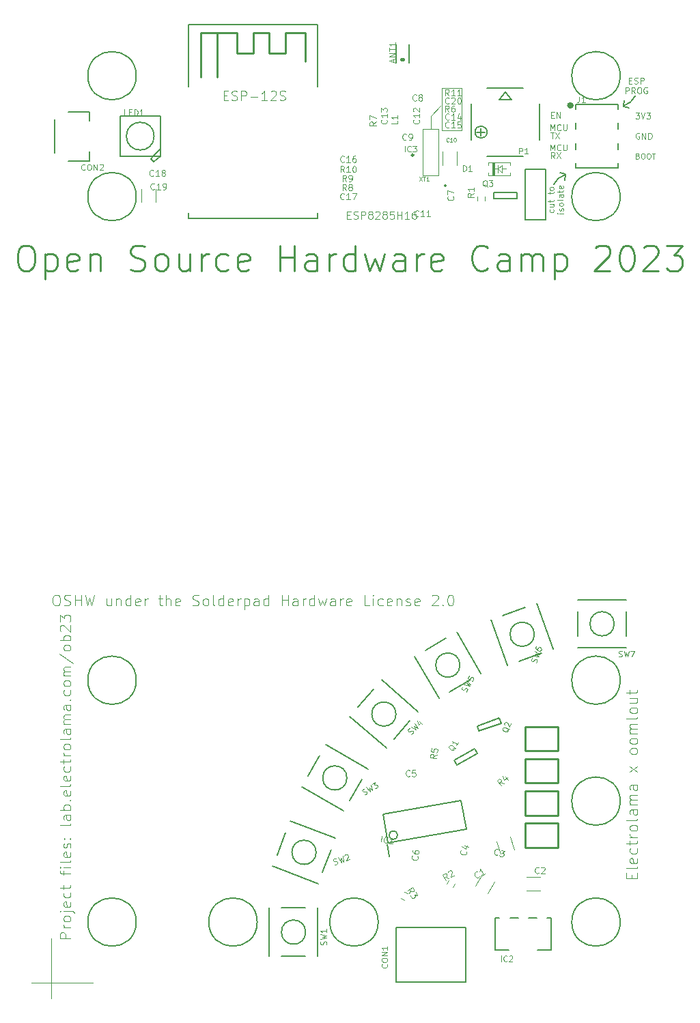
<source format=gbr>
%TF.GenerationSoftware,KiCad,Pcbnew,7.0.6-7.0.6~ubuntu22.04.1*%
%TF.CreationDate,2023-08-07T18:14:45+01:00*%
%TF.ProjectId,working,776f726b-696e-4672-9e6b-696361645f70,rev?*%
%TF.SameCoordinates,Original*%
%TF.FileFunction,Legend,Top*%
%TF.FilePolarity,Positive*%
%FSLAX46Y46*%
G04 Gerber Fmt 4.6, Leading zero omitted, Abs format (unit mm)*
G04 Created by KiCad (PCBNEW 7.0.6-7.0.6~ubuntu22.04.1) date 2023-08-07 18:14:45*
%MOMM*%
%LPD*%
G01*
G04 APERTURE LIST*
%ADD10C,0.254000*%
%ADD11C,0.152400*%
%ADD12C,0.100000*%
%ADD13C,0.010000*%
%ADD14C,0.065024*%
%ADD15C,0.272000*%
%ADD16C,0.081280*%
%ADD17C,0.116000*%
%ADD18C,0.075000*%
%ADD19C,0.120000*%
%ADD20C,0.037389*%
%ADD21C,0.093472*%
%ADD22C,0.101600*%
%ADD23C,0.068580*%
%ADD24C,0.044867*%
%ADD25C,0.073152*%
%ADD26C,0.091440*%
%ADD27C,0.095504*%
%ADD28C,0.074778*%
%ADD29C,0.127000*%
%ADD30C,0.050800*%
%ADD31C,0.406400*%
%ADD32C,0.200000*%
%ADD33C,0.250000*%
%ADD34C,0.400000*%
G04 APERTURE END LIST*
D10*
X173751100Y-145253600D02*
X169751100Y-145253600D01*
D11*
X181501100Y-52503600D02*
G75*
G03*
X181501100Y-52503600I-3000000J0D01*
G01*
D12*
X161876100Y-54003600D02*
X161876100Y-59253600D01*
D11*
X172251100Y-70378600D02*
X172251100Y-64128600D01*
D12*
X159001100Y-64878600D02*
X159001100Y-59128600D01*
X159376100Y-54003600D02*
X159376100Y-59253600D01*
D11*
X174751100Y-64753600D02*
X174601100Y-65453600D01*
X181876100Y-56303600D02*
X182626100Y-56453600D01*
D13*
X111001100Y-159503600D02*
X111001100Y-167003600D01*
D12*
X159376100Y-54003600D02*
X161876100Y-54003600D01*
D10*
X173751100Y-136253600D02*
X173751100Y-133253600D01*
D11*
X181501100Y-157503600D02*
G75*
G03*
X181501100Y-157503600I-3000000J0D01*
G01*
X174751105Y-64753621D02*
G75*
G03*
X173251100Y-66003600I590295J-2233379D01*
G01*
D10*
X169751100Y-137253600D02*
X169751100Y-140253600D01*
D11*
X121501100Y-52503600D02*
G75*
G03*
X121501100Y-52503600I-3000000J0D01*
G01*
D12*
X158001100Y-59003600D02*
X158001100Y-57503600D01*
D10*
X169751100Y-148253600D02*
X173751100Y-148253600D01*
X169751100Y-141253600D02*
X169751100Y-144253600D01*
X169751100Y-140253600D02*
X173751100Y-140253600D01*
X169751100Y-145253600D02*
X169751100Y-148253600D01*
D11*
X169751100Y-70378600D02*
X172251100Y-70378600D01*
X136501100Y-157503600D02*
G75*
G03*
X136501100Y-157503600I-3000000J0D01*
G01*
D10*
X169751100Y-133253600D02*
X169751100Y-136253600D01*
D11*
X181876094Y-56253579D02*
G75*
G03*
X183376100Y-55003600I-590294J2233379D01*
G01*
D12*
X159376100Y-59253600D02*
X161876100Y-59253600D01*
D10*
X173751100Y-148253600D02*
X173751100Y-145253600D01*
D11*
X172251100Y-64128600D02*
X169751100Y-64128600D01*
X121501100Y-127503600D02*
G75*
G03*
X121501100Y-127503600I-3000000J0D01*
G01*
D10*
X169751100Y-144253600D02*
X173751100Y-144253600D01*
D12*
X159001100Y-59128600D02*
X157001100Y-59128600D01*
X157001100Y-59128600D02*
X157001100Y-64878600D01*
D10*
X173751100Y-137253600D02*
X169751100Y-137253600D01*
X173751100Y-133253600D02*
X169751100Y-133253600D01*
D11*
X181501100Y-67503600D02*
G75*
G03*
X181501100Y-67503600I-3000000J0D01*
G01*
D10*
X169751100Y-136253600D02*
X173751100Y-136253600D01*
D11*
X169751100Y-64128600D02*
X169751100Y-70378600D01*
D10*
X173751100Y-144253600D02*
X173751100Y-141253600D01*
D11*
X181501100Y-142503600D02*
G75*
G03*
X181501100Y-142503600I-3000000J0D01*
G01*
X121501100Y-67503600D02*
G75*
G03*
X121501100Y-67503600I-3000000J0D01*
G01*
D10*
X173751100Y-140253600D02*
X173751100Y-137253600D01*
D11*
X181876100Y-56253600D02*
X182026100Y-55553600D01*
X174751100Y-64703600D02*
X174001100Y-64553600D01*
D12*
X157001100Y-64878600D02*
X159001100Y-64878600D01*
D11*
X151501100Y-157503600D02*
G75*
G03*
X151501100Y-157503600I-3000000J0D01*
G01*
D13*
X116126100Y-165003600D02*
X108501100Y-165003600D01*
D11*
X121501100Y-157503600D02*
G75*
G03*
X121501100Y-157503600I-3000000J0D01*
G01*
D12*
X158001100Y-57503600D02*
X159251100Y-56253600D01*
D10*
X173751100Y-141253600D02*
X169751100Y-141253600D01*
D11*
X181501100Y-127503600D02*
G75*
G03*
X181501100Y-127503600I-3000000J0D01*
G01*
D14*
X173399220Y-62783705D02*
X173149961Y-62427621D01*
X172971919Y-62783705D02*
X172971919Y-62035929D01*
X172971919Y-62035929D02*
X173256786Y-62035929D01*
X173256786Y-62035929D02*
X173328003Y-62071537D01*
X173328003Y-62071537D02*
X173363612Y-62107146D01*
X173363612Y-62107146D02*
X173399220Y-62178362D01*
X173399220Y-62178362D02*
X173399220Y-62285188D01*
X173399220Y-62285188D02*
X173363612Y-62356404D01*
X173363612Y-62356404D02*
X173328003Y-62392013D01*
X173328003Y-62392013D02*
X173256786Y-62427621D01*
X173256786Y-62427621D02*
X172971919Y-62427621D01*
X173648479Y-62035929D02*
X174146996Y-62783705D01*
X174146996Y-62035929D02*
X173648479Y-62783705D01*
D15*
X107560529Y-73558528D02*
X108156338Y-73558528D01*
X108156338Y-73558528D02*
X108454243Y-73707480D01*
X108454243Y-73707480D02*
X108752148Y-74005385D01*
X108752148Y-74005385D02*
X108901100Y-74601195D01*
X108901100Y-74601195D02*
X108901100Y-75643861D01*
X108901100Y-75643861D02*
X108752148Y-76239671D01*
X108752148Y-76239671D02*
X108454243Y-76537576D01*
X108454243Y-76537576D02*
X108156338Y-76686528D01*
X108156338Y-76686528D02*
X107560529Y-76686528D01*
X107560529Y-76686528D02*
X107262624Y-76537576D01*
X107262624Y-76537576D02*
X106964719Y-76239671D01*
X106964719Y-76239671D02*
X106815767Y-75643861D01*
X106815767Y-75643861D02*
X106815767Y-74601195D01*
X106815767Y-74601195D02*
X106964719Y-74005385D01*
X106964719Y-74005385D02*
X107262624Y-73707480D01*
X107262624Y-73707480D02*
X107560529Y-73558528D01*
X110241671Y-74601195D02*
X110241671Y-77729195D01*
X110241671Y-74750147D02*
X110539576Y-74601195D01*
X110539576Y-74601195D02*
X111135386Y-74601195D01*
X111135386Y-74601195D02*
X111433290Y-74750147D01*
X111433290Y-74750147D02*
X111582243Y-74899099D01*
X111582243Y-74899099D02*
X111731195Y-75197004D01*
X111731195Y-75197004D02*
X111731195Y-76090718D01*
X111731195Y-76090718D02*
X111582243Y-76388623D01*
X111582243Y-76388623D02*
X111433290Y-76537576D01*
X111433290Y-76537576D02*
X111135386Y-76686528D01*
X111135386Y-76686528D02*
X110539576Y-76686528D01*
X110539576Y-76686528D02*
X110241671Y-76537576D01*
X114263385Y-76537576D02*
X113965481Y-76686528D01*
X113965481Y-76686528D02*
X113369671Y-76686528D01*
X113369671Y-76686528D02*
X113071766Y-76537576D01*
X113071766Y-76537576D02*
X112922814Y-76239671D01*
X112922814Y-76239671D02*
X112922814Y-75048052D01*
X112922814Y-75048052D02*
X113071766Y-74750147D01*
X113071766Y-74750147D02*
X113369671Y-74601195D01*
X113369671Y-74601195D02*
X113965481Y-74601195D01*
X113965481Y-74601195D02*
X114263385Y-74750147D01*
X114263385Y-74750147D02*
X114412338Y-75048052D01*
X114412338Y-75048052D02*
X114412338Y-75345956D01*
X114412338Y-75345956D02*
X112922814Y-75643861D01*
X115752909Y-74601195D02*
X115752909Y-76686528D01*
X115752909Y-74899099D02*
X115901862Y-74750147D01*
X115901862Y-74750147D02*
X116199767Y-74601195D01*
X116199767Y-74601195D02*
X116646624Y-74601195D01*
X116646624Y-74601195D02*
X116944528Y-74750147D01*
X116944528Y-74750147D02*
X117093481Y-75048052D01*
X117093481Y-75048052D02*
X117093481Y-76686528D01*
X120817290Y-76537576D02*
X121264147Y-76686528D01*
X121264147Y-76686528D02*
X122008909Y-76686528D01*
X122008909Y-76686528D02*
X122306814Y-76537576D01*
X122306814Y-76537576D02*
X122455766Y-76388623D01*
X122455766Y-76388623D02*
X122604719Y-76090718D01*
X122604719Y-76090718D02*
X122604719Y-75792814D01*
X122604719Y-75792814D02*
X122455766Y-75494909D01*
X122455766Y-75494909D02*
X122306814Y-75345956D01*
X122306814Y-75345956D02*
X122008909Y-75197004D01*
X122008909Y-75197004D02*
X121413100Y-75048052D01*
X121413100Y-75048052D02*
X121115195Y-74899099D01*
X121115195Y-74899099D02*
X120966242Y-74750147D01*
X120966242Y-74750147D02*
X120817290Y-74452242D01*
X120817290Y-74452242D02*
X120817290Y-74154337D01*
X120817290Y-74154337D02*
X120966242Y-73856433D01*
X120966242Y-73856433D02*
X121115195Y-73707480D01*
X121115195Y-73707480D02*
X121413100Y-73558528D01*
X121413100Y-73558528D02*
X122157861Y-73558528D01*
X122157861Y-73558528D02*
X122604719Y-73707480D01*
X124392148Y-76686528D02*
X124094243Y-76537576D01*
X124094243Y-76537576D02*
X123945290Y-76388623D01*
X123945290Y-76388623D02*
X123796338Y-76090718D01*
X123796338Y-76090718D02*
X123796338Y-75197004D01*
X123796338Y-75197004D02*
X123945290Y-74899099D01*
X123945290Y-74899099D02*
X124094243Y-74750147D01*
X124094243Y-74750147D02*
X124392148Y-74601195D01*
X124392148Y-74601195D02*
X124839005Y-74601195D01*
X124839005Y-74601195D02*
X125136909Y-74750147D01*
X125136909Y-74750147D02*
X125285862Y-74899099D01*
X125285862Y-74899099D02*
X125434814Y-75197004D01*
X125434814Y-75197004D02*
X125434814Y-76090718D01*
X125434814Y-76090718D02*
X125285862Y-76388623D01*
X125285862Y-76388623D02*
X125136909Y-76537576D01*
X125136909Y-76537576D02*
X124839005Y-76686528D01*
X124839005Y-76686528D02*
X124392148Y-76686528D01*
X128115957Y-74601195D02*
X128115957Y-76686528D01*
X126775385Y-74601195D02*
X126775385Y-76239671D01*
X126775385Y-76239671D02*
X126924338Y-76537576D01*
X126924338Y-76537576D02*
X127222243Y-76686528D01*
X127222243Y-76686528D02*
X127669100Y-76686528D01*
X127669100Y-76686528D02*
X127967004Y-76537576D01*
X127967004Y-76537576D02*
X128115957Y-76388623D01*
X129605480Y-76686528D02*
X129605480Y-74601195D01*
X129605480Y-75197004D02*
X129754433Y-74899099D01*
X129754433Y-74899099D02*
X129903385Y-74750147D01*
X129903385Y-74750147D02*
X130201290Y-74601195D01*
X130201290Y-74601195D02*
X130499195Y-74601195D01*
X132882433Y-76537576D02*
X132584528Y-76686528D01*
X132584528Y-76686528D02*
X131988719Y-76686528D01*
X131988719Y-76686528D02*
X131690814Y-76537576D01*
X131690814Y-76537576D02*
X131541861Y-76388623D01*
X131541861Y-76388623D02*
X131392909Y-76090718D01*
X131392909Y-76090718D02*
X131392909Y-75197004D01*
X131392909Y-75197004D02*
X131541861Y-74899099D01*
X131541861Y-74899099D02*
X131690814Y-74750147D01*
X131690814Y-74750147D02*
X131988719Y-74601195D01*
X131988719Y-74601195D02*
X132584528Y-74601195D01*
X132584528Y-74601195D02*
X132882433Y-74750147D01*
X135414623Y-76537576D02*
X135116719Y-76686528D01*
X135116719Y-76686528D02*
X134520909Y-76686528D01*
X134520909Y-76686528D02*
X134223004Y-76537576D01*
X134223004Y-76537576D02*
X134074052Y-76239671D01*
X134074052Y-76239671D02*
X134074052Y-75048052D01*
X134074052Y-75048052D02*
X134223004Y-74750147D01*
X134223004Y-74750147D02*
X134520909Y-74601195D01*
X134520909Y-74601195D02*
X135116719Y-74601195D01*
X135116719Y-74601195D02*
X135414623Y-74750147D01*
X135414623Y-74750147D02*
X135563576Y-75048052D01*
X135563576Y-75048052D02*
X135563576Y-75345956D01*
X135563576Y-75345956D02*
X134074052Y-75643861D01*
X139287385Y-76686528D02*
X139287385Y-73558528D01*
X139287385Y-75048052D02*
X141074814Y-75048052D01*
X141074814Y-76686528D02*
X141074814Y-73558528D01*
X143904909Y-76686528D02*
X143904909Y-75048052D01*
X143904909Y-75048052D02*
X143755956Y-74750147D01*
X143755956Y-74750147D02*
X143458052Y-74601195D01*
X143458052Y-74601195D02*
X142862242Y-74601195D01*
X142862242Y-74601195D02*
X142564337Y-74750147D01*
X143904909Y-76537576D02*
X143607004Y-76686528D01*
X143607004Y-76686528D02*
X142862242Y-76686528D01*
X142862242Y-76686528D02*
X142564337Y-76537576D01*
X142564337Y-76537576D02*
X142415385Y-76239671D01*
X142415385Y-76239671D02*
X142415385Y-75941766D01*
X142415385Y-75941766D02*
X142564337Y-75643861D01*
X142564337Y-75643861D02*
X142862242Y-75494909D01*
X142862242Y-75494909D02*
X143607004Y-75494909D01*
X143607004Y-75494909D02*
X143904909Y-75345956D01*
X145394432Y-76686528D02*
X145394432Y-74601195D01*
X145394432Y-75197004D02*
X145543385Y-74899099D01*
X145543385Y-74899099D02*
X145692337Y-74750147D01*
X145692337Y-74750147D02*
X145990242Y-74601195D01*
X145990242Y-74601195D02*
X146288147Y-74601195D01*
X148671385Y-76686528D02*
X148671385Y-73558528D01*
X148671385Y-76537576D02*
X148373480Y-76686528D01*
X148373480Y-76686528D02*
X147777671Y-76686528D01*
X147777671Y-76686528D02*
X147479766Y-76537576D01*
X147479766Y-76537576D02*
X147330813Y-76388623D01*
X147330813Y-76388623D02*
X147181861Y-76090718D01*
X147181861Y-76090718D02*
X147181861Y-75197004D01*
X147181861Y-75197004D02*
X147330813Y-74899099D01*
X147330813Y-74899099D02*
X147479766Y-74750147D01*
X147479766Y-74750147D02*
X147777671Y-74601195D01*
X147777671Y-74601195D02*
X148373480Y-74601195D01*
X148373480Y-74601195D02*
X148671385Y-74750147D01*
X149863004Y-74601195D02*
X150458813Y-76686528D01*
X150458813Y-76686528D02*
X151054623Y-75197004D01*
X151054623Y-75197004D02*
X151650432Y-76686528D01*
X151650432Y-76686528D02*
X152246242Y-74601195D01*
X154778432Y-76686528D02*
X154778432Y-75048052D01*
X154778432Y-75048052D02*
X154629479Y-74750147D01*
X154629479Y-74750147D02*
X154331575Y-74601195D01*
X154331575Y-74601195D02*
X153735765Y-74601195D01*
X153735765Y-74601195D02*
X153437860Y-74750147D01*
X154778432Y-76537576D02*
X154480527Y-76686528D01*
X154480527Y-76686528D02*
X153735765Y-76686528D01*
X153735765Y-76686528D02*
X153437860Y-76537576D01*
X153437860Y-76537576D02*
X153288908Y-76239671D01*
X153288908Y-76239671D02*
X153288908Y-75941766D01*
X153288908Y-75941766D02*
X153437860Y-75643861D01*
X153437860Y-75643861D02*
X153735765Y-75494909D01*
X153735765Y-75494909D02*
X154480527Y-75494909D01*
X154480527Y-75494909D02*
X154778432Y-75345956D01*
X156267955Y-76686528D02*
X156267955Y-74601195D01*
X156267955Y-75197004D02*
X156416908Y-74899099D01*
X156416908Y-74899099D02*
X156565860Y-74750147D01*
X156565860Y-74750147D02*
X156863765Y-74601195D01*
X156863765Y-74601195D02*
X157161670Y-74601195D01*
X159395955Y-76537576D02*
X159098051Y-76686528D01*
X159098051Y-76686528D02*
X158502241Y-76686528D01*
X158502241Y-76686528D02*
X158204336Y-76537576D01*
X158204336Y-76537576D02*
X158055384Y-76239671D01*
X158055384Y-76239671D02*
X158055384Y-75048052D01*
X158055384Y-75048052D02*
X158204336Y-74750147D01*
X158204336Y-74750147D02*
X158502241Y-74601195D01*
X158502241Y-74601195D02*
X159098051Y-74601195D01*
X159098051Y-74601195D02*
X159395955Y-74750147D01*
X159395955Y-74750147D02*
X159544908Y-75048052D01*
X159544908Y-75048052D02*
X159544908Y-75345956D01*
X159544908Y-75345956D02*
X158055384Y-75643861D01*
X165056146Y-76388623D02*
X164907194Y-76537576D01*
X164907194Y-76537576D02*
X164460336Y-76686528D01*
X164460336Y-76686528D02*
X164162432Y-76686528D01*
X164162432Y-76686528D02*
X163715575Y-76537576D01*
X163715575Y-76537576D02*
X163417670Y-76239671D01*
X163417670Y-76239671D02*
X163268717Y-75941766D01*
X163268717Y-75941766D02*
X163119765Y-75345956D01*
X163119765Y-75345956D02*
X163119765Y-74899099D01*
X163119765Y-74899099D02*
X163268717Y-74303290D01*
X163268717Y-74303290D02*
X163417670Y-74005385D01*
X163417670Y-74005385D02*
X163715575Y-73707480D01*
X163715575Y-73707480D02*
X164162432Y-73558528D01*
X164162432Y-73558528D02*
X164460336Y-73558528D01*
X164460336Y-73558528D02*
X164907194Y-73707480D01*
X164907194Y-73707480D02*
X165056146Y-73856433D01*
X167737289Y-76686528D02*
X167737289Y-75048052D01*
X167737289Y-75048052D02*
X167588336Y-74750147D01*
X167588336Y-74750147D02*
X167290432Y-74601195D01*
X167290432Y-74601195D02*
X166694622Y-74601195D01*
X166694622Y-74601195D02*
X166396717Y-74750147D01*
X167737289Y-76537576D02*
X167439384Y-76686528D01*
X167439384Y-76686528D02*
X166694622Y-76686528D01*
X166694622Y-76686528D02*
X166396717Y-76537576D01*
X166396717Y-76537576D02*
X166247765Y-76239671D01*
X166247765Y-76239671D02*
X166247765Y-75941766D01*
X166247765Y-75941766D02*
X166396717Y-75643861D01*
X166396717Y-75643861D02*
X166694622Y-75494909D01*
X166694622Y-75494909D02*
X167439384Y-75494909D01*
X167439384Y-75494909D02*
X167737289Y-75345956D01*
X169226812Y-76686528D02*
X169226812Y-74601195D01*
X169226812Y-74899099D02*
X169375765Y-74750147D01*
X169375765Y-74750147D02*
X169673670Y-74601195D01*
X169673670Y-74601195D02*
X170120527Y-74601195D01*
X170120527Y-74601195D02*
X170418431Y-74750147D01*
X170418431Y-74750147D02*
X170567384Y-75048052D01*
X170567384Y-75048052D02*
X170567384Y-76686528D01*
X170567384Y-75048052D02*
X170716336Y-74750147D01*
X170716336Y-74750147D02*
X171014241Y-74601195D01*
X171014241Y-74601195D02*
X171461098Y-74601195D01*
X171461098Y-74601195D02*
X171759003Y-74750147D01*
X171759003Y-74750147D02*
X171907955Y-75048052D01*
X171907955Y-75048052D02*
X171907955Y-76686528D01*
X173397479Y-74601195D02*
X173397479Y-77729195D01*
X173397479Y-74750147D02*
X173695384Y-74601195D01*
X173695384Y-74601195D02*
X174291194Y-74601195D01*
X174291194Y-74601195D02*
X174589098Y-74750147D01*
X174589098Y-74750147D02*
X174738051Y-74899099D01*
X174738051Y-74899099D02*
X174887003Y-75197004D01*
X174887003Y-75197004D02*
X174887003Y-76090718D01*
X174887003Y-76090718D02*
X174738051Y-76388623D01*
X174738051Y-76388623D02*
X174589098Y-76537576D01*
X174589098Y-76537576D02*
X174291194Y-76686528D01*
X174291194Y-76686528D02*
X173695384Y-76686528D01*
X173695384Y-76686528D02*
X173397479Y-76537576D01*
X178461860Y-73856433D02*
X178610812Y-73707480D01*
X178610812Y-73707480D02*
X178908717Y-73558528D01*
X178908717Y-73558528D02*
X179653479Y-73558528D01*
X179653479Y-73558528D02*
X179951384Y-73707480D01*
X179951384Y-73707480D02*
X180100336Y-73856433D01*
X180100336Y-73856433D02*
X180249289Y-74154337D01*
X180249289Y-74154337D02*
X180249289Y-74452242D01*
X180249289Y-74452242D02*
X180100336Y-74899099D01*
X180100336Y-74899099D02*
X178312908Y-76686528D01*
X178312908Y-76686528D02*
X180249289Y-76686528D01*
X182185670Y-73558528D02*
X182483575Y-73558528D01*
X182483575Y-73558528D02*
X182781479Y-73707480D01*
X182781479Y-73707480D02*
X182930432Y-73856433D01*
X182930432Y-73856433D02*
X183079384Y-74154337D01*
X183079384Y-74154337D02*
X183228337Y-74750147D01*
X183228337Y-74750147D02*
X183228337Y-75494909D01*
X183228337Y-75494909D02*
X183079384Y-76090718D01*
X183079384Y-76090718D02*
X182930432Y-76388623D01*
X182930432Y-76388623D02*
X182781479Y-76537576D01*
X182781479Y-76537576D02*
X182483575Y-76686528D01*
X182483575Y-76686528D02*
X182185670Y-76686528D01*
X182185670Y-76686528D02*
X181887765Y-76537576D01*
X181887765Y-76537576D02*
X181738813Y-76388623D01*
X181738813Y-76388623D02*
X181589860Y-76090718D01*
X181589860Y-76090718D02*
X181440908Y-75494909D01*
X181440908Y-75494909D02*
X181440908Y-74750147D01*
X181440908Y-74750147D02*
X181589860Y-74154337D01*
X181589860Y-74154337D02*
X181738813Y-73856433D01*
X181738813Y-73856433D02*
X181887765Y-73707480D01*
X181887765Y-73707480D02*
X182185670Y-73558528D01*
X184419956Y-73856433D02*
X184568908Y-73707480D01*
X184568908Y-73707480D02*
X184866813Y-73558528D01*
X184866813Y-73558528D02*
X185611575Y-73558528D01*
X185611575Y-73558528D02*
X185909480Y-73707480D01*
X185909480Y-73707480D02*
X186058432Y-73856433D01*
X186058432Y-73856433D02*
X186207385Y-74154337D01*
X186207385Y-74154337D02*
X186207385Y-74452242D01*
X186207385Y-74452242D02*
X186058432Y-74899099D01*
X186058432Y-74899099D02*
X184271004Y-76686528D01*
X184271004Y-76686528D02*
X186207385Y-76686528D01*
X187250052Y-73558528D02*
X189186433Y-73558528D01*
X189186433Y-73558528D02*
X188143766Y-74750147D01*
X188143766Y-74750147D02*
X188590623Y-74750147D01*
X188590623Y-74750147D02*
X188888528Y-74899099D01*
X188888528Y-74899099D02*
X189037480Y-75048052D01*
X189037480Y-75048052D02*
X189186433Y-75345956D01*
X189186433Y-75345956D02*
X189186433Y-76090718D01*
X189186433Y-76090718D02*
X189037480Y-76388623D01*
X189037480Y-76388623D02*
X188888528Y-76537576D01*
X188888528Y-76537576D02*
X188590623Y-76686528D01*
X188590623Y-76686528D02*
X187696909Y-76686528D01*
X187696909Y-76686528D02*
X187399004Y-76537576D01*
X187399004Y-76537576D02*
X187250052Y-76388623D01*
D14*
X172865094Y-59535929D02*
X173292395Y-59535929D01*
X173078745Y-60283705D02*
X173078745Y-59535929D01*
X173470437Y-59535929D02*
X173968954Y-60283705D01*
X173968954Y-59535929D02*
X173470437Y-60283705D01*
X172846919Y-61783705D02*
X172846919Y-61035929D01*
X172846919Y-61035929D02*
X173096178Y-61570055D01*
X173096178Y-61570055D02*
X173345437Y-61035929D01*
X173345437Y-61035929D02*
X173345437Y-61783705D01*
X174128821Y-61712488D02*
X174093213Y-61748097D01*
X174093213Y-61748097D02*
X173986387Y-61783705D01*
X173986387Y-61783705D02*
X173915171Y-61783705D01*
X173915171Y-61783705D02*
X173808346Y-61748097D01*
X173808346Y-61748097D02*
X173737129Y-61676880D01*
X173737129Y-61676880D02*
X173701520Y-61605663D01*
X173701520Y-61605663D02*
X173665912Y-61463229D01*
X173665912Y-61463229D02*
X173665912Y-61356404D01*
X173665912Y-61356404D02*
X173701520Y-61213971D01*
X173701520Y-61213971D02*
X173737129Y-61142754D01*
X173737129Y-61142754D02*
X173808346Y-61071537D01*
X173808346Y-61071537D02*
X173915171Y-61035929D01*
X173915171Y-61035929D02*
X173986387Y-61035929D01*
X173986387Y-61035929D02*
X174093213Y-61071537D01*
X174093213Y-61071537D02*
X174128821Y-61107146D01*
X174449296Y-61035929D02*
X174449296Y-61641271D01*
X174449296Y-61641271D02*
X174484905Y-61712488D01*
X174484905Y-61712488D02*
X174520513Y-61748097D01*
X174520513Y-61748097D02*
X174591730Y-61783705D01*
X174591730Y-61783705D02*
X174734163Y-61783705D01*
X174734163Y-61783705D02*
X174805380Y-61748097D01*
X174805380Y-61748097D02*
X174840989Y-61712488D01*
X174840989Y-61712488D02*
X174876597Y-61641271D01*
X174876597Y-61641271D02*
X174876597Y-61035929D01*
D16*
X147652125Y-69770366D02*
X147963698Y-69770366D01*
X148097230Y-70259981D02*
X147652125Y-70259981D01*
X147652125Y-70259981D02*
X147652125Y-69325261D01*
X147652125Y-69325261D02*
X148097230Y-69325261D01*
X148453313Y-70215471D02*
X148586845Y-70259981D01*
X148586845Y-70259981D02*
X148809397Y-70259981D01*
X148809397Y-70259981D02*
X148898418Y-70215471D01*
X148898418Y-70215471D02*
X148942929Y-70170960D01*
X148942929Y-70170960D02*
X148987439Y-70081939D01*
X148987439Y-70081939D02*
X148987439Y-69992918D01*
X148987439Y-69992918D02*
X148942929Y-69903897D01*
X148942929Y-69903897D02*
X148898418Y-69859387D01*
X148898418Y-69859387D02*
X148809397Y-69814876D01*
X148809397Y-69814876D02*
X148631355Y-69770366D01*
X148631355Y-69770366D02*
X148542334Y-69725855D01*
X148542334Y-69725855D02*
X148497824Y-69681345D01*
X148497824Y-69681345D02*
X148453313Y-69592324D01*
X148453313Y-69592324D02*
X148453313Y-69503303D01*
X148453313Y-69503303D02*
X148497824Y-69414282D01*
X148497824Y-69414282D02*
X148542334Y-69369771D01*
X148542334Y-69369771D02*
X148631355Y-69325261D01*
X148631355Y-69325261D02*
X148853908Y-69325261D01*
X148853908Y-69325261D02*
X148987439Y-69369771D01*
X149388034Y-70259981D02*
X149388034Y-69325261D01*
X149388034Y-69325261D02*
X149744118Y-69325261D01*
X149744118Y-69325261D02*
X149833139Y-69369771D01*
X149833139Y-69369771D02*
X149877649Y-69414282D01*
X149877649Y-69414282D02*
X149922160Y-69503303D01*
X149922160Y-69503303D02*
X149922160Y-69636834D01*
X149922160Y-69636834D02*
X149877649Y-69725855D01*
X149877649Y-69725855D02*
X149833139Y-69770366D01*
X149833139Y-69770366D02*
X149744118Y-69814876D01*
X149744118Y-69814876D02*
X149388034Y-69814876D01*
X150456285Y-69725855D02*
X150367264Y-69681345D01*
X150367264Y-69681345D02*
X150322754Y-69636834D01*
X150322754Y-69636834D02*
X150278243Y-69547813D01*
X150278243Y-69547813D02*
X150278243Y-69503303D01*
X150278243Y-69503303D02*
X150322754Y-69414282D01*
X150322754Y-69414282D02*
X150367264Y-69369771D01*
X150367264Y-69369771D02*
X150456285Y-69325261D01*
X150456285Y-69325261D02*
X150634327Y-69325261D01*
X150634327Y-69325261D02*
X150723348Y-69369771D01*
X150723348Y-69369771D02*
X150767859Y-69414282D01*
X150767859Y-69414282D02*
X150812369Y-69503303D01*
X150812369Y-69503303D02*
X150812369Y-69547813D01*
X150812369Y-69547813D02*
X150767859Y-69636834D01*
X150767859Y-69636834D02*
X150723348Y-69681345D01*
X150723348Y-69681345D02*
X150634327Y-69725855D01*
X150634327Y-69725855D02*
X150456285Y-69725855D01*
X150456285Y-69725855D02*
X150367264Y-69770366D01*
X150367264Y-69770366D02*
X150322754Y-69814876D01*
X150322754Y-69814876D02*
X150278243Y-69903897D01*
X150278243Y-69903897D02*
X150278243Y-70081939D01*
X150278243Y-70081939D02*
X150322754Y-70170960D01*
X150322754Y-70170960D02*
X150367264Y-70215471D01*
X150367264Y-70215471D02*
X150456285Y-70259981D01*
X150456285Y-70259981D02*
X150634327Y-70259981D01*
X150634327Y-70259981D02*
X150723348Y-70215471D01*
X150723348Y-70215471D02*
X150767859Y-70170960D01*
X150767859Y-70170960D02*
X150812369Y-70081939D01*
X150812369Y-70081939D02*
X150812369Y-69903897D01*
X150812369Y-69903897D02*
X150767859Y-69814876D01*
X150767859Y-69814876D02*
X150723348Y-69770366D01*
X150723348Y-69770366D02*
X150634327Y-69725855D01*
X151168453Y-69414282D02*
X151212964Y-69369771D01*
X151212964Y-69369771D02*
X151301985Y-69325261D01*
X151301985Y-69325261D02*
X151524537Y-69325261D01*
X151524537Y-69325261D02*
X151613558Y-69369771D01*
X151613558Y-69369771D02*
X151658069Y-69414282D01*
X151658069Y-69414282D02*
X151702579Y-69503303D01*
X151702579Y-69503303D02*
X151702579Y-69592324D01*
X151702579Y-69592324D02*
X151658069Y-69725855D01*
X151658069Y-69725855D02*
X151123943Y-70259981D01*
X151123943Y-70259981D02*
X151702579Y-70259981D01*
X152236705Y-69725855D02*
X152147684Y-69681345D01*
X152147684Y-69681345D02*
X152103174Y-69636834D01*
X152103174Y-69636834D02*
X152058663Y-69547813D01*
X152058663Y-69547813D02*
X152058663Y-69503303D01*
X152058663Y-69503303D02*
X152103174Y-69414282D01*
X152103174Y-69414282D02*
X152147684Y-69369771D01*
X152147684Y-69369771D02*
X152236705Y-69325261D01*
X152236705Y-69325261D02*
X152414747Y-69325261D01*
X152414747Y-69325261D02*
X152503768Y-69369771D01*
X152503768Y-69369771D02*
X152548279Y-69414282D01*
X152548279Y-69414282D02*
X152592789Y-69503303D01*
X152592789Y-69503303D02*
X152592789Y-69547813D01*
X152592789Y-69547813D02*
X152548279Y-69636834D01*
X152548279Y-69636834D02*
X152503768Y-69681345D01*
X152503768Y-69681345D02*
X152414747Y-69725855D01*
X152414747Y-69725855D02*
X152236705Y-69725855D01*
X152236705Y-69725855D02*
X152147684Y-69770366D01*
X152147684Y-69770366D02*
X152103174Y-69814876D01*
X152103174Y-69814876D02*
X152058663Y-69903897D01*
X152058663Y-69903897D02*
X152058663Y-70081939D01*
X152058663Y-70081939D02*
X152103174Y-70170960D01*
X152103174Y-70170960D02*
X152147684Y-70215471D01*
X152147684Y-70215471D02*
X152236705Y-70259981D01*
X152236705Y-70259981D02*
X152414747Y-70259981D01*
X152414747Y-70259981D02*
X152503768Y-70215471D01*
X152503768Y-70215471D02*
X152548279Y-70170960D01*
X152548279Y-70170960D02*
X152592789Y-70081939D01*
X152592789Y-70081939D02*
X152592789Y-69903897D01*
X152592789Y-69903897D02*
X152548279Y-69814876D01*
X152548279Y-69814876D02*
X152503768Y-69770366D01*
X152503768Y-69770366D02*
X152414747Y-69725855D01*
X153438489Y-69325261D02*
X152993384Y-69325261D01*
X152993384Y-69325261D02*
X152948873Y-69770366D01*
X152948873Y-69770366D02*
X152993384Y-69725855D01*
X152993384Y-69725855D02*
X153082405Y-69681345D01*
X153082405Y-69681345D02*
X153304957Y-69681345D01*
X153304957Y-69681345D02*
X153393978Y-69725855D01*
X153393978Y-69725855D02*
X153438489Y-69770366D01*
X153438489Y-69770366D02*
X153482999Y-69859387D01*
X153482999Y-69859387D02*
X153482999Y-70081939D01*
X153482999Y-70081939D02*
X153438489Y-70170960D01*
X153438489Y-70170960D02*
X153393978Y-70215471D01*
X153393978Y-70215471D02*
X153304957Y-70259981D01*
X153304957Y-70259981D02*
X153082405Y-70259981D01*
X153082405Y-70259981D02*
X152993384Y-70215471D01*
X152993384Y-70215471D02*
X152948873Y-70170960D01*
X153883594Y-70259981D02*
X153883594Y-69325261D01*
X153883594Y-69770366D02*
X154417720Y-69770366D01*
X154417720Y-70259981D02*
X154417720Y-69325261D01*
X155352439Y-70259981D02*
X154818313Y-70259981D01*
X155085376Y-70259981D02*
X155085376Y-69325261D01*
X155085376Y-69325261D02*
X154996355Y-69458792D01*
X154996355Y-69458792D02*
X154907334Y-69547813D01*
X154907334Y-69547813D02*
X154818313Y-69592324D01*
X156153628Y-69325261D02*
X155975586Y-69325261D01*
X155975586Y-69325261D02*
X155886565Y-69369771D01*
X155886565Y-69369771D02*
X155842055Y-69414282D01*
X155842055Y-69414282D02*
X155753034Y-69547813D01*
X155753034Y-69547813D02*
X155708523Y-69725855D01*
X155708523Y-69725855D02*
X155708523Y-70081939D01*
X155708523Y-70081939D02*
X155753034Y-70170960D01*
X155753034Y-70170960D02*
X155797544Y-70215471D01*
X155797544Y-70215471D02*
X155886565Y-70259981D01*
X155886565Y-70259981D02*
X156064607Y-70259981D01*
X156064607Y-70259981D02*
X156153628Y-70215471D01*
X156153628Y-70215471D02*
X156198139Y-70170960D01*
X156198139Y-70170960D02*
X156242649Y-70081939D01*
X156242649Y-70081939D02*
X156242649Y-69859387D01*
X156242649Y-69859387D02*
X156198139Y-69770366D01*
X156198139Y-69770366D02*
X156153628Y-69725855D01*
X156153628Y-69725855D02*
X156064607Y-69681345D01*
X156064607Y-69681345D02*
X155886565Y-69681345D01*
X155886565Y-69681345D02*
X155797544Y-69725855D01*
X155797544Y-69725855D02*
X155753034Y-69770366D01*
X155753034Y-69770366D02*
X155708523Y-69859387D01*
D14*
X172846919Y-59283705D02*
X172846919Y-58535929D01*
X172846919Y-58535929D02*
X173096178Y-59070055D01*
X173096178Y-59070055D02*
X173345437Y-58535929D01*
X173345437Y-58535929D02*
X173345437Y-59283705D01*
X174128821Y-59212488D02*
X174093213Y-59248097D01*
X174093213Y-59248097D02*
X173986387Y-59283705D01*
X173986387Y-59283705D02*
X173915171Y-59283705D01*
X173915171Y-59283705D02*
X173808346Y-59248097D01*
X173808346Y-59248097D02*
X173737129Y-59176880D01*
X173737129Y-59176880D02*
X173701520Y-59105663D01*
X173701520Y-59105663D02*
X173665912Y-58963229D01*
X173665912Y-58963229D02*
X173665912Y-58856404D01*
X173665912Y-58856404D02*
X173701520Y-58713971D01*
X173701520Y-58713971D02*
X173737129Y-58642754D01*
X173737129Y-58642754D02*
X173808346Y-58571537D01*
X173808346Y-58571537D02*
X173915171Y-58535929D01*
X173915171Y-58535929D02*
X173986387Y-58535929D01*
X173986387Y-58535929D02*
X174093213Y-58571537D01*
X174093213Y-58571537D02*
X174128821Y-58607146D01*
X174449296Y-58535929D02*
X174449296Y-59141271D01*
X174449296Y-59141271D02*
X174484905Y-59212488D01*
X174484905Y-59212488D02*
X174520513Y-59248097D01*
X174520513Y-59248097D02*
X174591730Y-59283705D01*
X174591730Y-59283705D02*
X174734163Y-59283705D01*
X174734163Y-59283705D02*
X174805380Y-59248097D01*
X174805380Y-59248097D02*
X174840989Y-59212488D01*
X174840989Y-59212488D02*
X174876597Y-59141271D01*
X174876597Y-59141271D02*
X174876597Y-58535929D01*
X182610890Y-53102503D02*
X182860149Y-53102503D01*
X182966974Y-53494195D02*
X182610890Y-53494195D01*
X182610890Y-53494195D02*
X182610890Y-52746419D01*
X182610890Y-52746419D02*
X182966974Y-52746419D01*
X183251841Y-53458587D02*
X183358666Y-53494195D01*
X183358666Y-53494195D02*
X183536708Y-53494195D01*
X183536708Y-53494195D02*
X183607925Y-53458587D01*
X183607925Y-53458587D02*
X183643533Y-53422978D01*
X183643533Y-53422978D02*
X183679142Y-53351761D01*
X183679142Y-53351761D02*
X183679142Y-53280545D01*
X183679142Y-53280545D02*
X183643533Y-53209328D01*
X183643533Y-53209328D02*
X183607925Y-53173719D01*
X183607925Y-53173719D02*
X183536708Y-53138111D01*
X183536708Y-53138111D02*
X183394275Y-53102503D01*
X183394275Y-53102503D02*
X183323058Y-53066894D01*
X183323058Y-53066894D02*
X183287449Y-53031286D01*
X183287449Y-53031286D02*
X183251841Y-52960069D01*
X183251841Y-52960069D02*
X183251841Y-52888852D01*
X183251841Y-52888852D02*
X183287449Y-52817636D01*
X183287449Y-52817636D02*
X183323058Y-52782027D01*
X183323058Y-52782027D02*
X183394275Y-52746419D01*
X183394275Y-52746419D02*
X183572316Y-52746419D01*
X183572316Y-52746419D02*
X183679142Y-52782027D01*
X183999617Y-53494195D02*
X183999617Y-52746419D01*
X183999617Y-52746419D02*
X184284484Y-52746419D01*
X184284484Y-52746419D02*
X184355701Y-52782027D01*
X184355701Y-52782027D02*
X184391310Y-52817636D01*
X184391310Y-52817636D02*
X184426918Y-52888852D01*
X184426918Y-52888852D02*
X184426918Y-52995678D01*
X184426918Y-52995678D02*
X184391310Y-53066894D01*
X184391310Y-53066894D02*
X184355701Y-53102503D01*
X184355701Y-53102503D02*
X184284484Y-53138111D01*
X184284484Y-53138111D02*
X183999617Y-53138111D01*
X182165785Y-54698114D02*
X182165785Y-53950338D01*
X182165785Y-53950338D02*
X182450652Y-53950338D01*
X182450652Y-53950338D02*
X182521869Y-53985946D01*
X182521869Y-53985946D02*
X182557478Y-54021555D01*
X182557478Y-54021555D02*
X182593086Y-54092771D01*
X182593086Y-54092771D02*
X182593086Y-54199597D01*
X182593086Y-54199597D02*
X182557478Y-54270813D01*
X182557478Y-54270813D02*
X182521869Y-54306422D01*
X182521869Y-54306422D02*
X182450652Y-54342030D01*
X182450652Y-54342030D02*
X182165785Y-54342030D01*
X183340862Y-54698114D02*
X183091603Y-54342030D01*
X182913561Y-54698114D02*
X182913561Y-53950338D01*
X182913561Y-53950338D02*
X183198428Y-53950338D01*
X183198428Y-53950338D02*
X183269645Y-53985946D01*
X183269645Y-53985946D02*
X183305254Y-54021555D01*
X183305254Y-54021555D02*
X183340862Y-54092771D01*
X183340862Y-54092771D02*
X183340862Y-54199597D01*
X183340862Y-54199597D02*
X183305254Y-54270813D01*
X183305254Y-54270813D02*
X183269645Y-54306422D01*
X183269645Y-54306422D02*
X183198428Y-54342030D01*
X183198428Y-54342030D02*
X182913561Y-54342030D01*
X183803771Y-53950338D02*
X183946204Y-53950338D01*
X183946204Y-53950338D02*
X184017421Y-53985946D01*
X184017421Y-53985946D02*
X184088638Y-54057163D01*
X184088638Y-54057163D02*
X184124246Y-54199597D01*
X184124246Y-54199597D02*
X184124246Y-54448855D01*
X184124246Y-54448855D02*
X184088638Y-54591289D01*
X184088638Y-54591289D02*
X184017421Y-54662506D01*
X184017421Y-54662506D02*
X183946204Y-54698114D01*
X183946204Y-54698114D02*
X183803771Y-54698114D01*
X183803771Y-54698114D02*
X183732554Y-54662506D01*
X183732554Y-54662506D02*
X183661337Y-54591289D01*
X183661337Y-54591289D02*
X183625729Y-54448855D01*
X183625729Y-54448855D02*
X183625729Y-54199597D01*
X183625729Y-54199597D02*
X183661337Y-54057163D01*
X183661337Y-54057163D02*
X183732554Y-53985946D01*
X183732554Y-53985946D02*
X183803771Y-53950338D01*
X184836414Y-53985946D02*
X184765197Y-53950338D01*
X184765197Y-53950338D02*
X184658372Y-53950338D01*
X184658372Y-53950338D02*
X184551547Y-53985946D01*
X184551547Y-53985946D02*
X184480330Y-54057163D01*
X184480330Y-54057163D02*
X184444721Y-54128380D01*
X184444721Y-54128380D02*
X184409113Y-54270813D01*
X184409113Y-54270813D02*
X184409113Y-54377638D01*
X184409113Y-54377638D02*
X184444721Y-54520072D01*
X184444721Y-54520072D02*
X184480330Y-54591289D01*
X184480330Y-54591289D02*
X184551547Y-54662506D01*
X184551547Y-54662506D02*
X184658372Y-54698114D01*
X184658372Y-54698114D02*
X184729588Y-54698114D01*
X184729588Y-54698114D02*
X184836414Y-54662506D01*
X184836414Y-54662506D02*
X184872022Y-54626897D01*
X184872022Y-54626897D02*
X184872022Y-54377638D01*
X184872022Y-54377638D02*
X184729588Y-54377638D01*
D17*
X111480909Y-116905701D02*
X111735004Y-116905701D01*
X111735004Y-116905701D02*
X111862052Y-116969225D01*
X111862052Y-116969225D02*
X111989099Y-117096273D01*
X111989099Y-117096273D02*
X112052623Y-117350368D01*
X112052623Y-117350368D02*
X112052623Y-117795035D01*
X112052623Y-117795035D02*
X111989099Y-118049130D01*
X111989099Y-118049130D02*
X111862052Y-118176178D01*
X111862052Y-118176178D02*
X111735004Y-118239701D01*
X111735004Y-118239701D02*
X111480909Y-118239701D01*
X111480909Y-118239701D02*
X111353861Y-118176178D01*
X111353861Y-118176178D02*
X111226814Y-118049130D01*
X111226814Y-118049130D02*
X111163290Y-117795035D01*
X111163290Y-117795035D02*
X111163290Y-117350368D01*
X111163290Y-117350368D02*
X111226814Y-117096273D01*
X111226814Y-117096273D02*
X111353861Y-116969225D01*
X111353861Y-116969225D02*
X111480909Y-116905701D01*
X112560814Y-118176178D02*
X112751385Y-118239701D01*
X112751385Y-118239701D02*
X113069004Y-118239701D01*
X113069004Y-118239701D02*
X113196052Y-118176178D01*
X113196052Y-118176178D02*
X113259576Y-118112654D01*
X113259576Y-118112654D02*
X113323099Y-117985606D01*
X113323099Y-117985606D02*
X113323099Y-117858558D01*
X113323099Y-117858558D02*
X113259576Y-117731511D01*
X113259576Y-117731511D02*
X113196052Y-117667987D01*
X113196052Y-117667987D02*
X113069004Y-117604463D01*
X113069004Y-117604463D02*
X112814909Y-117540939D01*
X112814909Y-117540939D02*
X112687861Y-117477416D01*
X112687861Y-117477416D02*
X112624338Y-117413892D01*
X112624338Y-117413892D02*
X112560814Y-117286844D01*
X112560814Y-117286844D02*
X112560814Y-117159797D01*
X112560814Y-117159797D02*
X112624338Y-117032749D01*
X112624338Y-117032749D02*
X112687861Y-116969225D01*
X112687861Y-116969225D02*
X112814909Y-116905701D01*
X112814909Y-116905701D02*
X113132528Y-116905701D01*
X113132528Y-116905701D02*
X113323099Y-116969225D01*
X113894814Y-118239701D02*
X113894814Y-116905701D01*
X113894814Y-117540939D02*
X114657099Y-117540939D01*
X114657099Y-118239701D02*
X114657099Y-116905701D01*
X115165290Y-116905701D02*
X115482909Y-118239701D01*
X115482909Y-118239701D02*
X115737004Y-117286844D01*
X115737004Y-117286844D02*
X115991099Y-118239701D01*
X115991099Y-118239701D02*
X116308719Y-116905701D01*
X118405004Y-117350368D02*
X118405004Y-118239701D01*
X117833290Y-117350368D02*
X117833290Y-118049130D01*
X117833290Y-118049130D02*
X117896813Y-118176178D01*
X117896813Y-118176178D02*
X118023861Y-118239701D01*
X118023861Y-118239701D02*
X118214432Y-118239701D01*
X118214432Y-118239701D02*
X118341480Y-118176178D01*
X118341480Y-118176178D02*
X118405004Y-118112654D01*
X119040242Y-117350368D02*
X119040242Y-118239701D01*
X119040242Y-117477416D02*
X119103765Y-117413892D01*
X119103765Y-117413892D02*
X119230813Y-117350368D01*
X119230813Y-117350368D02*
X119421384Y-117350368D01*
X119421384Y-117350368D02*
X119548432Y-117413892D01*
X119548432Y-117413892D02*
X119611956Y-117540939D01*
X119611956Y-117540939D02*
X119611956Y-118239701D01*
X120818908Y-118239701D02*
X120818908Y-116905701D01*
X120818908Y-118176178D02*
X120691860Y-118239701D01*
X120691860Y-118239701D02*
X120437765Y-118239701D01*
X120437765Y-118239701D02*
X120310717Y-118176178D01*
X120310717Y-118176178D02*
X120247194Y-118112654D01*
X120247194Y-118112654D02*
X120183670Y-117985606D01*
X120183670Y-117985606D02*
X120183670Y-117604463D01*
X120183670Y-117604463D02*
X120247194Y-117477416D01*
X120247194Y-117477416D02*
X120310717Y-117413892D01*
X120310717Y-117413892D02*
X120437765Y-117350368D01*
X120437765Y-117350368D02*
X120691860Y-117350368D01*
X120691860Y-117350368D02*
X120818908Y-117413892D01*
X121962336Y-118176178D02*
X121835288Y-118239701D01*
X121835288Y-118239701D02*
X121581193Y-118239701D01*
X121581193Y-118239701D02*
X121454146Y-118176178D01*
X121454146Y-118176178D02*
X121390622Y-118049130D01*
X121390622Y-118049130D02*
X121390622Y-117540939D01*
X121390622Y-117540939D02*
X121454146Y-117413892D01*
X121454146Y-117413892D02*
X121581193Y-117350368D01*
X121581193Y-117350368D02*
X121835288Y-117350368D01*
X121835288Y-117350368D02*
X121962336Y-117413892D01*
X121962336Y-117413892D02*
X122025860Y-117540939D01*
X122025860Y-117540939D02*
X122025860Y-117667987D01*
X122025860Y-117667987D02*
X121390622Y-117795035D01*
X122597575Y-118239701D02*
X122597575Y-117350368D01*
X122597575Y-117604463D02*
X122661098Y-117477416D01*
X122661098Y-117477416D02*
X122724622Y-117413892D01*
X122724622Y-117413892D02*
X122851670Y-117350368D01*
X122851670Y-117350368D02*
X122978717Y-117350368D01*
X124249194Y-117350368D02*
X124757385Y-117350368D01*
X124439766Y-116905701D02*
X124439766Y-118049130D01*
X124439766Y-118049130D02*
X124503289Y-118176178D01*
X124503289Y-118176178D02*
X124630337Y-118239701D01*
X124630337Y-118239701D02*
X124757385Y-118239701D01*
X125202052Y-118239701D02*
X125202052Y-116905701D01*
X125773766Y-118239701D02*
X125773766Y-117540939D01*
X125773766Y-117540939D02*
X125710242Y-117413892D01*
X125710242Y-117413892D02*
X125583194Y-117350368D01*
X125583194Y-117350368D02*
X125392623Y-117350368D01*
X125392623Y-117350368D02*
X125265575Y-117413892D01*
X125265575Y-117413892D02*
X125202052Y-117477416D01*
X126917194Y-118176178D02*
X126790146Y-118239701D01*
X126790146Y-118239701D02*
X126536051Y-118239701D01*
X126536051Y-118239701D02*
X126409004Y-118176178D01*
X126409004Y-118176178D02*
X126345480Y-118049130D01*
X126345480Y-118049130D02*
X126345480Y-117540939D01*
X126345480Y-117540939D02*
X126409004Y-117413892D01*
X126409004Y-117413892D02*
X126536051Y-117350368D01*
X126536051Y-117350368D02*
X126790146Y-117350368D01*
X126790146Y-117350368D02*
X126917194Y-117413892D01*
X126917194Y-117413892D02*
X126980718Y-117540939D01*
X126980718Y-117540939D02*
X126980718Y-117667987D01*
X126980718Y-117667987D02*
X126345480Y-117795035D01*
X128505290Y-118176178D02*
X128695861Y-118239701D01*
X128695861Y-118239701D02*
X129013480Y-118239701D01*
X129013480Y-118239701D02*
X129140528Y-118176178D01*
X129140528Y-118176178D02*
X129204052Y-118112654D01*
X129204052Y-118112654D02*
X129267575Y-117985606D01*
X129267575Y-117985606D02*
X129267575Y-117858558D01*
X129267575Y-117858558D02*
X129204052Y-117731511D01*
X129204052Y-117731511D02*
X129140528Y-117667987D01*
X129140528Y-117667987D02*
X129013480Y-117604463D01*
X129013480Y-117604463D02*
X128759385Y-117540939D01*
X128759385Y-117540939D02*
X128632337Y-117477416D01*
X128632337Y-117477416D02*
X128568814Y-117413892D01*
X128568814Y-117413892D02*
X128505290Y-117286844D01*
X128505290Y-117286844D02*
X128505290Y-117159797D01*
X128505290Y-117159797D02*
X128568814Y-117032749D01*
X128568814Y-117032749D02*
X128632337Y-116969225D01*
X128632337Y-116969225D02*
X128759385Y-116905701D01*
X128759385Y-116905701D02*
X129077004Y-116905701D01*
X129077004Y-116905701D02*
X129267575Y-116969225D01*
X130029861Y-118239701D02*
X129902813Y-118176178D01*
X129902813Y-118176178D02*
X129839290Y-118112654D01*
X129839290Y-118112654D02*
X129775766Y-117985606D01*
X129775766Y-117985606D02*
X129775766Y-117604463D01*
X129775766Y-117604463D02*
X129839290Y-117477416D01*
X129839290Y-117477416D02*
X129902813Y-117413892D01*
X129902813Y-117413892D02*
X130029861Y-117350368D01*
X130029861Y-117350368D02*
X130220432Y-117350368D01*
X130220432Y-117350368D02*
X130347480Y-117413892D01*
X130347480Y-117413892D02*
X130411004Y-117477416D01*
X130411004Y-117477416D02*
X130474528Y-117604463D01*
X130474528Y-117604463D02*
X130474528Y-117985606D01*
X130474528Y-117985606D02*
X130411004Y-118112654D01*
X130411004Y-118112654D02*
X130347480Y-118176178D01*
X130347480Y-118176178D02*
X130220432Y-118239701D01*
X130220432Y-118239701D02*
X130029861Y-118239701D01*
X131236813Y-118239701D02*
X131109765Y-118176178D01*
X131109765Y-118176178D02*
X131046242Y-118049130D01*
X131046242Y-118049130D02*
X131046242Y-116905701D01*
X132316718Y-118239701D02*
X132316718Y-116905701D01*
X132316718Y-118176178D02*
X132189670Y-118239701D01*
X132189670Y-118239701D02*
X131935575Y-118239701D01*
X131935575Y-118239701D02*
X131808527Y-118176178D01*
X131808527Y-118176178D02*
X131745004Y-118112654D01*
X131745004Y-118112654D02*
X131681480Y-117985606D01*
X131681480Y-117985606D02*
X131681480Y-117604463D01*
X131681480Y-117604463D02*
X131745004Y-117477416D01*
X131745004Y-117477416D02*
X131808527Y-117413892D01*
X131808527Y-117413892D02*
X131935575Y-117350368D01*
X131935575Y-117350368D02*
X132189670Y-117350368D01*
X132189670Y-117350368D02*
X132316718Y-117413892D01*
X133460146Y-118176178D02*
X133333098Y-118239701D01*
X133333098Y-118239701D02*
X133079003Y-118239701D01*
X133079003Y-118239701D02*
X132951956Y-118176178D01*
X132951956Y-118176178D02*
X132888432Y-118049130D01*
X132888432Y-118049130D02*
X132888432Y-117540939D01*
X132888432Y-117540939D02*
X132951956Y-117413892D01*
X132951956Y-117413892D02*
X133079003Y-117350368D01*
X133079003Y-117350368D02*
X133333098Y-117350368D01*
X133333098Y-117350368D02*
X133460146Y-117413892D01*
X133460146Y-117413892D02*
X133523670Y-117540939D01*
X133523670Y-117540939D02*
X133523670Y-117667987D01*
X133523670Y-117667987D02*
X132888432Y-117795035D01*
X134095385Y-118239701D02*
X134095385Y-117350368D01*
X134095385Y-117604463D02*
X134158908Y-117477416D01*
X134158908Y-117477416D02*
X134222432Y-117413892D01*
X134222432Y-117413892D02*
X134349480Y-117350368D01*
X134349480Y-117350368D02*
X134476527Y-117350368D01*
X134921195Y-117350368D02*
X134921195Y-118684368D01*
X134921195Y-117413892D02*
X135048242Y-117350368D01*
X135048242Y-117350368D02*
X135302337Y-117350368D01*
X135302337Y-117350368D02*
X135429385Y-117413892D01*
X135429385Y-117413892D02*
X135492909Y-117477416D01*
X135492909Y-117477416D02*
X135556433Y-117604463D01*
X135556433Y-117604463D02*
X135556433Y-117985606D01*
X135556433Y-117985606D02*
X135492909Y-118112654D01*
X135492909Y-118112654D02*
X135429385Y-118176178D01*
X135429385Y-118176178D02*
X135302337Y-118239701D01*
X135302337Y-118239701D02*
X135048242Y-118239701D01*
X135048242Y-118239701D02*
X134921195Y-118176178D01*
X136699861Y-118239701D02*
X136699861Y-117540939D01*
X136699861Y-117540939D02*
X136636337Y-117413892D01*
X136636337Y-117413892D02*
X136509289Y-117350368D01*
X136509289Y-117350368D02*
X136255194Y-117350368D01*
X136255194Y-117350368D02*
X136128147Y-117413892D01*
X136699861Y-118176178D02*
X136572813Y-118239701D01*
X136572813Y-118239701D02*
X136255194Y-118239701D01*
X136255194Y-118239701D02*
X136128147Y-118176178D01*
X136128147Y-118176178D02*
X136064623Y-118049130D01*
X136064623Y-118049130D02*
X136064623Y-117922082D01*
X136064623Y-117922082D02*
X136128147Y-117795035D01*
X136128147Y-117795035D02*
X136255194Y-117731511D01*
X136255194Y-117731511D02*
X136572813Y-117731511D01*
X136572813Y-117731511D02*
X136699861Y-117667987D01*
X137906813Y-118239701D02*
X137906813Y-116905701D01*
X137906813Y-118176178D02*
X137779765Y-118239701D01*
X137779765Y-118239701D02*
X137525670Y-118239701D01*
X137525670Y-118239701D02*
X137398622Y-118176178D01*
X137398622Y-118176178D02*
X137335099Y-118112654D01*
X137335099Y-118112654D02*
X137271575Y-117985606D01*
X137271575Y-117985606D02*
X137271575Y-117604463D01*
X137271575Y-117604463D02*
X137335099Y-117477416D01*
X137335099Y-117477416D02*
X137398622Y-117413892D01*
X137398622Y-117413892D02*
X137525670Y-117350368D01*
X137525670Y-117350368D02*
X137779765Y-117350368D01*
X137779765Y-117350368D02*
X137906813Y-117413892D01*
X139558432Y-118239701D02*
X139558432Y-116905701D01*
X139558432Y-117540939D02*
X140320717Y-117540939D01*
X140320717Y-118239701D02*
X140320717Y-116905701D01*
X141527670Y-118239701D02*
X141527670Y-117540939D01*
X141527670Y-117540939D02*
X141464146Y-117413892D01*
X141464146Y-117413892D02*
X141337098Y-117350368D01*
X141337098Y-117350368D02*
X141083003Y-117350368D01*
X141083003Y-117350368D02*
X140955956Y-117413892D01*
X141527670Y-118176178D02*
X141400622Y-118239701D01*
X141400622Y-118239701D02*
X141083003Y-118239701D01*
X141083003Y-118239701D02*
X140955956Y-118176178D01*
X140955956Y-118176178D02*
X140892432Y-118049130D01*
X140892432Y-118049130D02*
X140892432Y-117922082D01*
X140892432Y-117922082D02*
X140955956Y-117795035D01*
X140955956Y-117795035D02*
X141083003Y-117731511D01*
X141083003Y-117731511D02*
X141400622Y-117731511D01*
X141400622Y-117731511D02*
X141527670Y-117667987D01*
X142162908Y-118239701D02*
X142162908Y-117350368D01*
X142162908Y-117604463D02*
X142226431Y-117477416D01*
X142226431Y-117477416D02*
X142289955Y-117413892D01*
X142289955Y-117413892D02*
X142417003Y-117350368D01*
X142417003Y-117350368D02*
X142544050Y-117350368D01*
X143560432Y-118239701D02*
X143560432Y-116905701D01*
X143560432Y-118176178D02*
X143433384Y-118239701D01*
X143433384Y-118239701D02*
X143179289Y-118239701D01*
X143179289Y-118239701D02*
X143052241Y-118176178D01*
X143052241Y-118176178D02*
X142988718Y-118112654D01*
X142988718Y-118112654D02*
X142925194Y-117985606D01*
X142925194Y-117985606D02*
X142925194Y-117604463D01*
X142925194Y-117604463D02*
X142988718Y-117477416D01*
X142988718Y-117477416D02*
X143052241Y-117413892D01*
X143052241Y-117413892D02*
X143179289Y-117350368D01*
X143179289Y-117350368D02*
X143433384Y-117350368D01*
X143433384Y-117350368D02*
X143560432Y-117413892D01*
X144068622Y-117350368D02*
X144322717Y-118239701D01*
X144322717Y-118239701D02*
X144576812Y-117604463D01*
X144576812Y-117604463D02*
X144830908Y-118239701D01*
X144830908Y-118239701D02*
X145085003Y-117350368D01*
X146164908Y-118239701D02*
X146164908Y-117540939D01*
X146164908Y-117540939D02*
X146101384Y-117413892D01*
X146101384Y-117413892D02*
X145974336Y-117350368D01*
X145974336Y-117350368D02*
X145720241Y-117350368D01*
X145720241Y-117350368D02*
X145593194Y-117413892D01*
X146164908Y-118176178D02*
X146037860Y-118239701D01*
X146037860Y-118239701D02*
X145720241Y-118239701D01*
X145720241Y-118239701D02*
X145593194Y-118176178D01*
X145593194Y-118176178D02*
X145529670Y-118049130D01*
X145529670Y-118049130D02*
X145529670Y-117922082D01*
X145529670Y-117922082D02*
X145593194Y-117795035D01*
X145593194Y-117795035D02*
X145720241Y-117731511D01*
X145720241Y-117731511D02*
X146037860Y-117731511D01*
X146037860Y-117731511D02*
X146164908Y-117667987D01*
X146800146Y-118239701D02*
X146800146Y-117350368D01*
X146800146Y-117604463D02*
X146863669Y-117477416D01*
X146863669Y-117477416D02*
X146927193Y-117413892D01*
X146927193Y-117413892D02*
X147054241Y-117350368D01*
X147054241Y-117350368D02*
X147181288Y-117350368D01*
X148134146Y-118176178D02*
X148007098Y-118239701D01*
X148007098Y-118239701D02*
X147753003Y-118239701D01*
X147753003Y-118239701D02*
X147625956Y-118176178D01*
X147625956Y-118176178D02*
X147562432Y-118049130D01*
X147562432Y-118049130D02*
X147562432Y-117540939D01*
X147562432Y-117540939D02*
X147625956Y-117413892D01*
X147625956Y-117413892D02*
X147753003Y-117350368D01*
X147753003Y-117350368D02*
X148007098Y-117350368D01*
X148007098Y-117350368D02*
X148134146Y-117413892D01*
X148134146Y-117413892D02*
X148197670Y-117540939D01*
X148197670Y-117540939D02*
X148197670Y-117667987D01*
X148197670Y-117667987D02*
X147562432Y-117795035D01*
X150421004Y-118239701D02*
X149785766Y-118239701D01*
X149785766Y-118239701D02*
X149785766Y-116905701D01*
X150865671Y-118239701D02*
X150865671Y-117350368D01*
X150865671Y-116905701D02*
X150802147Y-116969225D01*
X150802147Y-116969225D02*
X150865671Y-117032749D01*
X150865671Y-117032749D02*
X150929194Y-116969225D01*
X150929194Y-116969225D02*
X150865671Y-116905701D01*
X150865671Y-116905701D02*
X150865671Y-117032749D01*
X152072623Y-118176178D02*
X151945575Y-118239701D01*
X151945575Y-118239701D02*
X151691480Y-118239701D01*
X151691480Y-118239701D02*
X151564432Y-118176178D01*
X151564432Y-118176178D02*
X151500909Y-118112654D01*
X151500909Y-118112654D02*
X151437385Y-117985606D01*
X151437385Y-117985606D02*
X151437385Y-117604463D01*
X151437385Y-117604463D02*
X151500909Y-117477416D01*
X151500909Y-117477416D02*
X151564432Y-117413892D01*
X151564432Y-117413892D02*
X151691480Y-117350368D01*
X151691480Y-117350368D02*
X151945575Y-117350368D01*
X151945575Y-117350368D02*
X152072623Y-117413892D01*
X153152528Y-118176178D02*
X153025480Y-118239701D01*
X153025480Y-118239701D02*
X152771385Y-118239701D01*
X152771385Y-118239701D02*
X152644338Y-118176178D01*
X152644338Y-118176178D02*
X152580814Y-118049130D01*
X152580814Y-118049130D02*
X152580814Y-117540939D01*
X152580814Y-117540939D02*
X152644338Y-117413892D01*
X152644338Y-117413892D02*
X152771385Y-117350368D01*
X152771385Y-117350368D02*
X153025480Y-117350368D01*
X153025480Y-117350368D02*
X153152528Y-117413892D01*
X153152528Y-117413892D02*
X153216052Y-117540939D01*
X153216052Y-117540939D02*
X153216052Y-117667987D01*
X153216052Y-117667987D02*
X152580814Y-117795035D01*
X153787767Y-117350368D02*
X153787767Y-118239701D01*
X153787767Y-117477416D02*
X153851290Y-117413892D01*
X153851290Y-117413892D02*
X153978338Y-117350368D01*
X153978338Y-117350368D02*
X154168909Y-117350368D01*
X154168909Y-117350368D02*
X154295957Y-117413892D01*
X154295957Y-117413892D02*
X154359481Y-117540939D01*
X154359481Y-117540939D02*
X154359481Y-118239701D01*
X154931195Y-118176178D02*
X155058242Y-118239701D01*
X155058242Y-118239701D02*
X155312338Y-118239701D01*
X155312338Y-118239701D02*
X155439385Y-118176178D01*
X155439385Y-118176178D02*
X155502909Y-118049130D01*
X155502909Y-118049130D02*
X155502909Y-117985606D01*
X155502909Y-117985606D02*
X155439385Y-117858558D01*
X155439385Y-117858558D02*
X155312338Y-117795035D01*
X155312338Y-117795035D02*
X155121766Y-117795035D01*
X155121766Y-117795035D02*
X154994719Y-117731511D01*
X154994719Y-117731511D02*
X154931195Y-117604463D01*
X154931195Y-117604463D02*
X154931195Y-117540939D01*
X154931195Y-117540939D02*
X154994719Y-117413892D01*
X154994719Y-117413892D02*
X155121766Y-117350368D01*
X155121766Y-117350368D02*
X155312338Y-117350368D01*
X155312338Y-117350368D02*
X155439385Y-117413892D01*
X156582814Y-118176178D02*
X156455766Y-118239701D01*
X156455766Y-118239701D02*
X156201671Y-118239701D01*
X156201671Y-118239701D02*
X156074624Y-118176178D01*
X156074624Y-118176178D02*
X156011100Y-118049130D01*
X156011100Y-118049130D02*
X156011100Y-117540939D01*
X156011100Y-117540939D02*
X156074624Y-117413892D01*
X156074624Y-117413892D02*
X156201671Y-117350368D01*
X156201671Y-117350368D02*
X156455766Y-117350368D01*
X156455766Y-117350368D02*
X156582814Y-117413892D01*
X156582814Y-117413892D02*
X156646338Y-117540939D01*
X156646338Y-117540939D02*
X156646338Y-117667987D01*
X156646338Y-117667987D02*
X156011100Y-117795035D01*
X158170910Y-117032749D02*
X158234434Y-116969225D01*
X158234434Y-116969225D02*
X158361481Y-116905701D01*
X158361481Y-116905701D02*
X158679100Y-116905701D01*
X158679100Y-116905701D02*
X158806148Y-116969225D01*
X158806148Y-116969225D02*
X158869672Y-117032749D01*
X158869672Y-117032749D02*
X158933195Y-117159797D01*
X158933195Y-117159797D02*
X158933195Y-117286844D01*
X158933195Y-117286844D02*
X158869672Y-117477416D01*
X158869672Y-117477416D02*
X158107386Y-118239701D01*
X158107386Y-118239701D02*
X158933195Y-118239701D01*
X159504910Y-118112654D02*
X159568433Y-118176178D01*
X159568433Y-118176178D02*
X159504910Y-118239701D01*
X159504910Y-118239701D02*
X159441386Y-118176178D01*
X159441386Y-118176178D02*
X159504910Y-118112654D01*
X159504910Y-118112654D02*
X159504910Y-118239701D01*
X160394243Y-116905701D02*
X160521290Y-116905701D01*
X160521290Y-116905701D02*
X160648338Y-116969225D01*
X160648338Y-116969225D02*
X160711862Y-117032749D01*
X160711862Y-117032749D02*
X160775386Y-117159797D01*
X160775386Y-117159797D02*
X160838909Y-117413892D01*
X160838909Y-117413892D02*
X160838909Y-117731511D01*
X160838909Y-117731511D02*
X160775386Y-117985606D01*
X160775386Y-117985606D02*
X160711862Y-118112654D01*
X160711862Y-118112654D02*
X160648338Y-118176178D01*
X160648338Y-118176178D02*
X160521290Y-118239701D01*
X160521290Y-118239701D02*
X160394243Y-118239701D01*
X160394243Y-118239701D02*
X160267195Y-118176178D01*
X160267195Y-118176178D02*
X160203671Y-118112654D01*
X160203671Y-118112654D02*
X160140148Y-117985606D01*
X160140148Y-117985606D02*
X160076624Y-117731511D01*
X160076624Y-117731511D02*
X160076624Y-117413892D01*
X160076624Y-117413892D02*
X160140148Y-117159797D01*
X160140148Y-117159797D02*
X160203671Y-117032749D01*
X160203671Y-117032749D02*
X160267195Y-116969225D01*
X160267195Y-116969225D02*
X160394243Y-116905701D01*
D18*
X183686156Y-62458396D02*
X183782584Y-62490539D01*
X183782584Y-62490539D02*
X183814727Y-62522682D01*
X183814727Y-62522682D02*
X183846870Y-62586967D01*
X183846870Y-62586967D02*
X183846870Y-62683396D01*
X183846870Y-62683396D02*
X183814727Y-62747682D01*
X183814727Y-62747682D02*
X183782584Y-62779825D01*
X183782584Y-62779825D02*
X183718299Y-62811967D01*
X183718299Y-62811967D02*
X183461156Y-62811967D01*
X183461156Y-62811967D02*
X183461156Y-62136967D01*
X183461156Y-62136967D02*
X183686156Y-62136967D01*
X183686156Y-62136967D02*
X183750442Y-62169110D01*
X183750442Y-62169110D02*
X183782584Y-62201253D01*
X183782584Y-62201253D02*
X183814727Y-62265539D01*
X183814727Y-62265539D02*
X183814727Y-62329825D01*
X183814727Y-62329825D02*
X183782584Y-62394110D01*
X183782584Y-62394110D02*
X183750442Y-62426253D01*
X183750442Y-62426253D02*
X183686156Y-62458396D01*
X183686156Y-62458396D02*
X183461156Y-62458396D01*
X184264727Y-62136967D02*
X184393299Y-62136967D01*
X184393299Y-62136967D02*
X184457584Y-62169110D01*
X184457584Y-62169110D02*
X184521870Y-62233396D01*
X184521870Y-62233396D02*
X184554013Y-62361967D01*
X184554013Y-62361967D02*
X184554013Y-62586967D01*
X184554013Y-62586967D02*
X184521870Y-62715539D01*
X184521870Y-62715539D02*
X184457584Y-62779825D01*
X184457584Y-62779825D02*
X184393299Y-62811967D01*
X184393299Y-62811967D02*
X184264727Y-62811967D01*
X184264727Y-62811967D02*
X184200442Y-62779825D01*
X184200442Y-62779825D02*
X184136156Y-62715539D01*
X184136156Y-62715539D02*
X184104013Y-62586967D01*
X184104013Y-62586967D02*
X184104013Y-62361967D01*
X184104013Y-62361967D02*
X184136156Y-62233396D01*
X184136156Y-62233396D02*
X184200442Y-62169110D01*
X184200442Y-62169110D02*
X184264727Y-62136967D01*
X184971870Y-62136967D02*
X185100442Y-62136967D01*
X185100442Y-62136967D02*
X185164727Y-62169110D01*
X185164727Y-62169110D02*
X185229013Y-62233396D01*
X185229013Y-62233396D02*
X185261156Y-62361967D01*
X185261156Y-62361967D02*
X185261156Y-62586967D01*
X185261156Y-62586967D02*
X185229013Y-62715539D01*
X185229013Y-62715539D02*
X185164727Y-62779825D01*
X185164727Y-62779825D02*
X185100442Y-62811967D01*
X185100442Y-62811967D02*
X184971870Y-62811967D01*
X184971870Y-62811967D02*
X184907585Y-62779825D01*
X184907585Y-62779825D02*
X184843299Y-62715539D01*
X184843299Y-62715539D02*
X184811156Y-62586967D01*
X184811156Y-62586967D02*
X184811156Y-62361967D01*
X184811156Y-62361967D02*
X184843299Y-62233396D01*
X184843299Y-62233396D02*
X184907585Y-62169110D01*
X184907585Y-62169110D02*
X184971870Y-62136967D01*
X185454013Y-62136967D02*
X185839728Y-62136967D01*
X185646870Y-62811967D02*
X185646870Y-62136967D01*
D19*
X182910417Y-152102169D02*
X182910417Y-151642169D01*
X183633274Y-151445026D02*
X183633274Y-152102169D01*
X183633274Y-152102169D02*
X182253274Y-152102169D01*
X182253274Y-152102169D02*
X182253274Y-151445026D01*
X183633274Y-150656455D02*
X183567560Y-150787884D01*
X183567560Y-150787884D02*
X183436131Y-150853598D01*
X183436131Y-150853598D02*
X182253274Y-150853598D01*
X183567560Y-149605027D02*
X183633274Y-149736455D01*
X183633274Y-149736455D02*
X183633274Y-149999313D01*
X183633274Y-149999313D02*
X183567560Y-150130741D01*
X183567560Y-150130741D02*
X183436131Y-150196455D01*
X183436131Y-150196455D02*
X182910417Y-150196455D01*
X182910417Y-150196455D02*
X182778988Y-150130741D01*
X182778988Y-150130741D02*
X182713274Y-149999313D01*
X182713274Y-149999313D02*
X182713274Y-149736455D01*
X182713274Y-149736455D02*
X182778988Y-149605027D01*
X182778988Y-149605027D02*
X182910417Y-149539313D01*
X182910417Y-149539313D02*
X183041845Y-149539313D01*
X183041845Y-149539313D02*
X183173274Y-150196455D01*
X183567560Y-148356456D02*
X183633274Y-148487884D01*
X183633274Y-148487884D02*
X183633274Y-148750741D01*
X183633274Y-148750741D02*
X183567560Y-148882170D01*
X183567560Y-148882170D02*
X183501845Y-148947884D01*
X183501845Y-148947884D02*
X183370417Y-149013598D01*
X183370417Y-149013598D02*
X182976131Y-149013598D01*
X182976131Y-149013598D02*
X182844702Y-148947884D01*
X182844702Y-148947884D02*
X182778988Y-148882170D01*
X182778988Y-148882170D02*
X182713274Y-148750741D01*
X182713274Y-148750741D02*
X182713274Y-148487884D01*
X182713274Y-148487884D02*
X182778988Y-148356456D01*
X182713274Y-147962170D02*
X182713274Y-147436456D01*
X182253274Y-147765027D02*
X183436131Y-147765027D01*
X183436131Y-147765027D02*
X183567560Y-147699313D01*
X183567560Y-147699313D02*
X183633274Y-147567884D01*
X183633274Y-147567884D02*
X183633274Y-147436456D01*
X183633274Y-146976456D02*
X182713274Y-146976456D01*
X182976131Y-146976456D02*
X182844702Y-146910742D01*
X182844702Y-146910742D02*
X182778988Y-146845028D01*
X182778988Y-146845028D02*
X182713274Y-146713599D01*
X182713274Y-146713599D02*
X182713274Y-146582170D01*
X183633274Y-145925027D02*
X183567560Y-146056456D01*
X183567560Y-146056456D02*
X183501845Y-146122170D01*
X183501845Y-146122170D02*
X183370417Y-146187884D01*
X183370417Y-146187884D02*
X182976131Y-146187884D01*
X182976131Y-146187884D02*
X182844702Y-146122170D01*
X182844702Y-146122170D02*
X182778988Y-146056456D01*
X182778988Y-146056456D02*
X182713274Y-145925027D01*
X182713274Y-145925027D02*
X182713274Y-145727884D01*
X182713274Y-145727884D02*
X182778988Y-145596456D01*
X182778988Y-145596456D02*
X182844702Y-145530742D01*
X182844702Y-145530742D02*
X182976131Y-145465027D01*
X182976131Y-145465027D02*
X183370417Y-145465027D01*
X183370417Y-145465027D02*
X183501845Y-145530742D01*
X183501845Y-145530742D02*
X183567560Y-145596456D01*
X183567560Y-145596456D02*
X183633274Y-145727884D01*
X183633274Y-145727884D02*
X183633274Y-145925027D01*
X183633274Y-144676456D02*
X183567560Y-144807885D01*
X183567560Y-144807885D02*
X183436131Y-144873599D01*
X183436131Y-144873599D02*
X182253274Y-144873599D01*
X183633274Y-143559314D02*
X182910417Y-143559314D01*
X182910417Y-143559314D02*
X182778988Y-143625028D01*
X182778988Y-143625028D02*
X182713274Y-143756456D01*
X182713274Y-143756456D02*
X182713274Y-144019314D01*
X182713274Y-144019314D02*
X182778988Y-144150742D01*
X183567560Y-143559314D02*
X183633274Y-143690742D01*
X183633274Y-143690742D02*
X183633274Y-144019314D01*
X183633274Y-144019314D02*
X183567560Y-144150742D01*
X183567560Y-144150742D02*
X183436131Y-144216456D01*
X183436131Y-144216456D02*
X183304702Y-144216456D01*
X183304702Y-144216456D02*
X183173274Y-144150742D01*
X183173274Y-144150742D02*
X183107560Y-144019314D01*
X183107560Y-144019314D02*
X183107560Y-143690742D01*
X183107560Y-143690742D02*
X183041845Y-143559314D01*
X183633274Y-142902171D02*
X182713274Y-142902171D01*
X182844702Y-142902171D02*
X182778988Y-142836457D01*
X182778988Y-142836457D02*
X182713274Y-142705028D01*
X182713274Y-142705028D02*
X182713274Y-142507885D01*
X182713274Y-142507885D02*
X182778988Y-142376457D01*
X182778988Y-142376457D02*
X182910417Y-142310743D01*
X182910417Y-142310743D02*
X183633274Y-142310743D01*
X182910417Y-142310743D02*
X182778988Y-142245028D01*
X182778988Y-142245028D02*
X182713274Y-142113600D01*
X182713274Y-142113600D02*
X182713274Y-141916457D01*
X182713274Y-141916457D02*
X182778988Y-141785028D01*
X182778988Y-141785028D02*
X182910417Y-141719314D01*
X182910417Y-141719314D02*
X183633274Y-141719314D01*
X183633274Y-140470743D02*
X182910417Y-140470743D01*
X182910417Y-140470743D02*
X182778988Y-140536457D01*
X182778988Y-140536457D02*
X182713274Y-140667885D01*
X182713274Y-140667885D02*
X182713274Y-140930743D01*
X182713274Y-140930743D02*
X182778988Y-141062171D01*
X183567560Y-140470743D02*
X183633274Y-140602171D01*
X183633274Y-140602171D02*
X183633274Y-140930743D01*
X183633274Y-140930743D02*
X183567560Y-141062171D01*
X183567560Y-141062171D02*
X183436131Y-141127885D01*
X183436131Y-141127885D02*
X183304702Y-141127885D01*
X183304702Y-141127885D02*
X183173274Y-141062171D01*
X183173274Y-141062171D02*
X183107560Y-140930743D01*
X183107560Y-140930743D02*
X183107560Y-140602171D01*
X183107560Y-140602171D02*
X183041845Y-140470743D01*
X183633274Y-138893600D02*
X182713274Y-138170743D01*
X182713274Y-138893600D02*
X183633274Y-138170743D01*
X183633274Y-136396456D02*
X183567560Y-136527885D01*
X183567560Y-136527885D02*
X183501845Y-136593599D01*
X183501845Y-136593599D02*
X183370417Y-136659313D01*
X183370417Y-136659313D02*
X182976131Y-136659313D01*
X182976131Y-136659313D02*
X182844702Y-136593599D01*
X182844702Y-136593599D02*
X182778988Y-136527885D01*
X182778988Y-136527885D02*
X182713274Y-136396456D01*
X182713274Y-136396456D02*
X182713274Y-136199313D01*
X182713274Y-136199313D02*
X182778988Y-136067885D01*
X182778988Y-136067885D02*
X182844702Y-136002171D01*
X182844702Y-136002171D02*
X182976131Y-135936456D01*
X182976131Y-135936456D02*
X183370417Y-135936456D01*
X183370417Y-135936456D02*
X183501845Y-136002171D01*
X183501845Y-136002171D02*
X183567560Y-136067885D01*
X183567560Y-136067885D02*
X183633274Y-136199313D01*
X183633274Y-136199313D02*
X183633274Y-136396456D01*
X183633274Y-135147885D02*
X183567560Y-135279314D01*
X183567560Y-135279314D02*
X183501845Y-135345028D01*
X183501845Y-135345028D02*
X183370417Y-135410742D01*
X183370417Y-135410742D02*
X182976131Y-135410742D01*
X182976131Y-135410742D02*
X182844702Y-135345028D01*
X182844702Y-135345028D02*
X182778988Y-135279314D01*
X182778988Y-135279314D02*
X182713274Y-135147885D01*
X182713274Y-135147885D02*
X182713274Y-134950742D01*
X182713274Y-134950742D02*
X182778988Y-134819314D01*
X182778988Y-134819314D02*
X182844702Y-134753600D01*
X182844702Y-134753600D02*
X182976131Y-134687885D01*
X182976131Y-134687885D02*
X183370417Y-134687885D01*
X183370417Y-134687885D02*
X183501845Y-134753600D01*
X183501845Y-134753600D02*
X183567560Y-134819314D01*
X183567560Y-134819314D02*
X183633274Y-134950742D01*
X183633274Y-134950742D02*
X183633274Y-135147885D01*
X183633274Y-134096457D02*
X182713274Y-134096457D01*
X182844702Y-134096457D02*
X182778988Y-134030743D01*
X182778988Y-134030743D02*
X182713274Y-133899314D01*
X182713274Y-133899314D02*
X182713274Y-133702171D01*
X182713274Y-133702171D02*
X182778988Y-133570743D01*
X182778988Y-133570743D02*
X182910417Y-133505029D01*
X182910417Y-133505029D02*
X183633274Y-133505029D01*
X182910417Y-133505029D02*
X182778988Y-133439314D01*
X182778988Y-133439314D02*
X182713274Y-133307886D01*
X182713274Y-133307886D02*
X182713274Y-133110743D01*
X182713274Y-133110743D02*
X182778988Y-132979314D01*
X182778988Y-132979314D02*
X182910417Y-132913600D01*
X182910417Y-132913600D02*
X183633274Y-132913600D01*
X183633274Y-132059314D02*
X183567560Y-132190743D01*
X183567560Y-132190743D02*
X183436131Y-132256457D01*
X183436131Y-132256457D02*
X182253274Y-132256457D01*
X183633274Y-131336457D02*
X183567560Y-131467886D01*
X183567560Y-131467886D02*
X183501845Y-131533600D01*
X183501845Y-131533600D02*
X183370417Y-131599314D01*
X183370417Y-131599314D02*
X182976131Y-131599314D01*
X182976131Y-131599314D02*
X182844702Y-131533600D01*
X182844702Y-131533600D02*
X182778988Y-131467886D01*
X182778988Y-131467886D02*
X182713274Y-131336457D01*
X182713274Y-131336457D02*
X182713274Y-131139314D01*
X182713274Y-131139314D02*
X182778988Y-131007886D01*
X182778988Y-131007886D02*
X182844702Y-130942172D01*
X182844702Y-130942172D02*
X182976131Y-130876457D01*
X182976131Y-130876457D02*
X183370417Y-130876457D01*
X183370417Y-130876457D02*
X183501845Y-130942172D01*
X183501845Y-130942172D02*
X183567560Y-131007886D01*
X183567560Y-131007886D02*
X183633274Y-131139314D01*
X183633274Y-131139314D02*
X183633274Y-131336457D01*
X182713274Y-129693601D02*
X183633274Y-129693601D01*
X182713274Y-130285029D02*
X183436131Y-130285029D01*
X183436131Y-130285029D02*
X183567560Y-130219315D01*
X183567560Y-130219315D02*
X183633274Y-130087886D01*
X183633274Y-130087886D02*
X183633274Y-129890743D01*
X183633274Y-129890743D02*
X183567560Y-129759315D01*
X183567560Y-129759315D02*
X183501845Y-129693601D01*
X182713274Y-129233601D02*
X182713274Y-128707887D01*
X182253274Y-129036458D02*
X183436131Y-129036458D01*
X183436131Y-129036458D02*
X183567560Y-128970744D01*
X183567560Y-128970744D02*
X183633274Y-128839315D01*
X183633274Y-128839315D02*
X183633274Y-128707887D01*
D17*
X113362201Y-159545362D02*
X112028201Y-159545362D01*
X112028201Y-159545362D02*
X112028201Y-159037172D01*
X112028201Y-159037172D02*
X112091725Y-158910124D01*
X112091725Y-158910124D02*
X112155249Y-158846601D01*
X112155249Y-158846601D02*
X112282297Y-158783077D01*
X112282297Y-158783077D02*
X112472868Y-158783077D01*
X112472868Y-158783077D02*
X112599916Y-158846601D01*
X112599916Y-158846601D02*
X112663439Y-158910124D01*
X112663439Y-158910124D02*
X112726963Y-159037172D01*
X112726963Y-159037172D02*
X112726963Y-159545362D01*
X113362201Y-158211362D02*
X112472868Y-158211362D01*
X112726963Y-158211362D02*
X112599916Y-158147839D01*
X112599916Y-158147839D02*
X112536392Y-158084315D01*
X112536392Y-158084315D02*
X112472868Y-157957267D01*
X112472868Y-157957267D02*
X112472868Y-157830220D01*
X113362201Y-157194981D02*
X113298678Y-157322029D01*
X113298678Y-157322029D02*
X113235154Y-157385552D01*
X113235154Y-157385552D02*
X113108106Y-157449076D01*
X113108106Y-157449076D02*
X112726963Y-157449076D01*
X112726963Y-157449076D02*
X112599916Y-157385552D01*
X112599916Y-157385552D02*
X112536392Y-157322029D01*
X112536392Y-157322029D02*
X112472868Y-157194981D01*
X112472868Y-157194981D02*
X112472868Y-157004410D01*
X112472868Y-157004410D02*
X112536392Y-156877362D01*
X112536392Y-156877362D02*
X112599916Y-156813838D01*
X112599916Y-156813838D02*
X112726963Y-156750314D01*
X112726963Y-156750314D02*
X113108106Y-156750314D01*
X113108106Y-156750314D02*
X113235154Y-156813838D01*
X113235154Y-156813838D02*
X113298678Y-156877362D01*
X113298678Y-156877362D02*
X113362201Y-157004410D01*
X113362201Y-157004410D02*
X113362201Y-157194981D01*
X112472868Y-156178600D02*
X113616297Y-156178600D01*
X113616297Y-156178600D02*
X113743344Y-156242124D01*
X113743344Y-156242124D02*
X113806868Y-156369172D01*
X113806868Y-156369172D02*
X113806868Y-156432696D01*
X112028201Y-156178600D02*
X112091725Y-156242124D01*
X112091725Y-156242124D02*
X112155249Y-156178600D01*
X112155249Y-156178600D02*
X112091725Y-156115077D01*
X112091725Y-156115077D02*
X112028201Y-156178600D01*
X112028201Y-156178600D02*
X112155249Y-156178600D01*
X113298678Y-155035172D02*
X113362201Y-155162220D01*
X113362201Y-155162220D02*
X113362201Y-155416315D01*
X113362201Y-155416315D02*
X113298678Y-155543362D01*
X113298678Y-155543362D02*
X113171630Y-155606886D01*
X113171630Y-155606886D02*
X112663439Y-155606886D01*
X112663439Y-155606886D02*
X112536392Y-155543362D01*
X112536392Y-155543362D02*
X112472868Y-155416315D01*
X112472868Y-155416315D02*
X112472868Y-155162220D01*
X112472868Y-155162220D02*
X112536392Y-155035172D01*
X112536392Y-155035172D02*
X112663439Y-154971648D01*
X112663439Y-154971648D02*
X112790487Y-154971648D01*
X112790487Y-154971648D02*
X112917535Y-155606886D01*
X113298678Y-153828219D02*
X113362201Y-153955267D01*
X113362201Y-153955267D02*
X113362201Y-154209362D01*
X113362201Y-154209362D02*
X113298678Y-154336410D01*
X113298678Y-154336410D02*
X113235154Y-154399933D01*
X113235154Y-154399933D02*
X113108106Y-154463457D01*
X113108106Y-154463457D02*
X112726963Y-154463457D01*
X112726963Y-154463457D02*
X112599916Y-154399933D01*
X112599916Y-154399933D02*
X112536392Y-154336410D01*
X112536392Y-154336410D02*
X112472868Y-154209362D01*
X112472868Y-154209362D02*
X112472868Y-153955267D01*
X112472868Y-153955267D02*
X112536392Y-153828219D01*
X112472868Y-153447076D02*
X112472868Y-152938885D01*
X112028201Y-153256504D02*
X113171630Y-153256504D01*
X113171630Y-153256504D02*
X113298678Y-153192981D01*
X113298678Y-153192981D02*
X113362201Y-153065933D01*
X113362201Y-153065933D02*
X113362201Y-152938885D01*
X112472868Y-151668409D02*
X112472868Y-151160218D01*
X113362201Y-151477837D02*
X112218773Y-151477837D01*
X112218773Y-151477837D02*
X112091725Y-151414314D01*
X112091725Y-151414314D02*
X112028201Y-151287266D01*
X112028201Y-151287266D02*
X112028201Y-151160218D01*
X113362201Y-150715551D02*
X112472868Y-150715551D01*
X112028201Y-150715551D02*
X112091725Y-150779075D01*
X112091725Y-150779075D02*
X112155249Y-150715551D01*
X112155249Y-150715551D02*
X112091725Y-150652028D01*
X112091725Y-150652028D02*
X112028201Y-150715551D01*
X112028201Y-150715551D02*
X112155249Y-150715551D01*
X113362201Y-149889742D02*
X113298678Y-150016790D01*
X113298678Y-150016790D02*
X113171630Y-150080313D01*
X113171630Y-150080313D02*
X112028201Y-150080313D01*
X113298678Y-148873361D02*
X113362201Y-149000409D01*
X113362201Y-149000409D02*
X113362201Y-149254504D01*
X113362201Y-149254504D02*
X113298678Y-149381551D01*
X113298678Y-149381551D02*
X113171630Y-149445075D01*
X113171630Y-149445075D02*
X112663439Y-149445075D01*
X112663439Y-149445075D02*
X112536392Y-149381551D01*
X112536392Y-149381551D02*
X112472868Y-149254504D01*
X112472868Y-149254504D02*
X112472868Y-149000409D01*
X112472868Y-149000409D02*
X112536392Y-148873361D01*
X112536392Y-148873361D02*
X112663439Y-148809837D01*
X112663439Y-148809837D02*
X112790487Y-148809837D01*
X112790487Y-148809837D02*
X112917535Y-149445075D01*
X113298678Y-148301646D02*
X113362201Y-148174599D01*
X113362201Y-148174599D02*
X113362201Y-147920503D01*
X113362201Y-147920503D02*
X113298678Y-147793456D01*
X113298678Y-147793456D02*
X113171630Y-147729932D01*
X113171630Y-147729932D02*
X113108106Y-147729932D01*
X113108106Y-147729932D02*
X112981058Y-147793456D01*
X112981058Y-147793456D02*
X112917535Y-147920503D01*
X112917535Y-147920503D02*
X112917535Y-148111075D01*
X112917535Y-148111075D02*
X112854011Y-148238122D01*
X112854011Y-148238122D02*
X112726963Y-148301646D01*
X112726963Y-148301646D02*
X112663439Y-148301646D01*
X112663439Y-148301646D02*
X112536392Y-148238122D01*
X112536392Y-148238122D02*
X112472868Y-148111075D01*
X112472868Y-148111075D02*
X112472868Y-147920503D01*
X112472868Y-147920503D02*
X112536392Y-147793456D01*
X113235154Y-147158217D02*
X113298678Y-147094694D01*
X113298678Y-147094694D02*
X113362201Y-147158217D01*
X113362201Y-147158217D02*
X113298678Y-147221741D01*
X113298678Y-147221741D02*
X113235154Y-147158217D01*
X113235154Y-147158217D02*
X113362201Y-147158217D01*
X112536392Y-147158217D02*
X112599916Y-147094694D01*
X112599916Y-147094694D02*
X112663439Y-147158217D01*
X112663439Y-147158217D02*
X112599916Y-147221741D01*
X112599916Y-147221741D02*
X112536392Y-147158217D01*
X112536392Y-147158217D02*
X112663439Y-147158217D01*
X113362201Y-145316027D02*
X113298678Y-145443075D01*
X113298678Y-145443075D02*
X113171630Y-145506598D01*
X113171630Y-145506598D02*
X112028201Y-145506598D01*
X113362201Y-144236122D02*
X112663439Y-144236122D01*
X112663439Y-144236122D02*
X112536392Y-144299646D01*
X112536392Y-144299646D02*
X112472868Y-144426694D01*
X112472868Y-144426694D02*
X112472868Y-144680789D01*
X112472868Y-144680789D02*
X112536392Y-144807836D01*
X113298678Y-144236122D02*
X113362201Y-144363170D01*
X113362201Y-144363170D02*
X113362201Y-144680789D01*
X113362201Y-144680789D02*
X113298678Y-144807836D01*
X113298678Y-144807836D02*
X113171630Y-144871360D01*
X113171630Y-144871360D02*
X113044582Y-144871360D01*
X113044582Y-144871360D02*
X112917535Y-144807836D01*
X112917535Y-144807836D02*
X112854011Y-144680789D01*
X112854011Y-144680789D02*
X112854011Y-144363170D01*
X112854011Y-144363170D02*
X112790487Y-144236122D01*
X113362201Y-143600884D02*
X112028201Y-143600884D01*
X112536392Y-143600884D02*
X112472868Y-143473837D01*
X112472868Y-143473837D02*
X112472868Y-143219742D01*
X112472868Y-143219742D02*
X112536392Y-143092694D01*
X112536392Y-143092694D02*
X112599916Y-143029170D01*
X112599916Y-143029170D02*
X112726963Y-142965646D01*
X112726963Y-142965646D02*
X113108106Y-142965646D01*
X113108106Y-142965646D02*
X113235154Y-143029170D01*
X113235154Y-143029170D02*
X113298678Y-143092694D01*
X113298678Y-143092694D02*
X113362201Y-143219742D01*
X113362201Y-143219742D02*
X113362201Y-143473837D01*
X113362201Y-143473837D02*
X113298678Y-143600884D01*
X113235154Y-142393932D02*
X113298678Y-142330409D01*
X113298678Y-142330409D02*
X113362201Y-142393932D01*
X113362201Y-142393932D02*
X113298678Y-142457456D01*
X113298678Y-142457456D02*
X113235154Y-142393932D01*
X113235154Y-142393932D02*
X113362201Y-142393932D01*
X113298678Y-141250504D02*
X113362201Y-141377552D01*
X113362201Y-141377552D02*
X113362201Y-141631647D01*
X113362201Y-141631647D02*
X113298678Y-141758694D01*
X113298678Y-141758694D02*
X113171630Y-141822218D01*
X113171630Y-141822218D02*
X112663439Y-141822218D01*
X112663439Y-141822218D02*
X112536392Y-141758694D01*
X112536392Y-141758694D02*
X112472868Y-141631647D01*
X112472868Y-141631647D02*
X112472868Y-141377552D01*
X112472868Y-141377552D02*
X112536392Y-141250504D01*
X112536392Y-141250504D02*
X112663439Y-141186980D01*
X112663439Y-141186980D02*
X112790487Y-141186980D01*
X112790487Y-141186980D02*
X112917535Y-141822218D01*
X113362201Y-140424694D02*
X113298678Y-140551742D01*
X113298678Y-140551742D02*
X113171630Y-140615265D01*
X113171630Y-140615265D02*
X112028201Y-140615265D01*
X113298678Y-139408313D02*
X113362201Y-139535361D01*
X113362201Y-139535361D02*
X113362201Y-139789456D01*
X113362201Y-139789456D02*
X113298678Y-139916503D01*
X113298678Y-139916503D02*
X113171630Y-139980027D01*
X113171630Y-139980027D02*
X112663439Y-139980027D01*
X112663439Y-139980027D02*
X112536392Y-139916503D01*
X112536392Y-139916503D02*
X112472868Y-139789456D01*
X112472868Y-139789456D02*
X112472868Y-139535361D01*
X112472868Y-139535361D02*
X112536392Y-139408313D01*
X112536392Y-139408313D02*
X112663439Y-139344789D01*
X112663439Y-139344789D02*
X112790487Y-139344789D01*
X112790487Y-139344789D02*
X112917535Y-139980027D01*
X113298678Y-138201360D02*
X113362201Y-138328408D01*
X113362201Y-138328408D02*
X113362201Y-138582503D01*
X113362201Y-138582503D02*
X113298678Y-138709551D01*
X113298678Y-138709551D02*
X113235154Y-138773074D01*
X113235154Y-138773074D02*
X113108106Y-138836598D01*
X113108106Y-138836598D02*
X112726963Y-138836598D01*
X112726963Y-138836598D02*
X112599916Y-138773074D01*
X112599916Y-138773074D02*
X112536392Y-138709551D01*
X112536392Y-138709551D02*
X112472868Y-138582503D01*
X112472868Y-138582503D02*
X112472868Y-138328408D01*
X112472868Y-138328408D02*
X112536392Y-138201360D01*
X112472868Y-137820217D02*
X112472868Y-137312026D01*
X112028201Y-137629645D02*
X113171630Y-137629645D01*
X113171630Y-137629645D02*
X113298678Y-137566122D01*
X113298678Y-137566122D02*
X113362201Y-137439074D01*
X113362201Y-137439074D02*
X113362201Y-137312026D01*
X113362201Y-136867359D02*
X112472868Y-136867359D01*
X112726963Y-136867359D02*
X112599916Y-136803836D01*
X112599916Y-136803836D02*
X112536392Y-136740312D01*
X112536392Y-136740312D02*
X112472868Y-136613264D01*
X112472868Y-136613264D02*
X112472868Y-136486217D01*
X113362201Y-135850978D02*
X113298678Y-135978026D01*
X113298678Y-135978026D02*
X113235154Y-136041549D01*
X113235154Y-136041549D02*
X113108106Y-136105073D01*
X113108106Y-136105073D02*
X112726963Y-136105073D01*
X112726963Y-136105073D02*
X112599916Y-136041549D01*
X112599916Y-136041549D02*
X112536392Y-135978026D01*
X112536392Y-135978026D02*
X112472868Y-135850978D01*
X112472868Y-135850978D02*
X112472868Y-135660407D01*
X112472868Y-135660407D02*
X112536392Y-135533359D01*
X112536392Y-135533359D02*
X112599916Y-135469835D01*
X112599916Y-135469835D02*
X112726963Y-135406311D01*
X112726963Y-135406311D02*
X113108106Y-135406311D01*
X113108106Y-135406311D02*
X113235154Y-135469835D01*
X113235154Y-135469835D02*
X113298678Y-135533359D01*
X113298678Y-135533359D02*
X113362201Y-135660407D01*
X113362201Y-135660407D02*
X113362201Y-135850978D01*
X113362201Y-134644026D02*
X113298678Y-134771074D01*
X113298678Y-134771074D02*
X113171630Y-134834597D01*
X113171630Y-134834597D02*
X112028201Y-134834597D01*
X113362201Y-133564121D02*
X112663439Y-133564121D01*
X112663439Y-133564121D02*
X112536392Y-133627645D01*
X112536392Y-133627645D02*
X112472868Y-133754693D01*
X112472868Y-133754693D02*
X112472868Y-134008788D01*
X112472868Y-134008788D02*
X112536392Y-134135835D01*
X113298678Y-133564121D02*
X113362201Y-133691169D01*
X113362201Y-133691169D02*
X113362201Y-134008788D01*
X113362201Y-134008788D02*
X113298678Y-134135835D01*
X113298678Y-134135835D02*
X113171630Y-134199359D01*
X113171630Y-134199359D02*
X113044582Y-134199359D01*
X113044582Y-134199359D02*
X112917535Y-134135835D01*
X112917535Y-134135835D02*
X112854011Y-134008788D01*
X112854011Y-134008788D02*
X112854011Y-133691169D01*
X112854011Y-133691169D02*
X112790487Y-133564121D01*
X113362201Y-132928883D02*
X112472868Y-132928883D01*
X112599916Y-132928883D02*
X112536392Y-132865360D01*
X112536392Y-132865360D02*
X112472868Y-132738312D01*
X112472868Y-132738312D02*
X112472868Y-132547741D01*
X112472868Y-132547741D02*
X112536392Y-132420693D01*
X112536392Y-132420693D02*
X112663439Y-132357169D01*
X112663439Y-132357169D02*
X113362201Y-132357169D01*
X112663439Y-132357169D02*
X112536392Y-132293645D01*
X112536392Y-132293645D02*
X112472868Y-132166598D01*
X112472868Y-132166598D02*
X112472868Y-131976026D01*
X112472868Y-131976026D02*
X112536392Y-131848979D01*
X112536392Y-131848979D02*
X112663439Y-131785455D01*
X112663439Y-131785455D02*
X113362201Y-131785455D01*
X113362201Y-130578502D02*
X112663439Y-130578502D01*
X112663439Y-130578502D02*
X112536392Y-130642026D01*
X112536392Y-130642026D02*
X112472868Y-130769074D01*
X112472868Y-130769074D02*
X112472868Y-131023169D01*
X112472868Y-131023169D02*
X112536392Y-131150216D01*
X113298678Y-130578502D02*
X113362201Y-130705550D01*
X113362201Y-130705550D02*
X113362201Y-131023169D01*
X113362201Y-131023169D02*
X113298678Y-131150216D01*
X113298678Y-131150216D02*
X113171630Y-131213740D01*
X113171630Y-131213740D02*
X113044582Y-131213740D01*
X113044582Y-131213740D02*
X112917535Y-131150216D01*
X112917535Y-131150216D02*
X112854011Y-131023169D01*
X112854011Y-131023169D02*
X112854011Y-130705550D01*
X112854011Y-130705550D02*
X112790487Y-130578502D01*
X113235154Y-129943264D02*
X113298678Y-129879741D01*
X113298678Y-129879741D02*
X113362201Y-129943264D01*
X113362201Y-129943264D02*
X113298678Y-130006788D01*
X113298678Y-130006788D02*
X113235154Y-129943264D01*
X113235154Y-129943264D02*
X113362201Y-129943264D01*
X113298678Y-128736312D02*
X113362201Y-128863360D01*
X113362201Y-128863360D02*
X113362201Y-129117455D01*
X113362201Y-129117455D02*
X113298678Y-129244503D01*
X113298678Y-129244503D02*
X113235154Y-129308026D01*
X113235154Y-129308026D02*
X113108106Y-129371550D01*
X113108106Y-129371550D02*
X112726963Y-129371550D01*
X112726963Y-129371550D02*
X112599916Y-129308026D01*
X112599916Y-129308026D02*
X112536392Y-129244503D01*
X112536392Y-129244503D02*
X112472868Y-129117455D01*
X112472868Y-129117455D02*
X112472868Y-128863360D01*
X112472868Y-128863360D02*
X112536392Y-128736312D01*
X113362201Y-127974026D02*
X113298678Y-128101074D01*
X113298678Y-128101074D02*
X113235154Y-128164597D01*
X113235154Y-128164597D02*
X113108106Y-128228121D01*
X113108106Y-128228121D02*
X112726963Y-128228121D01*
X112726963Y-128228121D02*
X112599916Y-128164597D01*
X112599916Y-128164597D02*
X112536392Y-128101074D01*
X112536392Y-128101074D02*
X112472868Y-127974026D01*
X112472868Y-127974026D02*
X112472868Y-127783455D01*
X112472868Y-127783455D02*
X112536392Y-127656407D01*
X112536392Y-127656407D02*
X112599916Y-127592883D01*
X112599916Y-127592883D02*
X112726963Y-127529359D01*
X112726963Y-127529359D02*
X113108106Y-127529359D01*
X113108106Y-127529359D02*
X113235154Y-127592883D01*
X113235154Y-127592883D02*
X113298678Y-127656407D01*
X113298678Y-127656407D02*
X113362201Y-127783455D01*
X113362201Y-127783455D02*
X113362201Y-127974026D01*
X113362201Y-126957645D02*
X112472868Y-126957645D01*
X112599916Y-126957645D02*
X112536392Y-126894122D01*
X112536392Y-126894122D02*
X112472868Y-126767074D01*
X112472868Y-126767074D02*
X112472868Y-126576503D01*
X112472868Y-126576503D02*
X112536392Y-126449455D01*
X112536392Y-126449455D02*
X112663439Y-126385931D01*
X112663439Y-126385931D02*
X113362201Y-126385931D01*
X112663439Y-126385931D02*
X112536392Y-126322407D01*
X112536392Y-126322407D02*
X112472868Y-126195360D01*
X112472868Y-126195360D02*
X112472868Y-126004788D01*
X112472868Y-126004788D02*
X112536392Y-125877741D01*
X112536392Y-125877741D02*
X112663439Y-125814217D01*
X112663439Y-125814217D02*
X113362201Y-125814217D01*
X111964678Y-124226121D02*
X113679820Y-125369550D01*
X113362201Y-123590883D02*
X113298678Y-123717931D01*
X113298678Y-123717931D02*
X113235154Y-123781454D01*
X113235154Y-123781454D02*
X113108106Y-123844978D01*
X113108106Y-123844978D02*
X112726963Y-123844978D01*
X112726963Y-123844978D02*
X112599916Y-123781454D01*
X112599916Y-123781454D02*
X112536392Y-123717931D01*
X112536392Y-123717931D02*
X112472868Y-123590883D01*
X112472868Y-123590883D02*
X112472868Y-123400312D01*
X112472868Y-123400312D02*
X112536392Y-123273264D01*
X112536392Y-123273264D02*
X112599916Y-123209740D01*
X112599916Y-123209740D02*
X112726963Y-123146216D01*
X112726963Y-123146216D02*
X113108106Y-123146216D01*
X113108106Y-123146216D02*
X113235154Y-123209740D01*
X113235154Y-123209740D02*
X113298678Y-123273264D01*
X113298678Y-123273264D02*
X113362201Y-123400312D01*
X113362201Y-123400312D02*
X113362201Y-123590883D01*
X113362201Y-122574502D02*
X112028201Y-122574502D01*
X112536392Y-122574502D02*
X112472868Y-122447455D01*
X112472868Y-122447455D02*
X112472868Y-122193360D01*
X112472868Y-122193360D02*
X112536392Y-122066312D01*
X112536392Y-122066312D02*
X112599916Y-122002788D01*
X112599916Y-122002788D02*
X112726963Y-121939264D01*
X112726963Y-121939264D02*
X113108106Y-121939264D01*
X113108106Y-121939264D02*
X113235154Y-122002788D01*
X113235154Y-122002788D02*
X113298678Y-122066312D01*
X113298678Y-122066312D02*
X113362201Y-122193360D01*
X113362201Y-122193360D02*
X113362201Y-122447455D01*
X113362201Y-122447455D02*
X113298678Y-122574502D01*
X112155249Y-121431074D02*
X112091725Y-121367550D01*
X112091725Y-121367550D02*
X112028201Y-121240503D01*
X112028201Y-121240503D02*
X112028201Y-120922884D01*
X112028201Y-120922884D02*
X112091725Y-120795836D01*
X112091725Y-120795836D02*
X112155249Y-120732312D01*
X112155249Y-120732312D02*
X112282297Y-120668789D01*
X112282297Y-120668789D02*
X112409344Y-120668789D01*
X112409344Y-120668789D02*
X112599916Y-120732312D01*
X112599916Y-120732312D02*
X113362201Y-121494598D01*
X113362201Y-121494598D02*
X113362201Y-120668789D01*
X112028201Y-120224122D02*
X112028201Y-119398313D01*
X112028201Y-119398313D02*
X112536392Y-119842979D01*
X112536392Y-119842979D02*
X112536392Y-119652408D01*
X112536392Y-119652408D02*
X112599916Y-119525360D01*
X112599916Y-119525360D02*
X112663439Y-119461836D01*
X112663439Y-119461836D02*
X112790487Y-119398313D01*
X112790487Y-119398313D02*
X113108106Y-119398313D01*
X113108106Y-119398313D02*
X113235154Y-119461836D01*
X113235154Y-119461836D02*
X113298678Y-119525360D01*
X113298678Y-119525360D02*
X113362201Y-119652408D01*
X113362201Y-119652408D02*
X113362201Y-120033551D01*
X113362201Y-120033551D02*
X113298678Y-120160598D01*
X113298678Y-120160598D02*
X113235154Y-120224122D01*
D14*
X183863612Y-59633986D02*
X183792395Y-59598378D01*
X183792395Y-59598378D02*
X183685570Y-59598378D01*
X183685570Y-59598378D02*
X183578745Y-59633986D01*
X183578745Y-59633986D02*
X183507528Y-59705203D01*
X183507528Y-59705203D02*
X183471919Y-59776420D01*
X183471919Y-59776420D02*
X183436311Y-59918853D01*
X183436311Y-59918853D02*
X183436311Y-60025678D01*
X183436311Y-60025678D02*
X183471919Y-60168112D01*
X183471919Y-60168112D02*
X183507528Y-60239329D01*
X183507528Y-60239329D02*
X183578745Y-60310546D01*
X183578745Y-60310546D02*
X183685570Y-60346154D01*
X183685570Y-60346154D02*
X183756786Y-60346154D01*
X183756786Y-60346154D02*
X183863612Y-60310546D01*
X183863612Y-60310546D02*
X183899220Y-60274937D01*
X183899220Y-60274937D02*
X183899220Y-60025678D01*
X183899220Y-60025678D02*
X183756786Y-60025678D01*
X184219695Y-60346154D02*
X184219695Y-59598378D01*
X184219695Y-59598378D02*
X184646996Y-60346154D01*
X184646996Y-60346154D02*
X184646996Y-59598378D01*
X185003079Y-60346154D02*
X185003079Y-59598378D01*
X185003079Y-59598378D02*
X185181121Y-59598378D01*
X185181121Y-59598378D02*
X185287946Y-59633986D01*
X185287946Y-59633986D02*
X185359163Y-59705203D01*
X185359163Y-59705203D02*
X185394772Y-59776420D01*
X185394772Y-59776420D02*
X185430380Y-59918853D01*
X185430380Y-59918853D02*
X185430380Y-60025678D01*
X185430380Y-60025678D02*
X185394772Y-60168112D01*
X185394772Y-60168112D02*
X185359163Y-60239329D01*
X185359163Y-60239329D02*
X185287946Y-60310546D01*
X185287946Y-60310546D02*
X185181121Y-60346154D01*
X185181121Y-60346154D02*
X185003079Y-60346154D01*
X173206087Y-69089284D02*
X173241695Y-69160501D01*
X173241695Y-69160501D02*
X173241695Y-69302934D01*
X173241695Y-69302934D02*
X173206087Y-69374151D01*
X173206087Y-69374151D02*
X173170478Y-69409760D01*
X173170478Y-69409760D02*
X173099261Y-69445368D01*
X173099261Y-69445368D02*
X172885611Y-69445368D01*
X172885611Y-69445368D02*
X172814394Y-69409760D01*
X172814394Y-69409760D02*
X172778786Y-69374151D01*
X172778786Y-69374151D02*
X172743178Y-69302934D01*
X172743178Y-69302934D02*
X172743178Y-69160501D01*
X172743178Y-69160501D02*
X172778786Y-69089284D01*
X172743178Y-68448333D02*
X173241695Y-68448333D01*
X172743178Y-68768809D02*
X173134870Y-68768809D01*
X173134870Y-68768809D02*
X173206087Y-68733200D01*
X173206087Y-68733200D02*
X173241695Y-68661983D01*
X173241695Y-68661983D02*
X173241695Y-68555158D01*
X173241695Y-68555158D02*
X173206087Y-68483942D01*
X173206087Y-68483942D02*
X173170478Y-68448333D01*
X172743178Y-68199075D02*
X172743178Y-67914208D01*
X172493919Y-68092250D02*
X173134870Y-68092250D01*
X173134870Y-68092250D02*
X173206087Y-68056641D01*
X173206087Y-68056641D02*
X173241695Y-67985424D01*
X173241695Y-67985424D02*
X173241695Y-67914208D01*
X172743178Y-67202040D02*
X172743178Y-66917173D01*
X172493919Y-67095215D02*
X173134870Y-67095215D01*
X173134870Y-67095215D02*
X173206087Y-67059606D01*
X173206087Y-67059606D02*
X173241695Y-66988389D01*
X173241695Y-66988389D02*
X173241695Y-66917173D01*
X173241695Y-66561088D02*
X173206087Y-66632305D01*
X173206087Y-66632305D02*
X173170478Y-66667914D01*
X173170478Y-66667914D02*
X173099261Y-66703522D01*
X173099261Y-66703522D02*
X172885611Y-66703522D01*
X172885611Y-66703522D02*
X172814394Y-66667914D01*
X172814394Y-66667914D02*
X172778786Y-66632305D01*
X172778786Y-66632305D02*
X172743178Y-66561088D01*
X172743178Y-66561088D02*
X172743178Y-66454263D01*
X172743178Y-66454263D02*
X172778786Y-66383047D01*
X172778786Y-66383047D02*
X172814394Y-66347438D01*
X172814394Y-66347438D02*
X172885611Y-66311830D01*
X172885611Y-66311830D02*
X173099261Y-66311830D01*
X173099261Y-66311830D02*
X173170478Y-66347438D01*
X173170478Y-66347438D02*
X173206087Y-66383047D01*
X173206087Y-66383047D02*
X173241695Y-66454263D01*
X173241695Y-66454263D02*
X173241695Y-66561088D01*
X174445614Y-69587802D02*
X173947097Y-69587802D01*
X173697838Y-69587802D02*
X173733446Y-69623410D01*
X173733446Y-69623410D02*
X173769055Y-69587802D01*
X173769055Y-69587802D02*
X173733446Y-69552193D01*
X173733446Y-69552193D02*
X173697838Y-69587802D01*
X173697838Y-69587802D02*
X173769055Y-69587802D01*
X174410006Y-69267326D02*
X174445614Y-69196109D01*
X174445614Y-69196109D02*
X174445614Y-69053676D01*
X174445614Y-69053676D02*
X174410006Y-68982459D01*
X174410006Y-68982459D02*
X174338789Y-68946851D01*
X174338789Y-68946851D02*
X174303180Y-68946851D01*
X174303180Y-68946851D02*
X174231964Y-68982459D01*
X174231964Y-68982459D02*
X174196355Y-69053676D01*
X174196355Y-69053676D02*
X174196355Y-69160501D01*
X174196355Y-69160501D02*
X174160747Y-69231718D01*
X174160747Y-69231718D02*
X174089530Y-69267326D01*
X174089530Y-69267326D02*
X174053922Y-69267326D01*
X174053922Y-69267326D02*
X173982705Y-69231718D01*
X173982705Y-69231718D02*
X173947097Y-69160501D01*
X173947097Y-69160501D02*
X173947097Y-69053676D01*
X173947097Y-69053676D02*
X173982705Y-68982459D01*
X174445614Y-68519550D02*
X174410006Y-68590767D01*
X174410006Y-68590767D02*
X174374397Y-68626376D01*
X174374397Y-68626376D02*
X174303180Y-68661984D01*
X174303180Y-68661984D02*
X174089530Y-68661984D01*
X174089530Y-68661984D02*
X174018313Y-68626376D01*
X174018313Y-68626376D02*
X173982705Y-68590767D01*
X173982705Y-68590767D02*
X173947097Y-68519550D01*
X173947097Y-68519550D02*
X173947097Y-68412725D01*
X173947097Y-68412725D02*
X173982705Y-68341509D01*
X173982705Y-68341509D02*
X174018313Y-68305900D01*
X174018313Y-68305900D02*
X174089530Y-68270292D01*
X174089530Y-68270292D02*
X174303180Y-68270292D01*
X174303180Y-68270292D02*
X174374397Y-68305900D01*
X174374397Y-68305900D02*
X174410006Y-68341509D01*
X174410006Y-68341509D02*
X174445614Y-68412725D01*
X174445614Y-68412725D02*
X174445614Y-68519550D01*
X174445614Y-67842991D02*
X174410006Y-67914208D01*
X174410006Y-67914208D02*
X174338789Y-67949817D01*
X174338789Y-67949817D02*
X173697838Y-67949817D01*
X174445614Y-67237649D02*
X174053922Y-67237649D01*
X174053922Y-67237649D02*
X173982705Y-67273258D01*
X173982705Y-67273258D02*
X173947097Y-67344474D01*
X173947097Y-67344474D02*
X173947097Y-67486908D01*
X173947097Y-67486908D02*
X173982705Y-67558125D01*
X174410006Y-67237649D02*
X174445614Y-67308866D01*
X174445614Y-67308866D02*
X174445614Y-67486908D01*
X174445614Y-67486908D02*
X174410006Y-67558125D01*
X174410006Y-67558125D02*
X174338789Y-67593733D01*
X174338789Y-67593733D02*
X174267572Y-67593733D01*
X174267572Y-67593733D02*
X174196355Y-67558125D01*
X174196355Y-67558125D02*
X174160747Y-67486908D01*
X174160747Y-67486908D02*
X174160747Y-67308866D01*
X174160747Y-67308866D02*
X174125138Y-67237649D01*
X173947097Y-66988391D02*
X173947097Y-66703524D01*
X173697838Y-66881566D02*
X174338789Y-66881566D01*
X174338789Y-66881566D02*
X174410006Y-66845957D01*
X174410006Y-66845957D02*
X174445614Y-66774740D01*
X174445614Y-66774740D02*
X174445614Y-66703524D01*
X174410006Y-66169398D02*
X174445614Y-66240614D01*
X174445614Y-66240614D02*
X174445614Y-66383048D01*
X174445614Y-66383048D02*
X174410006Y-66454265D01*
X174410006Y-66454265D02*
X174338789Y-66489873D01*
X174338789Y-66489873D02*
X174053922Y-66489873D01*
X174053922Y-66489873D02*
X173982705Y-66454265D01*
X173982705Y-66454265D02*
X173947097Y-66383048D01*
X173947097Y-66383048D02*
X173947097Y-66240614D01*
X173947097Y-66240614D02*
X173982705Y-66169398D01*
X173982705Y-66169398D02*
X174053922Y-66133789D01*
X174053922Y-66133789D02*
X174125138Y-66133789D01*
X174125138Y-66133789D02*
X174196355Y-66489873D01*
X183400703Y-57098378D02*
X183863612Y-57098378D01*
X183863612Y-57098378D02*
X183614353Y-57383245D01*
X183614353Y-57383245D02*
X183721178Y-57383245D01*
X183721178Y-57383245D02*
X183792395Y-57418853D01*
X183792395Y-57418853D02*
X183828003Y-57454462D01*
X183828003Y-57454462D02*
X183863612Y-57525678D01*
X183863612Y-57525678D02*
X183863612Y-57703720D01*
X183863612Y-57703720D02*
X183828003Y-57774937D01*
X183828003Y-57774937D02*
X183792395Y-57810546D01*
X183792395Y-57810546D02*
X183721178Y-57846154D01*
X183721178Y-57846154D02*
X183507528Y-57846154D01*
X183507528Y-57846154D02*
X183436311Y-57810546D01*
X183436311Y-57810546D02*
X183400703Y-57774937D01*
X184077262Y-57098378D02*
X184326521Y-57846154D01*
X184326521Y-57846154D02*
X184575780Y-57098378D01*
X184753822Y-57098378D02*
X185216731Y-57098378D01*
X185216731Y-57098378D02*
X184967472Y-57383245D01*
X184967472Y-57383245D02*
X185074297Y-57383245D01*
X185074297Y-57383245D02*
X185145514Y-57418853D01*
X185145514Y-57418853D02*
X185181122Y-57454462D01*
X185181122Y-57454462D02*
X185216731Y-57525678D01*
X185216731Y-57525678D02*
X185216731Y-57703720D01*
X185216731Y-57703720D02*
X185181122Y-57774937D01*
X185181122Y-57774937D02*
X185145514Y-57810546D01*
X185145514Y-57810546D02*
X185074297Y-57846154D01*
X185074297Y-57846154D02*
X184860647Y-57846154D01*
X184860647Y-57846154D02*
X184789430Y-57810546D01*
X184789430Y-57810546D02*
X184753822Y-57774937D01*
X172971919Y-57392013D02*
X173221178Y-57392013D01*
X173328003Y-57783705D02*
X172971919Y-57783705D01*
X172971919Y-57783705D02*
X172971919Y-57035929D01*
X172971919Y-57035929D02*
X173328003Y-57035929D01*
X173648478Y-57783705D02*
X173648478Y-57035929D01*
X173648478Y-57035929D02*
X174075779Y-57783705D01*
X174075779Y-57783705D02*
X174075779Y-57035929D01*
D20*
X163357875Y-67101288D02*
X162988632Y-67359758D01*
X163357875Y-67544380D02*
X162582464Y-67544380D01*
X162582464Y-67544380D02*
X162582464Y-67248985D01*
X162582464Y-67248985D02*
X162619388Y-67175137D01*
X162619388Y-67175137D02*
X162656313Y-67138212D01*
X162656313Y-67138212D02*
X162730161Y-67101288D01*
X162730161Y-67101288D02*
X162840934Y-67101288D01*
X162840934Y-67101288D02*
X162914783Y-67138212D01*
X162914783Y-67138212D02*
X162951707Y-67175137D01*
X162951707Y-67175137D02*
X162988632Y-67248985D01*
X162988632Y-67248985D02*
X162988632Y-67544380D01*
X163357875Y-66362801D02*
X163357875Y-66805893D01*
X163357875Y-66584347D02*
X162582464Y-66584347D01*
X162582464Y-66584347D02*
X162693237Y-66658196D01*
X162693237Y-66658196D02*
X162767086Y-66732045D01*
X162767086Y-66732045D02*
X162804010Y-66805893D01*
X166285484Y-149157686D02*
X166238956Y-149181393D01*
X166238956Y-149181393D02*
X166122195Y-149182279D01*
X166122195Y-149182279D02*
X166051960Y-149159459D01*
X166051960Y-149159459D02*
X165958019Y-149090111D01*
X165958019Y-149090111D02*
X165910605Y-148997056D01*
X165910605Y-148997056D02*
X165898309Y-148915412D01*
X165898309Y-148915412D02*
X165908833Y-148763533D01*
X165908833Y-148763533D02*
X165943063Y-148658182D01*
X165943063Y-148658182D02*
X166023822Y-148529123D01*
X166023822Y-148529123D02*
X166081759Y-148470299D01*
X166081759Y-148470299D02*
X166174814Y-148422886D01*
X166174814Y-148422886D02*
X166291576Y-148421999D01*
X166291576Y-148421999D02*
X166361810Y-148444820D01*
X166361810Y-148444820D02*
X166455751Y-148514168D01*
X166455751Y-148514168D02*
X166479458Y-148560695D01*
X166748098Y-148570332D02*
X167204621Y-148718666D01*
X167204621Y-148718666D02*
X166867519Y-148919731D01*
X166867519Y-148919731D02*
X166972870Y-148953962D01*
X166972870Y-148953962D02*
X167031694Y-149011899D01*
X167031694Y-149011899D02*
X167055401Y-149058427D01*
X167055401Y-149058427D02*
X167067698Y-149140071D01*
X167067698Y-149140071D02*
X167010647Y-149315657D01*
X167010647Y-149315657D02*
X166952709Y-149374481D01*
X166952709Y-149374481D02*
X166906182Y-149398188D01*
X166906182Y-149398188D02*
X166824537Y-149410484D01*
X166824537Y-149410484D02*
X166613834Y-149342023D01*
X166613834Y-149342023D02*
X166555010Y-149284085D01*
X166555010Y-149284085D02*
X166531304Y-149237558D01*
D21*
X155580637Y-134188891D02*
X155679153Y-134143859D01*
X155679153Y-134143859D02*
X155804411Y-134027055D01*
X155804411Y-134027055D02*
X155831153Y-133955281D01*
X155831153Y-133955281D02*
X155832843Y-133906869D01*
X155832843Y-133906869D02*
X155811173Y-133833404D01*
X155811173Y-133833404D02*
X155764451Y-133783301D01*
X155764451Y-133783301D02*
X155692678Y-133756559D01*
X155692678Y-133756559D02*
X155644265Y-133754868D01*
X155644265Y-133754868D02*
X155570801Y-133776539D01*
X155570801Y-133776539D02*
X155447234Y-133844931D01*
X155447234Y-133844931D02*
X155373769Y-133866602D01*
X155373769Y-133866602D02*
X155325357Y-133864911D01*
X155325357Y-133864911D02*
X155253583Y-133838169D01*
X155253583Y-133838169D02*
X155206861Y-133788066D01*
X155206861Y-133788066D02*
X155185191Y-133714601D01*
X155185191Y-133714601D02*
X155186882Y-133666189D01*
X155186882Y-133666189D02*
X155213624Y-133594415D01*
X155213624Y-133594415D02*
X155338882Y-133477610D01*
X155338882Y-133477610D02*
X155437397Y-133432579D01*
X155589397Y-133244001D02*
X156205236Y-133653279D01*
X156205236Y-133653279D02*
X155955027Y-133184062D01*
X155955027Y-133184062D02*
X156405648Y-133466391D01*
X156405648Y-133466391D02*
X156040326Y-132823503D01*
X156629729Y-132601728D02*
X156956783Y-132952450D01*
X156317584Y-132518120D02*
X156542740Y-133010699D01*
X156542740Y-133010699D02*
X156868411Y-132707006D01*
D20*
X155412811Y-139356726D02*
X155375887Y-139393651D01*
X155375887Y-139393651D02*
X155265114Y-139430575D01*
X155265114Y-139430575D02*
X155191265Y-139430575D01*
X155191265Y-139430575D02*
X155080492Y-139393651D01*
X155080492Y-139393651D02*
X155006644Y-139319802D01*
X155006644Y-139319802D02*
X154969719Y-139245953D01*
X154969719Y-139245953D02*
X154932795Y-139098256D01*
X154932795Y-139098256D02*
X154932795Y-138987483D01*
X154932795Y-138987483D02*
X154969719Y-138839786D01*
X154969719Y-138839786D02*
X155006644Y-138765937D01*
X155006644Y-138765937D02*
X155080492Y-138692088D01*
X155080492Y-138692088D02*
X155191265Y-138655164D01*
X155191265Y-138655164D02*
X155265114Y-138655164D01*
X155265114Y-138655164D02*
X155375887Y-138692088D01*
X155375887Y-138692088D02*
X155412811Y-138729013D01*
X156114374Y-138655164D02*
X155745130Y-138655164D01*
X155745130Y-138655164D02*
X155708206Y-139024407D01*
X155708206Y-139024407D02*
X155745130Y-138987483D01*
X155745130Y-138987483D02*
X155818979Y-138950559D01*
X155818979Y-138950559D02*
X156003601Y-138950559D01*
X156003601Y-138950559D02*
X156077449Y-138987483D01*
X156077449Y-138987483D02*
X156114374Y-139024407D01*
X156114374Y-139024407D02*
X156151298Y-139098256D01*
X156151298Y-139098256D02*
X156151298Y-139282878D01*
X156151298Y-139282878D02*
X156114374Y-139356726D01*
X156114374Y-139356726D02*
X156077449Y-139393651D01*
X156077449Y-139393651D02*
X156003601Y-139430575D01*
X156003601Y-139430575D02*
X155818979Y-139430575D01*
X155818979Y-139430575D02*
X155745130Y-139393651D01*
X155745130Y-139393651D02*
X155708206Y-139356726D01*
X123750830Y-66550526D02*
X123713906Y-66587451D01*
X123713906Y-66587451D02*
X123603133Y-66624375D01*
X123603133Y-66624375D02*
X123529284Y-66624375D01*
X123529284Y-66624375D02*
X123418511Y-66587451D01*
X123418511Y-66587451D02*
X123344663Y-66513602D01*
X123344663Y-66513602D02*
X123307738Y-66439753D01*
X123307738Y-66439753D02*
X123270814Y-66292056D01*
X123270814Y-66292056D02*
X123270814Y-66181283D01*
X123270814Y-66181283D02*
X123307738Y-66033586D01*
X123307738Y-66033586D02*
X123344663Y-65959737D01*
X123344663Y-65959737D02*
X123418511Y-65885888D01*
X123418511Y-65885888D02*
X123529284Y-65848964D01*
X123529284Y-65848964D02*
X123603133Y-65848964D01*
X123603133Y-65848964D02*
X123713906Y-65885888D01*
X123713906Y-65885888D02*
X123750830Y-65922813D01*
X124489317Y-66624375D02*
X124046225Y-66624375D01*
X124267771Y-66624375D02*
X124267771Y-65848964D01*
X124267771Y-65848964D02*
X124193922Y-65959737D01*
X124193922Y-65959737D02*
X124120074Y-66033586D01*
X124120074Y-66033586D02*
X124046225Y-66070510D01*
X124858561Y-66624375D02*
X125006258Y-66624375D01*
X125006258Y-66624375D02*
X125080107Y-66587451D01*
X125080107Y-66587451D02*
X125117031Y-66550526D01*
X125117031Y-66550526D02*
X125190880Y-66439753D01*
X125190880Y-66439753D02*
X125227804Y-66292056D01*
X125227804Y-66292056D02*
X125227804Y-65996661D01*
X125227804Y-65996661D02*
X125190880Y-65922813D01*
X125190880Y-65922813D02*
X125153955Y-65885888D01*
X125153955Y-65885888D02*
X125080107Y-65848964D01*
X125080107Y-65848964D02*
X124932409Y-65848964D01*
X124932409Y-65848964D02*
X124858561Y-65885888D01*
X124858561Y-65885888D02*
X124821636Y-65922813D01*
X124821636Y-65922813D02*
X124784712Y-65996661D01*
X124784712Y-65996661D02*
X124784712Y-66181283D01*
X124784712Y-66181283D02*
X124821636Y-66255132D01*
X124821636Y-66255132D02*
X124858561Y-66292056D01*
X124858561Y-66292056D02*
X124932409Y-66328980D01*
X124932409Y-66328980D02*
X125080107Y-66328980D01*
X125080107Y-66328980D02*
X125153955Y-66292056D01*
X125153955Y-66292056D02*
X125190880Y-66255132D01*
X125190880Y-66255132D02*
X125227804Y-66181283D01*
D21*
X152590507Y-162729346D02*
X152624761Y-162763600D01*
X152624761Y-162763600D02*
X152659014Y-162866361D01*
X152659014Y-162866361D02*
X152659014Y-162934869D01*
X152659014Y-162934869D02*
X152624761Y-163037630D01*
X152624761Y-163037630D02*
X152556253Y-163106137D01*
X152556253Y-163106137D02*
X152487746Y-163140391D01*
X152487746Y-163140391D02*
X152350731Y-163174645D01*
X152350731Y-163174645D02*
X152247970Y-163174645D01*
X152247970Y-163174645D02*
X152110955Y-163140391D01*
X152110955Y-163140391D02*
X152042447Y-163106137D01*
X152042447Y-163106137D02*
X151973940Y-163037630D01*
X151973940Y-163037630D02*
X151939686Y-162934869D01*
X151939686Y-162934869D02*
X151939686Y-162866361D01*
X151939686Y-162866361D02*
X151973940Y-162763600D01*
X151973940Y-162763600D02*
X152008194Y-162729346D01*
X151939686Y-162284048D02*
X151939686Y-162147033D01*
X151939686Y-162147033D02*
X151973940Y-162078526D01*
X151973940Y-162078526D02*
X152042447Y-162010018D01*
X152042447Y-162010018D02*
X152179462Y-161975765D01*
X152179462Y-161975765D02*
X152419238Y-161975765D01*
X152419238Y-161975765D02*
X152556253Y-162010018D01*
X152556253Y-162010018D02*
X152624761Y-162078526D01*
X152624761Y-162078526D02*
X152659014Y-162147033D01*
X152659014Y-162147033D02*
X152659014Y-162284048D01*
X152659014Y-162284048D02*
X152624761Y-162352556D01*
X152624761Y-162352556D02*
X152556253Y-162421063D01*
X152556253Y-162421063D02*
X152419238Y-162455317D01*
X152419238Y-162455317D02*
X152179462Y-162455317D01*
X152179462Y-162455317D02*
X152042447Y-162421063D01*
X152042447Y-162421063D02*
X151973940Y-162352556D01*
X151973940Y-162352556D02*
X151939686Y-162284048D01*
X152659014Y-161667481D02*
X151939686Y-161667481D01*
X151939686Y-161667481D02*
X152659014Y-161256436D01*
X152659014Y-161256436D02*
X151939686Y-161256436D01*
X152659014Y-160537108D02*
X152659014Y-160948153D01*
X152659014Y-160742630D02*
X151939686Y-160742630D01*
X151939686Y-160742630D02*
X152042447Y-160811138D01*
X152042447Y-160811138D02*
X152110955Y-160879645D01*
X152110955Y-160879645D02*
X152145209Y-160948153D01*
D20*
X160245668Y-60654548D02*
X160223258Y-60676959D01*
X160223258Y-60676959D02*
X160156028Y-60699369D01*
X160156028Y-60699369D02*
X160111208Y-60699369D01*
X160111208Y-60699369D02*
X160043978Y-60676959D01*
X160043978Y-60676959D02*
X159999158Y-60632138D01*
X159999158Y-60632138D02*
X159976748Y-60587318D01*
X159976748Y-60587318D02*
X159954338Y-60497678D01*
X159954338Y-60497678D02*
X159954338Y-60430448D01*
X159954338Y-60430448D02*
X159976748Y-60340808D01*
X159976748Y-60340808D02*
X159999158Y-60295988D01*
X159999158Y-60295988D02*
X160043978Y-60251168D01*
X160043978Y-60251168D02*
X160111208Y-60228758D01*
X160111208Y-60228758D02*
X160156028Y-60228758D01*
X160156028Y-60228758D02*
X160223258Y-60251168D01*
X160223258Y-60251168D02*
X160245668Y-60273578D01*
X160693869Y-60699369D02*
X160424949Y-60699369D01*
X160559409Y-60699369D02*
X160559409Y-60228758D01*
X160559409Y-60228758D02*
X160514589Y-60295988D01*
X160514589Y-60295988D02*
X160469769Y-60340808D01*
X160469769Y-60340808D02*
X160424949Y-60363218D01*
X160985200Y-60228758D02*
X161030020Y-60228758D01*
X161030020Y-60228758D02*
X161074840Y-60251168D01*
X161074840Y-60251168D02*
X161097250Y-60273578D01*
X161097250Y-60273578D02*
X161119660Y-60318398D01*
X161119660Y-60318398D02*
X161142070Y-60408038D01*
X161142070Y-60408038D02*
X161142070Y-60520088D01*
X161142070Y-60520088D02*
X161119660Y-60609728D01*
X161119660Y-60609728D02*
X161097250Y-60654548D01*
X161097250Y-60654548D02*
X161074840Y-60676959D01*
X161074840Y-60676959D02*
X161030020Y-60699369D01*
X161030020Y-60699369D02*
X160985200Y-60699369D01*
X160985200Y-60699369D02*
X160940380Y-60676959D01*
X160940380Y-60676959D02*
X160917970Y-60654548D01*
X160917970Y-60654548D02*
X160895560Y-60609728D01*
X160895560Y-60609728D02*
X160873150Y-60520088D01*
X160873150Y-60520088D02*
X160873150Y-60408038D01*
X160873150Y-60408038D02*
X160895560Y-60318398D01*
X160895560Y-60318398D02*
X160917970Y-60273578D01*
X160917970Y-60273578D02*
X160940380Y-60251168D01*
X160940380Y-60251168D02*
X160985200Y-60228758D01*
D22*
X132346132Y-54943307D02*
X132735599Y-54943307D01*
X132902513Y-55555326D02*
X132346132Y-55555326D01*
X132346132Y-55555326D02*
X132346132Y-54386926D01*
X132346132Y-54386926D02*
X132902513Y-54386926D01*
X133347618Y-55499688D02*
X133514532Y-55555326D01*
X133514532Y-55555326D02*
X133792723Y-55555326D01*
X133792723Y-55555326D02*
X133903999Y-55499688D01*
X133903999Y-55499688D02*
X133959637Y-55444049D01*
X133959637Y-55444049D02*
X134015275Y-55332773D01*
X134015275Y-55332773D02*
X134015275Y-55221497D01*
X134015275Y-55221497D02*
X133959637Y-55110221D01*
X133959637Y-55110221D02*
X133903999Y-55054583D01*
X133903999Y-55054583D02*
X133792723Y-54998945D01*
X133792723Y-54998945D02*
X133570170Y-54943307D01*
X133570170Y-54943307D02*
X133458894Y-54887668D01*
X133458894Y-54887668D02*
X133403256Y-54832030D01*
X133403256Y-54832030D02*
X133347618Y-54720754D01*
X133347618Y-54720754D02*
X133347618Y-54609478D01*
X133347618Y-54609478D02*
X133403256Y-54498202D01*
X133403256Y-54498202D02*
X133458894Y-54442564D01*
X133458894Y-54442564D02*
X133570170Y-54386926D01*
X133570170Y-54386926D02*
X133848361Y-54386926D01*
X133848361Y-54386926D02*
X134015275Y-54442564D01*
X134516018Y-55555326D02*
X134516018Y-54386926D01*
X134516018Y-54386926D02*
X134961123Y-54386926D01*
X134961123Y-54386926D02*
X135072399Y-54442564D01*
X135072399Y-54442564D02*
X135128037Y-54498202D01*
X135128037Y-54498202D02*
X135183675Y-54609478D01*
X135183675Y-54609478D02*
X135183675Y-54776392D01*
X135183675Y-54776392D02*
X135128037Y-54887668D01*
X135128037Y-54887668D02*
X135072399Y-54943307D01*
X135072399Y-54943307D02*
X134961123Y-54998945D01*
X134961123Y-54998945D02*
X134516018Y-54998945D01*
X135684418Y-55110221D02*
X136574628Y-55110221D01*
X137743027Y-55555326D02*
X137075370Y-55555326D01*
X137409198Y-55555326D02*
X137409198Y-54386926D01*
X137409198Y-54386926D02*
X137297922Y-54553840D01*
X137297922Y-54553840D02*
X137186646Y-54665116D01*
X137186646Y-54665116D02*
X137075370Y-54720754D01*
X138188132Y-54498202D02*
X138243770Y-54442564D01*
X138243770Y-54442564D02*
X138355046Y-54386926D01*
X138355046Y-54386926D02*
X138633237Y-54386926D01*
X138633237Y-54386926D02*
X138744513Y-54442564D01*
X138744513Y-54442564D02*
X138800151Y-54498202D01*
X138800151Y-54498202D02*
X138855789Y-54609478D01*
X138855789Y-54609478D02*
X138855789Y-54720754D01*
X138855789Y-54720754D02*
X138800151Y-54887668D01*
X138800151Y-54887668D02*
X138132494Y-55555326D01*
X138132494Y-55555326D02*
X138855789Y-55555326D01*
X139300894Y-55499688D02*
X139467808Y-55555326D01*
X139467808Y-55555326D02*
X139745999Y-55555326D01*
X139745999Y-55555326D02*
X139857275Y-55499688D01*
X139857275Y-55499688D02*
X139912913Y-55444049D01*
X139912913Y-55444049D02*
X139968551Y-55332773D01*
X139968551Y-55332773D02*
X139968551Y-55221497D01*
X139968551Y-55221497D02*
X139912913Y-55110221D01*
X139912913Y-55110221D02*
X139857275Y-55054583D01*
X139857275Y-55054583D02*
X139745999Y-54998945D01*
X139745999Y-54998945D02*
X139523446Y-54943307D01*
X139523446Y-54943307D02*
X139412170Y-54887668D01*
X139412170Y-54887668D02*
X139356532Y-54832030D01*
X139356532Y-54832030D02*
X139300894Y-54720754D01*
X139300894Y-54720754D02*
X139300894Y-54609478D01*
X139300894Y-54609478D02*
X139356532Y-54498202D01*
X139356532Y-54498202D02*
X139412170Y-54442564D01*
X139412170Y-54442564D02*
X139523446Y-54386926D01*
X139523446Y-54386926D02*
X139801637Y-54386926D01*
X139801637Y-54386926D02*
X139968551Y-54442564D01*
D20*
X158766095Y-136776183D02*
X158357579Y-136966608D01*
X158689153Y-137212544D02*
X157925522Y-137077895D01*
X157925522Y-137077895D02*
X157976817Y-136786988D01*
X157976817Y-136786988D02*
X158026004Y-136720673D01*
X158026004Y-136720673D02*
X158068779Y-136690722D01*
X158068779Y-136690722D02*
X158147918Y-136667182D01*
X158147918Y-136667182D02*
X158257008Y-136686417D01*
X158257008Y-136686417D02*
X158323323Y-136735605D01*
X158323323Y-136735605D02*
X158353275Y-136778380D01*
X158353275Y-136778380D02*
X158376814Y-136857518D01*
X158376814Y-136857518D02*
X158325520Y-137148425D01*
X158124290Y-135950631D02*
X158060171Y-136314264D01*
X158060171Y-136314264D02*
X158417393Y-136414746D01*
X158417393Y-136414746D02*
X158387441Y-136371971D01*
X158387441Y-136371971D02*
X158363902Y-136292832D01*
X158363902Y-136292832D02*
X158395961Y-136111015D01*
X158395961Y-136111015D02*
X158445148Y-136044701D01*
X158445148Y-136044701D02*
X158487923Y-136014749D01*
X158487923Y-136014749D02*
X158567062Y-135991209D01*
X158567062Y-135991209D02*
X158748879Y-136023269D01*
X158748879Y-136023269D02*
X158815194Y-136072456D01*
X158815194Y-136072456D02*
X158845145Y-136115231D01*
X158845145Y-136115231D02*
X158868685Y-136194369D01*
X158868685Y-136194369D02*
X158836626Y-136376186D01*
X158836626Y-136376186D02*
X158787439Y-136442501D01*
X158787439Y-136442501D02*
X158744663Y-136472453D01*
D23*
X162037262Y-64335823D02*
X162037262Y-63642403D01*
X162037262Y-63642403D02*
X162202362Y-63642403D01*
X162202362Y-63642403D02*
X162301422Y-63675423D01*
X162301422Y-63675423D02*
X162367462Y-63741463D01*
X162367462Y-63741463D02*
X162400482Y-63807503D01*
X162400482Y-63807503D02*
X162433502Y-63939583D01*
X162433502Y-63939583D02*
X162433502Y-64038643D01*
X162433502Y-64038643D02*
X162400482Y-64170723D01*
X162400482Y-64170723D02*
X162367462Y-64236763D01*
X162367462Y-64236763D02*
X162301422Y-64302803D01*
X162301422Y-64302803D02*
X162202362Y-64335823D01*
X162202362Y-64335823D02*
X162037262Y-64335823D01*
X163093902Y-64335823D02*
X162697662Y-64335823D01*
X162895782Y-64335823D02*
X162895782Y-63642403D01*
X162895782Y-63642403D02*
X162829742Y-63741463D01*
X162829742Y-63741463D02*
X162763702Y-63807503D01*
X162763702Y-63807503D02*
X162697662Y-63840523D01*
D24*
X153409617Y-50852810D02*
X153409617Y-50487127D01*
X153629027Y-50925946D02*
X152861094Y-50669968D01*
X152861094Y-50669968D02*
X153629027Y-50413991D01*
X153629027Y-50158013D02*
X152861094Y-50158013D01*
X152861094Y-50158013D02*
X153629027Y-49719194D01*
X153629027Y-49719194D02*
X152861094Y-49719194D01*
X152861094Y-49463217D02*
X152861094Y-49024398D01*
X153629027Y-49243808D02*
X152861094Y-49243808D01*
X153629027Y-48366170D02*
X153629027Y-48804989D01*
X153629027Y-48585579D02*
X152861094Y-48585579D01*
X152861094Y-48585579D02*
X152970798Y-48658716D01*
X152970798Y-48658716D02*
X153043935Y-48731852D01*
X153043935Y-48731852D02*
X153080503Y-48804989D01*
D21*
X149804425Y-141697102D02*
X149910545Y-141675386D01*
X149910545Y-141675386D02*
X150058868Y-141589752D01*
X150058868Y-141589752D02*
X150101071Y-141525833D01*
X150101071Y-141525833D02*
X150113608Y-141479042D01*
X150113608Y-141479042D02*
X150109019Y-141402586D01*
X150109019Y-141402586D02*
X150074765Y-141343257D01*
X150074765Y-141343257D02*
X150010847Y-141301054D01*
X150010847Y-141301054D02*
X149964056Y-141288517D01*
X149964056Y-141288517D02*
X149887600Y-141293106D01*
X149887600Y-141293106D02*
X149751814Y-141331949D01*
X149751814Y-141331949D02*
X149675358Y-141336538D01*
X149675358Y-141336538D02*
X149628567Y-141324000D01*
X149628567Y-141324000D02*
X149564649Y-141281798D01*
X149564649Y-141281798D02*
X149530395Y-141222469D01*
X149530395Y-141222469D02*
X149525806Y-141146013D01*
X149525806Y-141146013D02*
X149538344Y-141099221D01*
X149538344Y-141099221D02*
X149580546Y-141035303D01*
X149580546Y-141035303D02*
X149728869Y-140949669D01*
X149728869Y-140949669D02*
X149834989Y-140927953D01*
X150025514Y-140778400D02*
X150533501Y-141315722D01*
X150533501Y-141315722D02*
X150395257Y-140802246D01*
X150395257Y-140802246D02*
X150770818Y-141178707D01*
X150770818Y-141178707D02*
X150559477Y-140470117D01*
X150737464Y-140367356D02*
X151123104Y-140144706D01*
X151123104Y-140144706D02*
X151052467Y-140501911D01*
X151052467Y-140501911D02*
X151141461Y-140450531D01*
X151141461Y-140450531D02*
X151217917Y-140445941D01*
X151217917Y-140445941D02*
X151264708Y-140458479D01*
X151264708Y-140458479D02*
X151328626Y-140500681D01*
X151328626Y-140500681D02*
X151414261Y-140649004D01*
X151414261Y-140649004D02*
X151418850Y-140725460D01*
X151418850Y-140725460D02*
X151406312Y-140772252D01*
X151406312Y-140772252D02*
X151364110Y-140836170D01*
X151364110Y-140836170D02*
X151186122Y-140938931D01*
X151186122Y-140938931D02*
X151109666Y-140943520D01*
X151109666Y-140943520D02*
X151062875Y-140930983D01*
D20*
X160784026Y-67476288D02*
X160820951Y-67513212D01*
X160820951Y-67513212D02*
X160857875Y-67623985D01*
X160857875Y-67623985D02*
X160857875Y-67697834D01*
X160857875Y-67697834D02*
X160820951Y-67808607D01*
X160820951Y-67808607D02*
X160747102Y-67882456D01*
X160747102Y-67882456D02*
X160673253Y-67919380D01*
X160673253Y-67919380D02*
X160525556Y-67956304D01*
X160525556Y-67956304D02*
X160414783Y-67956304D01*
X160414783Y-67956304D02*
X160267086Y-67919380D01*
X160267086Y-67919380D02*
X160193237Y-67882456D01*
X160193237Y-67882456D02*
X160119388Y-67808607D01*
X160119388Y-67808607D02*
X160082464Y-67697834D01*
X160082464Y-67697834D02*
X160082464Y-67623985D01*
X160082464Y-67623985D02*
X160119388Y-67513212D01*
X160119388Y-67513212D02*
X160156313Y-67476288D01*
X160082464Y-67217818D02*
X160082464Y-66700877D01*
X160082464Y-66700877D02*
X160857875Y-67033196D01*
D25*
X120335046Y-57429471D02*
X119982832Y-57429471D01*
X119982832Y-57429471D02*
X119982832Y-56689823D01*
X120581595Y-57042036D02*
X120828145Y-57042036D01*
X120933809Y-57429471D02*
X120581595Y-57429471D01*
X120581595Y-57429471D02*
X120581595Y-56689823D01*
X120581595Y-56689823D02*
X120933809Y-56689823D01*
X121250800Y-57429471D02*
X121250800Y-56689823D01*
X121250800Y-56689823D02*
X121426907Y-56689823D01*
X121426907Y-56689823D02*
X121532571Y-56725044D01*
X121532571Y-56725044D02*
X121603014Y-56795487D01*
X121603014Y-56795487D02*
X121638235Y-56865930D01*
X121638235Y-56865930D02*
X121673456Y-57006815D01*
X121673456Y-57006815D02*
X121673456Y-57112479D01*
X121673456Y-57112479D02*
X121638235Y-57253364D01*
X121638235Y-57253364D02*
X121603014Y-57323807D01*
X121603014Y-57323807D02*
X121532571Y-57394250D01*
X121532571Y-57394250D02*
X121426907Y-57429471D01*
X121426907Y-57429471D02*
X121250800Y-57429471D01*
X122377883Y-57429471D02*
X121955227Y-57429471D01*
X122166555Y-57429471D02*
X122166555Y-56689823D01*
X122166555Y-56689823D02*
X122096112Y-56795487D01*
X122096112Y-56795487D02*
X122025670Y-56865930D01*
X122025670Y-56865930D02*
X121955227Y-56901151D01*
D20*
X147278411Y-67786526D02*
X147241487Y-67823451D01*
X147241487Y-67823451D02*
X147130714Y-67860375D01*
X147130714Y-67860375D02*
X147056865Y-67860375D01*
X147056865Y-67860375D02*
X146946092Y-67823451D01*
X146946092Y-67823451D02*
X146872244Y-67749602D01*
X146872244Y-67749602D02*
X146835319Y-67675753D01*
X146835319Y-67675753D02*
X146798395Y-67528056D01*
X146798395Y-67528056D02*
X146798395Y-67417283D01*
X146798395Y-67417283D02*
X146835319Y-67269586D01*
X146835319Y-67269586D02*
X146872244Y-67195737D01*
X146872244Y-67195737D02*
X146946092Y-67121888D01*
X146946092Y-67121888D02*
X147056865Y-67084964D01*
X147056865Y-67084964D02*
X147130714Y-67084964D01*
X147130714Y-67084964D02*
X147241487Y-67121888D01*
X147241487Y-67121888D02*
X147278411Y-67158813D01*
X148016898Y-67860375D02*
X147573806Y-67860375D01*
X147795352Y-67860375D02*
X147795352Y-67084964D01*
X147795352Y-67084964D02*
X147721503Y-67195737D01*
X147721503Y-67195737D02*
X147647655Y-67269586D01*
X147647655Y-67269586D02*
X147573806Y-67306510D01*
X148275369Y-67084964D02*
X148792309Y-67084964D01*
X148792309Y-67084964D02*
X148459990Y-67860375D01*
X160278411Y-58911526D02*
X160241487Y-58948451D01*
X160241487Y-58948451D02*
X160130714Y-58985375D01*
X160130714Y-58985375D02*
X160056865Y-58985375D01*
X160056865Y-58985375D02*
X159946092Y-58948451D01*
X159946092Y-58948451D02*
X159872244Y-58874602D01*
X159872244Y-58874602D02*
X159835319Y-58800753D01*
X159835319Y-58800753D02*
X159798395Y-58653056D01*
X159798395Y-58653056D02*
X159798395Y-58542283D01*
X159798395Y-58542283D02*
X159835319Y-58394586D01*
X159835319Y-58394586D02*
X159872244Y-58320737D01*
X159872244Y-58320737D02*
X159946092Y-58246888D01*
X159946092Y-58246888D02*
X160056865Y-58209964D01*
X160056865Y-58209964D02*
X160130714Y-58209964D01*
X160130714Y-58209964D02*
X160241487Y-58246888D01*
X160241487Y-58246888D02*
X160278411Y-58283813D01*
X161016898Y-58985375D02*
X160573806Y-58985375D01*
X160795352Y-58985375D02*
X160795352Y-58209964D01*
X160795352Y-58209964D02*
X160721503Y-58320737D01*
X160721503Y-58320737D02*
X160647655Y-58394586D01*
X160647655Y-58394586D02*
X160573806Y-58431510D01*
X161718461Y-58209964D02*
X161349217Y-58209964D01*
X161349217Y-58209964D02*
X161312293Y-58579207D01*
X161312293Y-58579207D02*
X161349217Y-58542283D01*
X161349217Y-58542283D02*
X161423066Y-58505359D01*
X161423066Y-58505359D02*
X161607688Y-58505359D01*
X161607688Y-58505359D02*
X161681536Y-58542283D01*
X161681536Y-58542283D02*
X161718461Y-58579207D01*
X161718461Y-58579207D02*
X161755385Y-58653056D01*
X161755385Y-58653056D02*
X161755385Y-58837678D01*
X161755385Y-58837678D02*
X161718461Y-58911526D01*
X161718461Y-58911526D02*
X161681536Y-58948451D01*
X161681536Y-58948451D02*
X161607688Y-58985375D01*
X161607688Y-58985375D02*
X161423066Y-58985375D01*
X161423066Y-58985375D02*
X161349217Y-58948451D01*
X161349217Y-58948451D02*
X161312293Y-58911526D01*
D21*
X145044761Y-160305091D02*
X145079014Y-160202330D01*
X145079014Y-160202330D02*
X145079014Y-160031061D01*
X145079014Y-160031061D02*
X145044761Y-159962554D01*
X145044761Y-159962554D02*
X145010507Y-159928300D01*
X145010507Y-159928300D02*
X144941999Y-159894046D01*
X144941999Y-159894046D02*
X144873492Y-159894046D01*
X144873492Y-159894046D02*
X144804985Y-159928300D01*
X144804985Y-159928300D02*
X144770731Y-159962554D01*
X144770731Y-159962554D02*
X144736477Y-160031061D01*
X144736477Y-160031061D02*
X144702223Y-160168076D01*
X144702223Y-160168076D02*
X144667970Y-160236583D01*
X144667970Y-160236583D02*
X144633716Y-160270837D01*
X144633716Y-160270837D02*
X144565209Y-160305091D01*
X144565209Y-160305091D02*
X144496701Y-160305091D01*
X144496701Y-160305091D02*
X144428194Y-160270837D01*
X144428194Y-160270837D02*
X144393940Y-160236583D01*
X144393940Y-160236583D02*
X144359686Y-160168076D01*
X144359686Y-160168076D02*
X144359686Y-159996807D01*
X144359686Y-159996807D02*
X144393940Y-159894046D01*
X144359686Y-159654270D02*
X145079014Y-159483002D01*
X145079014Y-159483002D02*
X144565209Y-159345987D01*
X144565209Y-159345987D02*
X145079014Y-159208972D01*
X145079014Y-159208972D02*
X144359686Y-159037704D01*
X145079014Y-158386883D02*
X145079014Y-158797928D01*
X145079014Y-158592405D02*
X144359686Y-158592405D01*
X144359686Y-158592405D02*
X144462447Y-158660913D01*
X144462447Y-158660913D02*
X144530955Y-158729420D01*
X144530955Y-158729420D02*
X144565209Y-158797928D01*
D20*
X167062708Y-140280714D02*
X166627363Y-140163999D01*
X166723280Y-140565528D02*
X166224855Y-139971529D01*
X166224855Y-139971529D02*
X166451141Y-139781653D01*
X166451141Y-139781653D02*
X166531447Y-139762470D01*
X166531447Y-139762470D02*
X166583467Y-139767021D01*
X166583467Y-139767021D02*
X166659221Y-139799858D01*
X166659221Y-139799858D02*
X166730425Y-139884715D01*
X166730425Y-139884715D02*
X166749608Y-139965021D01*
X166749608Y-139965021D02*
X166745057Y-140017041D01*
X166745057Y-140017041D02*
X166712220Y-140092796D01*
X166712220Y-140092796D02*
X166485935Y-140282672D01*
X167239567Y-139457494D02*
X167571850Y-139853493D01*
X166908263Y-139349881D02*
X167122852Y-139892839D01*
X167122852Y-139892839D02*
X167490566Y-139584290D01*
X160278411Y-57911526D02*
X160241487Y-57948451D01*
X160241487Y-57948451D02*
X160130714Y-57985375D01*
X160130714Y-57985375D02*
X160056865Y-57985375D01*
X160056865Y-57985375D02*
X159946092Y-57948451D01*
X159946092Y-57948451D02*
X159872244Y-57874602D01*
X159872244Y-57874602D02*
X159835319Y-57800753D01*
X159835319Y-57800753D02*
X159798395Y-57653056D01*
X159798395Y-57653056D02*
X159798395Y-57542283D01*
X159798395Y-57542283D02*
X159835319Y-57394586D01*
X159835319Y-57394586D02*
X159872244Y-57320737D01*
X159872244Y-57320737D02*
X159946092Y-57246888D01*
X159946092Y-57246888D02*
X160056865Y-57209964D01*
X160056865Y-57209964D02*
X160130714Y-57209964D01*
X160130714Y-57209964D02*
X160241487Y-57246888D01*
X160241487Y-57246888D02*
X160278411Y-57283813D01*
X161016898Y-57985375D02*
X160573806Y-57985375D01*
X160795352Y-57985375D02*
X160795352Y-57209964D01*
X160795352Y-57209964D02*
X160721503Y-57320737D01*
X160721503Y-57320737D02*
X160647655Y-57394586D01*
X160647655Y-57394586D02*
X160573806Y-57431510D01*
X161681536Y-57468434D02*
X161681536Y-57985375D01*
X161496915Y-57173040D02*
X161312293Y-57726905D01*
X161312293Y-57726905D02*
X161792309Y-57726905D01*
D21*
X161132699Y-135840690D02*
X161068781Y-135882892D01*
X161068781Y-135882892D02*
X160975198Y-135907968D01*
X160975198Y-135907968D02*
X160834824Y-135945581D01*
X160834824Y-135945581D02*
X160770906Y-135987783D01*
X160770906Y-135987783D02*
X160736652Y-136047113D01*
X160902102Y-136103082D02*
X160838183Y-136145285D01*
X160838183Y-136145285D02*
X160744600Y-136170360D01*
X160744600Y-136170360D02*
X160608815Y-136131517D01*
X160608815Y-136131517D02*
X160401163Y-136011629D01*
X160401163Y-136011629D02*
X160299632Y-135913457D01*
X160299632Y-135913457D02*
X160274556Y-135819874D01*
X160274556Y-135819874D02*
X160279145Y-135743418D01*
X160279145Y-135743418D02*
X160347653Y-135624760D01*
X160347653Y-135624760D02*
X160411571Y-135582558D01*
X160411571Y-135582558D02*
X160505154Y-135557482D01*
X160505154Y-135557482D02*
X160640939Y-135596325D01*
X160640939Y-135596325D02*
X160848591Y-135716213D01*
X160848591Y-135716213D02*
X160950123Y-135814385D01*
X160950123Y-135814385D02*
X160975198Y-135907968D01*
X160975198Y-135907968D02*
X160970609Y-135984424D01*
X160970609Y-135984424D02*
X160902102Y-136103082D01*
X161398781Y-135242809D02*
X161193258Y-135598784D01*
X161296020Y-135420796D02*
X160673063Y-135061132D01*
X160673063Y-135061132D02*
X160727803Y-135171842D01*
X160727803Y-135171842D02*
X160752879Y-135265425D01*
X160752879Y-135265425D02*
X160748290Y-135341881D01*
D20*
X164072224Y-151790603D02*
X164058709Y-151841043D01*
X164058709Y-151841043D02*
X163981239Y-151928407D01*
X163981239Y-151928407D02*
X163917284Y-151965331D01*
X163917284Y-151965331D02*
X163802890Y-151988740D01*
X163802890Y-151988740D02*
X163702011Y-151961710D01*
X163702011Y-151961710D02*
X163633109Y-151916217D01*
X163633109Y-151916217D02*
X163527283Y-151806770D01*
X163527283Y-151806770D02*
X163471896Y-151710837D01*
X163471896Y-151710837D02*
X163430025Y-151564466D01*
X163430025Y-151564466D02*
X163425078Y-151482049D01*
X163425078Y-151482049D02*
X163452109Y-151381169D01*
X163452109Y-151381169D02*
X163529579Y-151293806D01*
X163529579Y-151293806D02*
X163593533Y-151256881D01*
X163593533Y-151256881D02*
X163707928Y-151233472D01*
X163707928Y-151233472D02*
X163758367Y-151246987D01*
X164748697Y-151485315D02*
X164364968Y-151706861D01*
X164556832Y-151596088D02*
X164169127Y-150924562D01*
X164169127Y-150924562D02*
X164160559Y-151057419D01*
X164160559Y-151057419D02*
X164133528Y-151158298D01*
X164133528Y-151158298D02*
X164088035Y-151227200D01*
X154973411Y-60411526D02*
X154936487Y-60448451D01*
X154936487Y-60448451D02*
X154825714Y-60485375D01*
X154825714Y-60485375D02*
X154751865Y-60485375D01*
X154751865Y-60485375D02*
X154641092Y-60448451D01*
X154641092Y-60448451D02*
X154567244Y-60374602D01*
X154567244Y-60374602D02*
X154530319Y-60300753D01*
X154530319Y-60300753D02*
X154493395Y-60153056D01*
X154493395Y-60153056D02*
X154493395Y-60042283D01*
X154493395Y-60042283D02*
X154530319Y-59894586D01*
X154530319Y-59894586D02*
X154567244Y-59820737D01*
X154567244Y-59820737D02*
X154641092Y-59746888D01*
X154641092Y-59746888D02*
X154751865Y-59709964D01*
X154751865Y-59709964D02*
X154825714Y-59709964D01*
X154825714Y-59709964D02*
X154936487Y-59746888D01*
X154936487Y-59746888D02*
X154973411Y-59783813D01*
X155342655Y-60485375D02*
X155490352Y-60485375D01*
X155490352Y-60485375D02*
X155564201Y-60448451D01*
X155564201Y-60448451D02*
X155601125Y-60411526D01*
X155601125Y-60411526D02*
X155674974Y-60300753D01*
X155674974Y-60300753D02*
X155711898Y-60153056D01*
X155711898Y-60153056D02*
X155711898Y-59857661D01*
X155711898Y-59857661D02*
X155674974Y-59783813D01*
X155674974Y-59783813D02*
X155638049Y-59746888D01*
X155638049Y-59746888D02*
X155564201Y-59709964D01*
X155564201Y-59709964D02*
X155416503Y-59709964D01*
X155416503Y-59709964D02*
X155342655Y-59746888D01*
X155342655Y-59746888D02*
X155305730Y-59783813D01*
X155305730Y-59783813D02*
X155268806Y-59857661D01*
X155268806Y-59857661D02*
X155268806Y-60042283D01*
X155268806Y-60042283D02*
X155305730Y-60116132D01*
X155305730Y-60116132D02*
X155342655Y-60153056D01*
X155342655Y-60153056D02*
X155416503Y-60189980D01*
X155416503Y-60189980D02*
X155564201Y-60189980D01*
X155564201Y-60189980D02*
X155638049Y-60153056D01*
X155638049Y-60153056D02*
X155674974Y-60116132D01*
X155674974Y-60116132D02*
X155711898Y-60042283D01*
D21*
X154798862Y-61941514D02*
X154798862Y-61222186D01*
X155552444Y-61873007D02*
X155518190Y-61907261D01*
X155518190Y-61907261D02*
X155415429Y-61941514D01*
X155415429Y-61941514D02*
X155346921Y-61941514D01*
X155346921Y-61941514D02*
X155244160Y-61907261D01*
X155244160Y-61907261D02*
X155175653Y-61838753D01*
X155175653Y-61838753D02*
X155141399Y-61770246D01*
X155141399Y-61770246D02*
X155107145Y-61633231D01*
X155107145Y-61633231D02*
X155107145Y-61530470D01*
X155107145Y-61530470D02*
X155141399Y-61393455D01*
X155141399Y-61393455D02*
X155175653Y-61324947D01*
X155175653Y-61324947D02*
X155244160Y-61256440D01*
X155244160Y-61256440D02*
X155346921Y-61222186D01*
X155346921Y-61222186D02*
X155415429Y-61222186D01*
X155415429Y-61222186D02*
X155518190Y-61256440D01*
X155518190Y-61256440D02*
X155552444Y-61290694D01*
X155792220Y-61222186D02*
X156237518Y-61222186D01*
X156237518Y-61222186D02*
X155997742Y-61496216D01*
X155997742Y-61496216D02*
X156100503Y-61496216D01*
X156100503Y-61496216D02*
X156169011Y-61530470D01*
X156169011Y-61530470D02*
X156203264Y-61564723D01*
X156203264Y-61564723D02*
X156237518Y-61633231D01*
X156237518Y-61633231D02*
X156237518Y-61804499D01*
X156237518Y-61804499D02*
X156203264Y-61873007D01*
X156203264Y-61873007D02*
X156169011Y-61907261D01*
X156169011Y-61907261D02*
X156100503Y-61941514D01*
X156100503Y-61941514D02*
X155894981Y-61941514D01*
X155894981Y-61941514D02*
X155826473Y-61907261D01*
X155826473Y-61907261D02*
X155792220Y-61873007D01*
D20*
X162405492Y-148767323D02*
X162427561Y-148814649D01*
X162427561Y-148814649D02*
X162424372Y-148931370D01*
X162424372Y-148931370D02*
X162399114Y-149000766D01*
X162399114Y-149000766D02*
X162326530Y-149092229D01*
X162326530Y-149092229D02*
X162231877Y-149136367D01*
X162231877Y-149136367D02*
X162149853Y-149145806D01*
X162149853Y-149145806D02*
X161998434Y-149129988D01*
X161998434Y-149129988D02*
X161894342Y-149092102D01*
X161894342Y-149092102D02*
X161768181Y-149006889D01*
X161768181Y-149006889D02*
X161711414Y-148946934D01*
X161711414Y-148946934D02*
X161667277Y-148852281D01*
X161667277Y-148852281D02*
X161670466Y-148735559D01*
X161670466Y-148735559D02*
X161695724Y-148666164D01*
X161695724Y-148666164D02*
X161768308Y-148574701D01*
X161768308Y-148574701D02*
X161815634Y-148552632D01*
X162216442Y-147991221D02*
X162702207Y-148168025D01*
X161875717Y-148063678D02*
X162333036Y-148426598D01*
X162333036Y-148426598D02*
X162497211Y-147975530D01*
X156360447Y-149371144D02*
X156390398Y-149413919D01*
X156390398Y-149413919D02*
X156407526Y-149529421D01*
X156407526Y-149529421D02*
X156394702Y-149602148D01*
X156394702Y-149602148D02*
X156339103Y-149704826D01*
X156339103Y-149704826D02*
X156253553Y-149764729D01*
X156253553Y-149764729D02*
X156174414Y-149788269D01*
X156174414Y-149788269D02*
X156022549Y-149798985D01*
X156022549Y-149798985D02*
X155913459Y-149779749D01*
X155913459Y-149779749D02*
X155774417Y-149717738D01*
X155774417Y-149717738D02*
X155708102Y-149668551D01*
X155708102Y-149668551D02*
X155648199Y-149583001D01*
X155648199Y-149583001D02*
X155631072Y-149467499D01*
X155631072Y-149467499D02*
X155643895Y-149394772D01*
X155643895Y-149394772D02*
X155699494Y-149292094D01*
X155699494Y-149292094D02*
X155742269Y-149262142D01*
X155784956Y-148594778D02*
X155759308Y-148740231D01*
X155759308Y-148740231D02*
X155782848Y-148819370D01*
X155782848Y-148819370D02*
X155812800Y-148862145D01*
X155812800Y-148862145D02*
X155909066Y-148954107D01*
X155909066Y-148954107D02*
X156048108Y-149016118D01*
X156048108Y-149016118D02*
X156339015Y-149067413D01*
X156339015Y-149067413D02*
X156418153Y-149043873D01*
X156418153Y-149043873D02*
X156460928Y-149013922D01*
X156460928Y-149013922D02*
X156510115Y-148947607D01*
X156510115Y-148947607D02*
X156535763Y-148802153D01*
X156535763Y-148802153D02*
X156512223Y-148723015D01*
X156512223Y-148723015D02*
X156482272Y-148680240D01*
X156482272Y-148680240D02*
X156415957Y-148631053D01*
X156415957Y-148631053D02*
X156234140Y-148598993D01*
X156234140Y-148598993D02*
X156155001Y-148622533D01*
X156155001Y-148622533D02*
X156112226Y-148652485D01*
X156112226Y-148652485D02*
X156063039Y-148718799D01*
X156063039Y-148718799D02*
X156037392Y-148864253D01*
X156037392Y-148864253D02*
X156060931Y-148943391D01*
X156060931Y-148943391D02*
X156090883Y-148986167D01*
X156090883Y-148986167D02*
X156157198Y-149035354D01*
D26*
X151845730Y-147545837D02*
X151970993Y-146835436D01*
X152601890Y-147609408D02*
X152562096Y-147637271D01*
X152562096Y-147637271D02*
X152454646Y-147653205D01*
X152454646Y-147653205D02*
X152386988Y-147641275D01*
X152386988Y-147641275D02*
X152291467Y-147589552D01*
X152291467Y-147589552D02*
X152235740Y-147509965D01*
X152235740Y-147509965D02*
X152213841Y-147436343D01*
X152213841Y-147436343D02*
X152203872Y-147295064D01*
X152203872Y-147295064D02*
X152221767Y-147193578D01*
X152221767Y-147193578D02*
X152279455Y-147064228D01*
X152279455Y-147064228D02*
X152325213Y-147002536D01*
X152325213Y-147002536D02*
X152404800Y-146946808D01*
X152404800Y-146946808D02*
X152512251Y-146930874D01*
X152512251Y-146930874D02*
X152579908Y-146942804D01*
X152579908Y-146942804D02*
X152675429Y-146994528D01*
X152675429Y-146994528D02*
X152703293Y-147034321D01*
X153266532Y-147796363D02*
X152860589Y-147724784D01*
X153063561Y-147760573D02*
X153188824Y-147050172D01*
X153188824Y-147050172D02*
X153103272Y-147139728D01*
X153103272Y-147139728D02*
X153023685Y-147195456D01*
X153023685Y-147195456D02*
X152950062Y-147217355D01*
D21*
X181324608Y-124547261D02*
X181427370Y-124581514D01*
X181427370Y-124581514D02*
X181598638Y-124581514D01*
X181598638Y-124581514D02*
X181667146Y-124547261D01*
X181667146Y-124547261D02*
X181701399Y-124513007D01*
X181701399Y-124513007D02*
X181735653Y-124444499D01*
X181735653Y-124444499D02*
X181735653Y-124375992D01*
X181735653Y-124375992D02*
X181701399Y-124307485D01*
X181701399Y-124307485D02*
X181667146Y-124273231D01*
X181667146Y-124273231D02*
X181598638Y-124238977D01*
X181598638Y-124238977D02*
X181461623Y-124204723D01*
X181461623Y-124204723D02*
X181393116Y-124170470D01*
X181393116Y-124170470D02*
X181358862Y-124136216D01*
X181358862Y-124136216D02*
X181324608Y-124067709D01*
X181324608Y-124067709D02*
X181324608Y-123999201D01*
X181324608Y-123999201D02*
X181358862Y-123930694D01*
X181358862Y-123930694D02*
X181393116Y-123896440D01*
X181393116Y-123896440D02*
X181461623Y-123862186D01*
X181461623Y-123862186D02*
X181632892Y-123862186D01*
X181632892Y-123862186D02*
X181735653Y-123896440D01*
X181975429Y-123862186D02*
X182146697Y-124581514D01*
X182146697Y-124581514D02*
X182283712Y-124067709D01*
X182283712Y-124067709D02*
X182420727Y-124581514D01*
X182420727Y-124581514D02*
X182591996Y-123862186D01*
X182797518Y-123862186D02*
X183277070Y-123862186D01*
X183277070Y-123862186D02*
X182968786Y-124581514D01*
X168983862Y-62206514D02*
X168983862Y-61487186D01*
X168983862Y-61487186D02*
X169257892Y-61487186D01*
X169257892Y-61487186D02*
X169326399Y-61521440D01*
X169326399Y-61521440D02*
X169360653Y-61555694D01*
X169360653Y-61555694D02*
X169394907Y-61624201D01*
X169394907Y-61624201D02*
X169394907Y-61726962D01*
X169394907Y-61726962D02*
X169360653Y-61795470D01*
X169360653Y-61795470D02*
X169326399Y-61829723D01*
X169326399Y-61829723D02*
X169257892Y-61863977D01*
X169257892Y-61863977D02*
X168983862Y-61863977D01*
X170079981Y-62206514D02*
X169668936Y-62206514D01*
X169874459Y-62206514D02*
X169874459Y-61487186D01*
X169874459Y-61487186D02*
X169805951Y-61589947D01*
X169805951Y-61589947D02*
X169737444Y-61658455D01*
X169737444Y-61658455D02*
X169668936Y-61692709D01*
X167754083Y-133526040D02*
X167698465Y-133578701D01*
X167698465Y-133578701D02*
X167610658Y-133619646D01*
X167610658Y-133619646D02*
X167478947Y-133681063D01*
X167478947Y-133681063D02*
X167423329Y-133733724D01*
X167423329Y-133733724D02*
X167399898Y-133798099D01*
X167572553Y-133824489D02*
X167516934Y-133877149D01*
X167516934Y-133877149D02*
X167429127Y-133918094D01*
X167429127Y-133918094D02*
X167288660Y-133903420D01*
X167288660Y-133903420D02*
X167063344Y-133821412D01*
X167063344Y-133821412D02*
X166946308Y-133742362D01*
X166946308Y-133742362D02*
X166905363Y-133654556D01*
X166905363Y-133654556D02*
X166896606Y-133578464D01*
X166896606Y-133578464D02*
X166943467Y-133449712D01*
X166943467Y-133449712D02*
X166999086Y-133397052D01*
X166999086Y-133397052D02*
X167086893Y-133356107D01*
X167086893Y-133356107D02*
X167227361Y-133370781D01*
X167227361Y-133370781D02*
X167452676Y-133452789D01*
X167452676Y-133452789D02*
X167569713Y-133531839D01*
X167569713Y-133531839D02*
X167610658Y-133619646D01*
X167610658Y-133619646D02*
X167619415Y-133695737D01*
X167619415Y-133695737D02*
X167572553Y-133824489D01*
X167160145Y-133054699D02*
X167139672Y-133010796D01*
X167139672Y-133010796D02*
X167130915Y-132934705D01*
X167130915Y-132934705D02*
X167189492Y-132773765D01*
X167189492Y-132773765D02*
X167245111Y-132721104D01*
X167245111Y-132721104D02*
X167289015Y-132700632D01*
X167289015Y-132700632D02*
X167365106Y-132691875D01*
X167365106Y-132691875D02*
X167429482Y-132715306D01*
X167429482Y-132715306D02*
X167514330Y-132782640D01*
X167514330Y-132782640D02*
X167760000Y-133309481D01*
X167760000Y-133309481D02*
X167912301Y-132891038D01*
D20*
X171396811Y-151395526D02*
X171359887Y-151432451D01*
X171359887Y-151432451D02*
X171249114Y-151469375D01*
X171249114Y-151469375D02*
X171175265Y-151469375D01*
X171175265Y-151469375D02*
X171064492Y-151432451D01*
X171064492Y-151432451D02*
X170990644Y-151358602D01*
X170990644Y-151358602D02*
X170953719Y-151284753D01*
X170953719Y-151284753D02*
X170916795Y-151137056D01*
X170916795Y-151137056D02*
X170916795Y-151026283D01*
X170916795Y-151026283D02*
X170953719Y-150878586D01*
X170953719Y-150878586D02*
X170990644Y-150804737D01*
X170990644Y-150804737D02*
X171064492Y-150730888D01*
X171064492Y-150730888D02*
X171175265Y-150693964D01*
X171175265Y-150693964D02*
X171249114Y-150693964D01*
X171249114Y-150693964D02*
X171359887Y-150730888D01*
X171359887Y-150730888D02*
X171396811Y-150767813D01*
X171692206Y-150767813D02*
X171729130Y-150730888D01*
X171729130Y-150730888D02*
X171802979Y-150693964D01*
X171802979Y-150693964D02*
X171987601Y-150693964D01*
X171987601Y-150693964D02*
X172061449Y-150730888D01*
X172061449Y-150730888D02*
X172098374Y-150767813D01*
X172098374Y-150767813D02*
X172135298Y-150841661D01*
X172135298Y-150841661D02*
X172135298Y-150915510D01*
X172135298Y-150915510D02*
X172098374Y-151026283D01*
X172098374Y-151026283D02*
X171655282Y-151469375D01*
X171655282Y-151469375D02*
X172135298Y-151469375D01*
X151232875Y-58226288D02*
X150863632Y-58484758D01*
X151232875Y-58669380D02*
X150457464Y-58669380D01*
X150457464Y-58669380D02*
X150457464Y-58373985D01*
X150457464Y-58373985D02*
X150494388Y-58300137D01*
X150494388Y-58300137D02*
X150531313Y-58263212D01*
X150531313Y-58263212D02*
X150605161Y-58226288D01*
X150605161Y-58226288D02*
X150715934Y-58226288D01*
X150715934Y-58226288D02*
X150789783Y-58263212D01*
X150789783Y-58263212D02*
X150826707Y-58300137D01*
X150826707Y-58300137D02*
X150863632Y-58373985D01*
X150863632Y-58373985D02*
X150863632Y-58669380D01*
X150457464Y-57967818D02*
X150457464Y-57450877D01*
X150457464Y-57450877D02*
X151232875Y-57783196D01*
X147528411Y-65610375D02*
X147269941Y-65241132D01*
X147085319Y-65610375D02*
X147085319Y-64834964D01*
X147085319Y-64834964D02*
X147380714Y-64834964D01*
X147380714Y-64834964D02*
X147454563Y-64871888D01*
X147454563Y-64871888D02*
X147491487Y-64908813D01*
X147491487Y-64908813D02*
X147528411Y-64982661D01*
X147528411Y-64982661D02*
X147528411Y-65093434D01*
X147528411Y-65093434D02*
X147491487Y-65167283D01*
X147491487Y-65167283D02*
X147454563Y-65204207D01*
X147454563Y-65204207D02*
X147380714Y-65241132D01*
X147380714Y-65241132D02*
X147085319Y-65241132D01*
X147897655Y-65610375D02*
X148045352Y-65610375D01*
X148045352Y-65610375D02*
X148119201Y-65573451D01*
X148119201Y-65573451D02*
X148156125Y-65536526D01*
X148156125Y-65536526D02*
X148229974Y-65425753D01*
X148229974Y-65425753D02*
X148266898Y-65278056D01*
X148266898Y-65278056D02*
X148266898Y-64982661D01*
X148266898Y-64982661D02*
X148229974Y-64908813D01*
X148229974Y-64908813D02*
X148193049Y-64871888D01*
X148193049Y-64871888D02*
X148119201Y-64834964D01*
X148119201Y-64834964D02*
X147971503Y-64834964D01*
X147971503Y-64834964D02*
X147897655Y-64871888D01*
X147897655Y-64871888D02*
X147860730Y-64908813D01*
X147860730Y-64908813D02*
X147823806Y-64982661D01*
X147823806Y-64982661D02*
X147823806Y-65167283D01*
X147823806Y-65167283D02*
X147860730Y-65241132D01*
X147860730Y-65241132D02*
X147897655Y-65278056D01*
X147897655Y-65278056D02*
X147971503Y-65314980D01*
X147971503Y-65314980D02*
X148119201Y-65314980D01*
X148119201Y-65314980D02*
X148193049Y-65278056D01*
X148193049Y-65278056D02*
X148229974Y-65241132D01*
X148229974Y-65241132D02*
X148266898Y-65167283D01*
X160278411Y-55911526D02*
X160241487Y-55948451D01*
X160241487Y-55948451D02*
X160130714Y-55985375D01*
X160130714Y-55985375D02*
X160056865Y-55985375D01*
X160056865Y-55985375D02*
X159946092Y-55948451D01*
X159946092Y-55948451D02*
X159872244Y-55874602D01*
X159872244Y-55874602D02*
X159835319Y-55800753D01*
X159835319Y-55800753D02*
X159798395Y-55653056D01*
X159798395Y-55653056D02*
X159798395Y-55542283D01*
X159798395Y-55542283D02*
X159835319Y-55394586D01*
X159835319Y-55394586D02*
X159872244Y-55320737D01*
X159872244Y-55320737D02*
X159946092Y-55246888D01*
X159946092Y-55246888D02*
X160056865Y-55209964D01*
X160056865Y-55209964D02*
X160130714Y-55209964D01*
X160130714Y-55209964D02*
X160241487Y-55246888D01*
X160241487Y-55246888D02*
X160278411Y-55283813D01*
X160573806Y-55283813D02*
X160610730Y-55246888D01*
X160610730Y-55246888D02*
X160684579Y-55209964D01*
X160684579Y-55209964D02*
X160869201Y-55209964D01*
X160869201Y-55209964D02*
X160943049Y-55246888D01*
X160943049Y-55246888D02*
X160979974Y-55283813D01*
X160979974Y-55283813D02*
X161016898Y-55357661D01*
X161016898Y-55357661D02*
X161016898Y-55431510D01*
X161016898Y-55431510D02*
X160979974Y-55542283D01*
X160979974Y-55542283D02*
X160536882Y-55985375D01*
X160536882Y-55985375D02*
X161016898Y-55985375D01*
X161496915Y-55209964D02*
X161570763Y-55209964D01*
X161570763Y-55209964D02*
X161644612Y-55246888D01*
X161644612Y-55246888D02*
X161681536Y-55283813D01*
X161681536Y-55283813D02*
X161718461Y-55357661D01*
X161718461Y-55357661D02*
X161755385Y-55505359D01*
X161755385Y-55505359D02*
X161755385Y-55689980D01*
X161755385Y-55689980D02*
X161718461Y-55837678D01*
X161718461Y-55837678D02*
X161681536Y-55911526D01*
X161681536Y-55911526D02*
X161644612Y-55948451D01*
X161644612Y-55948451D02*
X161570763Y-55985375D01*
X161570763Y-55985375D02*
X161496915Y-55985375D01*
X161496915Y-55985375D02*
X161423066Y-55948451D01*
X161423066Y-55948451D02*
X161386142Y-55911526D01*
X161386142Y-55911526D02*
X161349217Y-55837678D01*
X161349217Y-55837678D02*
X161312293Y-55689980D01*
X161312293Y-55689980D02*
X161312293Y-55505359D01*
X161312293Y-55505359D02*
X161349217Y-55357661D01*
X161349217Y-55357661D02*
X161386142Y-55283813D01*
X161386142Y-55283813D02*
X161423066Y-55246888D01*
X161423066Y-55246888D02*
X161496915Y-55209964D01*
D21*
X171075470Y-125307116D02*
X171142804Y-125222268D01*
X171142804Y-125222268D02*
X171201381Y-125061328D01*
X171201381Y-125061328D02*
X171192624Y-124985237D01*
X171192624Y-124985237D02*
X171172152Y-124941333D01*
X171172152Y-124941333D02*
X171119491Y-124885714D01*
X171119491Y-124885714D02*
X171055115Y-124862283D01*
X171055115Y-124862283D02*
X170979024Y-124871040D01*
X170979024Y-124871040D02*
X170935121Y-124891513D01*
X170935121Y-124891513D02*
X170879502Y-124944173D01*
X170879502Y-124944173D02*
X170800452Y-125061210D01*
X170800452Y-125061210D02*
X170744833Y-125113870D01*
X170744833Y-125113870D02*
X170700930Y-125134343D01*
X170700930Y-125134343D02*
X170624838Y-125143100D01*
X170624838Y-125143100D02*
X170560462Y-125119669D01*
X170560462Y-125119669D02*
X170507802Y-125064050D01*
X170507802Y-125064050D02*
X170487329Y-125020146D01*
X170487329Y-125020146D02*
X170478572Y-124944055D01*
X170478572Y-124944055D02*
X170537149Y-124783115D01*
X170537149Y-124783115D02*
X170604484Y-124698267D01*
X170654304Y-124461236D02*
X171388829Y-124546321D01*
X171388829Y-124546321D02*
X170952871Y-124241837D01*
X170952871Y-124241837D02*
X171482552Y-124288817D01*
X171482552Y-124288817D02*
X170865182Y-123881853D01*
X171064345Y-123334657D02*
X171017483Y-123463409D01*
X171017483Y-123463409D02*
X171026240Y-123539501D01*
X171026240Y-123539501D02*
X171046713Y-123583404D01*
X171046713Y-123583404D02*
X171119846Y-123682926D01*
X171119846Y-123682926D02*
X171236882Y-123761976D01*
X171236882Y-123761976D02*
X171494386Y-123855700D01*
X171494386Y-123855700D02*
X171570477Y-123846943D01*
X171570477Y-123846943D02*
X171614381Y-123826470D01*
X171614381Y-123826470D02*
X171670000Y-123773810D01*
X171670000Y-123773810D02*
X171716861Y-123645058D01*
X171716861Y-123645058D02*
X171708104Y-123568967D01*
X171708104Y-123568967D02*
X171687632Y-123525063D01*
X171687632Y-123525063D02*
X171634971Y-123469444D01*
X171634971Y-123469444D02*
X171474032Y-123410867D01*
X171474032Y-123410867D02*
X171397940Y-123419624D01*
X171397940Y-123419624D02*
X171354037Y-123440097D01*
X171354037Y-123440097D02*
X171298418Y-123492757D01*
X171298418Y-123492757D02*
X171251556Y-123621509D01*
X171251556Y-123621509D02*
X171260313Y-123697600D01*
X171260313Y-123697600D02*
X171280786Y-123741504D01*
X171280786Y-123741504D02*
X171333446Y-123797123D01*
X146121181Y-150353139D02*
X146229460Y-150350180D01*
X146229460Y-150350180D02*
X146390400Y-150291603D01*
X146390400Y-150291603D02*
X146443060Y-150235984D01*
X146443060Y-150235984D02*
X146463533Y-150192081D01*
X146463533Y-150192081D02*
X146472290Y-150115989D01*
X146472290Y-150115989D02*
X146448859Y-150051613D01*
X146448859Y-150051613D02*
X146393240Y-149998953D01*
X146393240Y-149998953D02*
X146349337Y-149978480D01*
X146349337Y-149978480D02*
X146273245Y-149969723D01*
X146273245Y-149969723D02*
X146132778Y-149984397D01*
X146132778Y-149984397D02*
X146056687Y-149975640D01*
X146056687Y-149975640D02*
X146012783Y-149955168D01*
X146012783Y-149955168D02*
X145957164Y-149902507D01*
X145957164Y-149902507D02*
X145933733Y-149838131D01*
X145933733Y-149838131D02*
X145942490Y-149762040D01*
X145942490Y-149762040D02*
X145962963Y-149718136D01*
X145962963Y-149718136D02*
X146015623Y-149662517D01*
X146015623Y-149662517D02*
X146176563Y-149603940D01*
X146176563Y-149603940D02*
X146284843Y-149600982D01*
X146498443Y-149486786D02*
X146905407Y-150104156D01*
X146905407Y-150104156D02*
X146858427Y-149574474D01*
X146858427Y-149574474D02*
X147162911Y-150010432D01*
X147162911Y-150010432D02*
X147077826Y-149275907D01*
X147326572Y-149258275D02*
X147347045Y-149214372D01*
X147347045Y-149214372D02*
X147399705Y-149158753D01*
X147399705Y-149158753D02*
X147560645Y-149100176D01*
X147560645Y-149100176D02*
X147636737Y-149108933D01*
X147636737Y-149108933D02*
X147680640Y-149129405D01*
X147680640Y-149129405D02*
X147736259Y-149182066D01*
X147736259Y-149182066D02*
X147759690Y-149246441D01*
X147759690Y-149246441D02*
X147762648Y-149354721D01*
X147762648Y-149354721D02*
X147516978Y-149881562D01*
X147516978Y-149881562D02*
X147935422Y-149729261D01*
D20*
X147278411Y-64485375D02*
X147019941Y-64116132D01*
X146835319Y-64485375D02*
X146835319Y-63709964D01*
X146835319Y-63709964D02*
X147130714Y-63709964D01*
X147130714Y-63709964D02*
X147204563Y-63746888D01*
X147204563Y-63746888D02*
X147241487Y-63783813D01*
X147241487Y-63783813D02*
X147278411Y-63857661D01*
X147278411Y-63857661D02*
X147278411Y-63968434D01*
X147278411Y-63968434D02*
X147241487Y-64042283D01*
X147241487Y-64042283D02*
X147204563Y-64079207D01*
X147204563Y-64079207D02*
X147130714Y-64116132D01*
X147130714Y-64116132D02*
X146835319Y-64116132D01*
X148016898Y-64485375D02*
X147573806Y-64485375D01*
X147795352Y-64485375D02*
X147795352Y-63709964D01*
X147795352Y-63709964D02*
X147721503Y-63820737D01*
X147721503Y-63820737D02*
X147647655Y-63894586D01*
X147647655Y-63894586D02*
X147573806Y-63931510D01*
X148496915Y-63709964D02*
X148570763Y-63709964D01*
X148570763Y-63709964D02*
X148644612Y-63746888D01*
X148644612Y-63746888D02*
X148681536Y-63783813D01*
X148681536Y-63783813D02*
X148718461Y-63857661D01*
X148718461Y-63857661D02*
X148755385Y-64005359D01*
X148755385Y-64005359D02*
X148755385Y-64189980D01*
X148755385Y-64189980D02*
X148718461Y-64337678D01*
X148718461Y-64337678D02*
X148681536Y-64411526D01*
X148681536Y-64411526D02*
X148644612Y-64448451D01*
X148644612Y-64448451D02*
X148570763Y-64485375D01*
X148570763Y-64485375D02*
X148496915Y-64485375D01*
X148496915Y-64485375D02*
X148423066Y-64448451D01*
X148423066Y-64448451D02*
X148386142Y-64411526D01*
X148386142Y-64411526D02*
X148349217Y-64337678D01*
X148349217Y-64337678D02*
X148312293Y-64189980D01*
X148312293Y-64189980D02*
X148312293Y-64005359D01*
X148312293Y-64005359D02*
X148349217Y-63857661D01*
X148349217Y-63857661D02*
X148386142Y-63783813D01*
X148386142Y-63783813D02*
X148423066Y-63746888D01*
X148423066Y-63746888D02*
X148496915Y-63709964D01*
X153920375Y-58090534D02*
X153920375Y-58459777D01*
X153920375Y-58459777D02*
X153144964Y-58459777D01*
X153920375Y-57425895D02*
X153920375Y-57868987D01*
X153920375Y-57647441D02*
X153144964Y-57647441D01*
X153144964Y-57647441D02*
X153255737Y-57721290D01*
X153255737Y-57721290D02*
X153329586Y-57795139D01*
X153329586Y-57795139D02*
X153366510Y-57868987D01*
X160278411Y-56985375D02*
X160019941Y-56616132D01*
X159835319Y-56985375D02*
X159835319Y-56209964D01*
X159835319Y-56209964D02*
X160130714Y-56209964D01*
X160130714Y-56209964D02*
X160204563Y-56246888D01*
X160204563Y-56246888D02*
X160241487Y-56283813D01*
X160241487Y-56283813D02*
X160278411Y-56357661D01*
X160278411Y-56357661D02*
X160278411Y-56468434D01*
X160278411Y-56468434D02*
X160241487Y-56542283D01*
X160241487Y-56542283D02*
X160204563Y-56579207D01*
X160204563Y-56579207D02*
X160130714Y-56616132D01*
X160130714Y-56616132D02*
X159835319Y-56616132D01*
X160943049Y-56209964D02*
X160795352Y-56209964D01*
X160795352Y-56209964D02*
X160721503Y-56246888D01*
X160721503Y-56246888D02*
X160684579Y-56283813D01*
X160684579Y-56283813D02*
X160610730Y-56394586D01*
X160610730Y-56394586D02*
X160573806Y-56542283D01*
X160573806Y-56542283D02*
X160573806Y-56837678D01*
X160573806Y-56837678D02*
X160610730Y-56911526D01*
X160610730Y-56911526D02*
X160647655Y-56948451D01*
X160647655Y-56948451D02*
X160721503Y-56985375D01*
X160721503Y-56985375D02*
X160869201Y-56985375D01*
X160869201Y-56985375D02*
X160943049Y-56948451D01*
X160943049Y-56948451D02*
X160979974Y-56911526D01*
X160979974Y-56911526D02*
X161016898Y-56837678D01*
X161016898Y-56837678D02*
X161016898Y-56653056D01*
X161016898Y-56653056D02*
X160979974Y-56579207D01*
X160979974Y-56579207D02*
X160943049Y-56542283D01*
X160943049Y-56542283D02*
X160869201Y-56505359D01*
X160869201Y-56505359D02*
X160721503Y-56505359D01*
X160721503Y-56505359D02*
X160647655Y-56542283D01*
X160647655Y-56542283D02*
X160610730Y-56579207D01*
X160610730Y-56579207D02*
X160573806Y-56653056D01*
D27*
X166720115Y-162393467D02*
X166720115Y-161676171D01*
X167471569Y-162325154D02*
X167437412Y-162359311D01*
X167437412Y-162359311D02*
X167334941Y-162393467D01*
X167334941Y-162393467D02*
X167266627Y-162393467D01*
X167266627Y-162393467D02*
X167164156Y-162359311D01*
X167164156Y-162359311D02*
X167095842Y-162290997D01*
X167095842Y-162290997D02*
X167061685Y-162222683D01*
X167061685Y-162222683D02*
X167027528Y-162086055D01*
X167027528Y-162086055D02*
X167027528Y-161983584D01*
X167027528Y-161983584D02*
X167061685Y-161846956D01*
X167061685Y-161846956D02*
X167095842Y-161778642D01*
X167095842Y-161778642D02*
X167164156Y-161710328D01*
X167164156Y-161710328D02*
X167266627Y-161676171D01*
X167266627Y-161676171D02*
X167334941Y-161676171D01*
X167334941Y-161676171D02*
X167437412Y-161710328D01*
X167437412Y-161710328D02*
X167471569Y-161744485D01*
X167744824Y-161744485D02*
X167778981Y-161710328D01*
X167778981Y-161710328D02*
X167847295Y-161676171D01*
X167847295Y-161676171D02*
X168018080Y-161676171D01*
X168018080Y-161676171D02*
X168086394Y-161710328D01*
X168086394Y-161710328D02*
X168120551Y-161744485D01*
X168120551Y-161744485D02*
X168154708Y-161812799D01*
X168154708Y-161812799D02*
X168154708Y-161881113D01*
X168154708Y-161881113D02*
X168120551Y-161983584D01*
X168120551Y-161983584D02*
X167710667Y-162393467D01*
X167710667Y-162393467D02*
X168154708Y-162393467D01*
D20*
X156534026Y-57976288D02*
X156570951Y-58013212D01*
X156570951Y-58013212D02*
X156607875Y-58123985D01*
X156607875Y-58123985D02*
X156607875Y-58197834D01*
X156607875Y-58197834D02*
X156570951Y-58308607D01*
X156570951Y-58308607D02*
X156497102Y-58382456D01*
X156497102Y-58382456D02*
X156423253Y-58419380D01*
X156423253Y-58419380D02*
X156275556Y-58456304D01*
X156275556Y-58456304D02*
X156164783Y-58456304D01*
X156164783Y-58456304D02*
X156017086Y-58419380D01*
X156017086Y-58419380D02*
X155943237Y-58382456D01*
X155943237Y-58382456D02*
X155869388Y-58308607D01*
X155869388Y-58308607D02*
X155832464Y-58197834D01*
X155832464Y-58197834D02*
X155832464Y-58123985D01*
X155832464Y-58123985D02*
X155869388Y-58013212D01*
X155869388Y-58013212D02*
X155906313Y-57976288D01*
X156607875Y-57237801D02*
X156607875Y-57680893D01*
X156607875Y-57459347D02*
X155832464Y-57459347D01*
X155832464Y-57459347D02*
X155943237Y-57533196D01*
X155943237Y-57533196D02*
X156017086Y-57607045D01*
X156017086Y-57607045D02*
X156054010Y-57680893D01*
X155906313Y-56942406D02*
X155869388Y-56905482D01*
X155869388Y-56905482D02*
X155832464Y-56831633D01*
X155832464Y-56831633D02*
X155832464Y-56647012D01*
X155832464Y-56647012D02*
X155869388Y-56573163D01*
X155869388Y-56573163D02*
X155906313Y-56536239D01*
X155906313Y-56536239D02*
X155980161Y-56499314D01*
X155980161Y-56499314D02*
X156054010Y-56499314D01*
X156054010Y-56499314D02*
X156164783Y-56536239D01*
X156164783Y-56536239D02*
X156607875Y-56979331D01*
X156607875Y-56979331D02*
X156607875Y-56499314D01*
X156476830Y-69911526D02*
X156439906Y-69948451D01*
X156439906Y-69948451D02*
X156329133Y-69985375D01*
X156329133Y-69985375D02*
X156255284Y-69985375D01*
X156255284Y-69985375D02*
X156144511Y-69948451D01*
X156144511Y-69948451D02*
X156070663Y-69874602D01*
X156070663Y-69874602D02*
X156033738Y-69800753D01*
X156033738Y-69800753D02*
X155996814Y-69653056D01*
X155996814Y-69653056D02*
X155996814Y-69542283D01*
X155996814Y-69542283D02*
X156033738Y-69394586D01*
X156033738Y-69394586D02*
X156070663Y-69320737D01*
X156070663Y-69320737D02*
X156144511Y-69246888D01*
X156144511Y-69246888D02*
X156255284Y-69209964D01*
X156255284Y-69209964D02*
X156329133Y-69209964D01*
X156329133Y-69209964D02*
X156439906Y-69246888D01*
X156439906Y-69246888D02*
X156476830Y-69283813D01*
X157215317Y-69985375D02*
X156772225Y-69985375D01*
X156993771Y-69985375D02*
X156993771Y-69209964D01*
X156993771Y-69209964D02*
X156919922Y-69320737D01*
X156919922Y-69320737D02*
X156846074Y-69394586D01*
X156846074Y-69394586D02*
X156772225Y-69431510D01*
X157953804Y-69985375D02*
X157510712Y-69985375D01*
X157732258Y-69985375D02*
X157732258Y-69209964D01*
X157732258Y-69209964D02*
X157658409Y-69320737D01*
X157658409Y-69320737D02*
X157584561Y-69394586D01*
X157584561Y-69394586D02*
X157510712Y-69431510D01*
X123617411Y-64891526D02*
X123580487Y-64928451D01*
X123580487Y-64928451D02*
X123469714Y-64965375D01*
X123469714Y-64965375D02*
X123395865Y-64965375D01*
X123395865Y-64965375D02*
X123285092Y-64928451D01*
X123285092Y-64928451D02*
X123211244Y-64854602D01*
X123211244Y-64854602D02*
X123174319Y-64780753D01*
X123174319Y-64780753D02*
X123137395Y-64633056D01*
X123137395Y-64633056D02*
X123137395Y-64522283D01*
X123137395Y-64522283D02*
X123174319Y-64374586D01*
X123174319Y-64374586D02*
X123211244Y-64300737D01*
X123211244Y-64300737D02*
X123285092Y-64226888D01*
X123285092Y-64226888D02*
X123395865Y-64189964D01*
X123395865Y-64189964D02*
X123469714Y-64189964D01*
X123469714Y-64189964D02*
X123580487Y-64226888D01*
X123580487Y-64226888D02*
X123617411Y-64263813D01*
X124355898Y-64965375D02*
X123912806Y-64965375D01*
X124134352Y-64965375D02*
X124134352Y-64189964D01*
X124134352Y-64189964D02*
X124060503Y-64300737D01*
X124060503Y-64300737D02*
X123986655Y-64374586D01*
X123986655Y-64374586D02*
X123912806Y-64411510D01*
X124798990Y-64522283D02*
X124725142Y-64485359D01*
X124725142Y-64485359D02*
X124688217Y-64448434D01*
X124688217Y-64448434D02*
X124651293Y-64374586D01*
X124651293Y-64374586D02*
X124651293Y-64337661D01*
X124651293Y-64337661D02*
X124688217Y-64263813D01*
X124688217Y-64263813D02*
X124725142Y-64226888D01*
X124725142Y-64226888D02*
X124798990Y-64189964D01*
X124798990Y-64189964D02*
X124946688Y-64189964D01*
X124946688Y-64189964D02*
X125020536Y-64226888D01*
X125020536Y-64226888D02*
X125057461Y-64263813D01*
X125057461Y-64263813D02*
X125094385Y-64337661D01*
X125094385Y-64337661D02*
X125094385Y-64374586D01*
X125094385Y-64374586D02*
X125057461Y-64448434D01*
X125057461Y-64448434D02*
X125020536Y-64485359D01*
X125020536Y-64485359D02*
X124946688Y-64522283D01*
X124946688Y-64522283D02*
X124798990Y-64522283D01*
X124798990Y-64522283D02*
X124725142Y-64559207D01*
X124725142Y-64559207D02*
X124688217Y-64596132D01*
X124688217Y-64596132D02*
X124651293Y-64669980D01*
X124651293Y-64669980D02*
X124651293Y-64817678D01*
X124651293Y-64817678D02*
X124688217Y-64891526D01*
X124688217Y-64891526D02*
X124725142Y-64928451D01*
X124725142Y-64928451D02*
X124798990Y-64965375D01*
X124798990Y-64965375D02*
X124946688Y-64965375D01*
X124946688Y-64965375D02*
X125020536Y-64928451D01*
X125020536Y-64928451D02*
X125057461Y-64891526D01*
X125057461Y-64891526D02*
X125094385Y-64817678D01*
X125094385Y-64817678D02*
X125094385Y-64669980D01*
X125094385Y-64669980D02*
X125057461Y-64596132D01*
X125057461Y-64596132D02*
X125020536Y-64559207D01*
X125020536Y-64559207D02*
X124946688Y-64522283D01*
D28*
X176401878Y-55103112D02*
X176401878Y-55630271D01*
X176401878Y-55630271D02*
X176366735Y-55735703D01*
X176366735Y-55735703D02*
X176296447Y-55805991D01*
X176296447Y-55805991D02*
X176191015Y-55841134D01*
X176191015Y-55841134D02*
X176120727Y-55841134D01*
X177139900Y-55841134D02*
X176718173Y-55841134D01*
X176929037Y-55841134D02*
X176929037Y-55103112D01*
X176929037Y-55103112D02*
X176858749Y-55208544D01*
X176858749Y-55208544D02*
X176788461Y-55278832D01*
X176788461Y-55278832D02*
X176718173Y-55313976D01*
D20*
X156223411Y-55536526D02*
X156186487Y-55573451D01*
X156186487Y-55573451D02*
X156075714Y-55610375D01*
X156075714Y-55610375D02*
X156001865Y-55610375D01*
X156001865Y-55610375D02*
X155891092Y-55573451D01*
X155891092Y-55573451D02*
X155817244Y-55499602D01*
X155817244Y-55499602D02*
X155780319Y-55425753D01*
X155780319Y-55425753D02*
X155743395Y-55278056D01*
X155743395Y-55278056D02*
X155743395Y-55167283D01*
X155743395Y-55167283D02*
X155780319Y-55019586D01*
X155780319Y-55019586D02*
X155817244Y-54945737D01*
X155817244Y-54945737D02*
X155891092Y-54871888D01*
X155891092Y-54871888D02*
X156001865Y-54834964D01*
X156001865Y-54834964D02*
X156075714Y-54834964D01*
X156075714Y-54834964D02*
X156186487Y-54871888D01*
X156186487Y-54871888D02*
X156223411Y-54908813D01*
X156666503Y-55167283D02*
X156592655Y-55130359D01*
X156592655Y-55130359D02*
X156555730Y-55093434D01*
X156555730Y-55093434D02*
X156518806Y-55019586D01*
X156518806Y-55019586D02*
X156518806Y-54982661D01*
X156518806Y-54982661D02*
X156555730Y-54908813D01*
X156555730Y-54908813D02*
X156592655Y-54871888D01*
X156592655Y-54871888D02*
X156666503Y-54834964D01*
X156666503Y-54834964D02*
X156814201Y-54834964D01*
X156814201Y-54834964D02*
X156888049Y-54871888D01*
X156888049Y-54871888D02*
X156924974Y-54908813D01*
X156924974Y-54908813D02*
X156961898Y-54982661D01*
X156961898Y-54982661D02*
X156961898Y-55019586D01*
X156961898Y-55019586D02*
X156924974Y-55093434D01*
X156924974Y-55093434D02*
X156888049Y-55130359D01*
X156888049Y-55130359D02*
X156814201Y-55167283D01*
X156814201Y-55167283D02*
X156666503Y-55167283D01*
X156666503Y-55167283D02*
X156592655Y-55204207D01*
X156592655Y-55204207D02*
X156555730Y-55241132D01*
X156555730Y-55241132D02*
X156518806Y-55314980D01*
X156518806Y-55314980D02*
X156518806Y-55462678D01*
X156518806Y-55462678D02*
X156555730Y-55536526D01*
X156555730Y-55536526D02*
X156592655Y-55573451D01*
X156592655Y-55573451D02*
X156666503Y-55610375D01*
X156666503Y-55610375D02*
X156814201Y-55610375D01*
X156814201Y-55610375D02*
X156888049Y-55573451D01*
X156888049Y-55573451D02*
X156924974Y-55536526D01*
X156924974Y-55536526D02*
X156961898Y-55462678D01*
X156961898Y-55462678D02*
X156961898Y-55314980D01*
X156961898Y-55314980D02*
X156924974Y-55241132D01*
X156924974Y-55241132D02*
X156888049Y-55204207D01*
X156888049Y-55204207D02*
X156814201Y-55167283D01*
D21*
X162398715Y-128942432D02*
X162479760Y-128870565D01*
X162479760Y-128870565D02*
X162565394Y-128722242D01*
X162565394Y-128722242D02*
X162569983Y-128645786D01*
X162569983Y-128645786D02*
X162557446Y-128598995D01*
X162557446Y-128598995D02*
X162515243Y-128535077D01*
X162515243Y-128535077D02*
X162455914Y-128500823D01*
X162455914Y-128500823D02*
X162379458Y-128496234D01*
X162379458Y-128496234D02*
X162332667Y-128508772D01*
X162332667Y-128508772D02*
X162268748Y-128550974D01*
X162268748Y-128550974D02*
X162170576Y-128652505D01*
X162170576Y-128652505D02*
X162106658Y-128694708D01*
X162106658Y-128694708D02*
X162059867Y-128707245D01*
X162059867Y-128707245D02*
X161983411Y-128702656D01*
X161983411Y-128702656D02*
X161924081Y-128668403D01*
X161924081Y-128668403D02*
X161881879Y-128604484D01*
X161881879Y-128604484D02*
X161869341Y-128557693D01*
X161869341Y-128557693D02*
X161873931Y-128481237D01*
X161873931Y-128481237D02*
X161959565Y-128332914D01*
X161959565Y-128332914D02*
X162040610Y-128261047D01*
X162130833Y-128036268D02*
X162839424Y-128247609D01*
X162839424Y-128247609D02*
X162462962Y-127872048D01*
X162462962Y-127872048D02*
X162976439Y-128010293D01*
X162976439Y-128010293D02*
X162439117Y-127502306D01*
X162747400Y-126968343D02*
X162576131Y-127264989D01*
X162576131Y-127264989D02*
X162855650Y-127465922D01*
X162855650Y-127465922D02*
X162843113Y-127419131D01*
X162843113Y-127419131D02*
X162847702Y-127342675D01*
X162847702Y-127342675D02*
X162933336Y-127194352D01*
X162933336Y-127194352D02*
X162997254Y-127152150D01*
X162997254Y-127152150D02*
X163044046Y-127139612D01*
X163044046Y-127139612D02*
X163120502Y-127144201D01*
X163120502Y-127144201D02*
X163268825Y-127229835D01*
X163268825Y-127229835D02*
X163311027Y-127293754D01*
X163311027Y-127293754D02*
X163323565Y-127340545D01*
X163323565Y-127340545D02*
X163318976Y-127417001D01*
X163318976Y-127417001D02*
X163233341Y-127565324D01*
X163233341Y-127565324D02*
X163169423Y-127607526D01*
X163169423Y-127607526D02*
X163122632Y-127620064D01*
D20*
X160278411Y-54985375D02*
X160019941Y-54616132D01*
X159835319Y-54985375D02*
X159835319Y-54209964D01*
X159835319Y-54209964D02*
X160130714Y-54209964D01*
X160130714Y-54209964D02*
X160204563Y-54246888D01*
X160204563Y-54246888D02*
X160241487Y-54283813D01*
X160241487Y-54283813D02*
X160278411Y-54357661D01*
X160278411Y-54357661D02*
X160278411Y-54468434D01*
X160278411Y-54468434D02*
X160241487Y-54542283D01*
X160241487Y-54542283D02*
X160204563Y-54579207D01*
X160204563Y-54579207D02*
X160130714Y-54616132D01*
X160130714Y-54616132D02*
X159835319Y-54616132D01*
X161016898Y-54985375D02*
X160573806Y-54985375D01*
X160795352Y-54985375D02*
X160795352Y-54209964D01*
X160795352Y-54209964D02*
X160721503Y-54320737D01*
X160721503Y-54320737D02*
X160647655Y-54394586D01*
X160647655Y-54394586D02*
X160573806Y-54431510D01*
X161755385Y-54985375D02*
X161312293Y-54985375D01*
X161533839Y-54985375D02*
X161533839Y-54209964D01*
X161533839Y-54209964D02*
X161459990Y-54320737D01*
X161459990Y-54320737D02*
X161386142Y-54394586D01*
X161386142Y-54394586D02*
X161312293Y-54431510D01*
X147528411Y-66735375D02*
X147269941Y-66366132D01*
X147085319Y-66735375D02*
X147085319Y-65959964D01*
X147085319Y-65959964D02*
X147380714Y-65959964D01*
X147380714Y-65959964D02*
X147454563Y-65996888D01*
X147454563Y-65996888D02*
X147491487Y-66033813D01*
X147491487Y-66033813D02*
X147528411Y-66107661D01*
X147528411Y-66107661D02*
X147528411Y-66218434D01*
X147528411Y-66218434D02*
X147491487Y-66292283D01*
X147491487Y-66292283D02*
X147454563Y-66329207D01*
X147454563Y-66329207D02*
X147380714Y-66366132D01*
X147380714Y-66366132D02*
X147085319Y-66366132D01*
X147971503Y-66292283D02*
X147897655Y-66255359D01*
X147897655Y-66255359D02*
X147860730Y-66218434D01*
X147860730Y-66218434D02*
X147823806Y-66144586D01*
X147823806Y-66144586D02*
X147823806Y-66107661D01*
X147823806Y-66107661D02*
X147860730Y-66033813D01*
X147860730Y-66033813D02*
X147897655Y-65996888D01*
X147897655Y-65996888D02*
X147971503Y-65959964D01*
X147971503Y-65959964D02*
X148119201Y-65959964D01*
X148119201Y-65959964D02*
X148193049Y-65996888D01*
X148193049Y-65996888D02*
X148229974Y-66033813D01*
X148229974Y-66033813D02*
X148266898Y-66107661D01*
X148266898Y-66107661D02*
X148266898Y-66144586D01*
X148266898Y-66144586D02*
X148229974Y-66218434D01*
X148229974Y-66218434D02*
X148193049Y-66255359D01*
X148193049Y-66255359D02*
X148119201Y-66292283D01*
X148119201Y-66292283D02*
X147971503Y-66292283D01*
X147971503Y-66292283D02*
X147897655Y-66329207D01*
X147897655Y-66329207D02*
X147860730Y-66366132D01*
X147860730Y-66366132D02*
X147823806Y-66439980D01*
X147823806Y-66439980D02*
X147823806Y-66587678D01*
X147823806Y-66587678D02*
X147860730Y-66661526D01*
X147860730Y-66661526D02*
X147897655Y-66698451D01*
X147897655Y-66698451D02*
X147971503Y-66735375D01*
X147971503Y-66735375D02*
X148119201Y-66735375D01*
X148119201Y-66735375D02*
X148193049Y-66698451D01*
X148193049Y-66698451D02*
X148229974Y-66661526D01*
X148229974Y-66661526D02*
X148266898Y-66587678D01*
X148266898Y-66587678D02*
X148266898Y-66439980D01*
X148266898Y-66439980D02*
X148229974Y-66366132D01*
X148229974Y-66366132D02*
X148193049Y-66329207D01*
X148193049Y-66329207D02*
X148119201Y-66292283D01*
X152534026Y-57976288D02*
X152570951Y-58013212D01*
X152570951Y-58013212D02*
X152607875Y-58123985D01*
X152607875Y-58123985D02*
X152607875Y-58197834D01*
X152607875Y-58197834D02*
X152570951Y-58308607D01*
X152570951Y-58308607D02*
X152497102Y-58382456D01*
X152497102Y-58382456D02*
X152423253Y-58419380D01*
X152423253Y-58419380D02*
X152275556Y-58456304D01*
X152275556Y-58456304D02*
X152164783Y-58456304D01*
X152164783Y-58456304D02*
X152017086Y-58419380D01*
X152017086Y-58419380D02*
X151943237Y-58382456D01*
X151943237Y-58382456D02*
X151869388Y-58308607D01*
X151869388Y-58308607D02*
X151832464Y-58197834D01*
X151832464Y-58197834D02*
X151832464Y-58123985D01*
X151832464Y-58123985D02*
X151869388Y-58013212D01*
X151869388Y-58013212D02*
X151906313Y-57976288D01*
X152607875Y-57237801D02*
X152607875Y-57680893D01*
X152607875Y-57459347D02*
X151832464Y-57459347D01*
X151832464Y-57459347D02*
X151943237Y-57533196D01*
X151943237Y-57533196D02*
X152017086Y-57607045D01*
X152017086Y-57607045D02*
X152054010Y-57680893D01*
X151832464Y-56979331D02*
X151832464Y-56499314D01*
X151832464Y-56499314D02*
X152127859Y-56757785D01*
X152127859Y-56757785D02*
X152127859Y-56647012D01*
X152127859Y-56647012D02*
X152164783Y-56573163D01*
X152164783Y-56573163D02*
X152201707Y-56536239D01*
X152201707Y-56536239D02*
X152275556Y-56499314D01*
X152275556Y-56499314D02*
X152460178Y-56499314D01*
X152460178Y-56499314D02*
X152534026Y-56536239D01*
X152534026Y-56536239D02*
X152570951Y-56573163D01*
X152570951Y-56573163D02*
X152607875Y-56647012D01*
X152607875Y-56647012D02*
X152607875Y-56868558D01*
X152607875Y-56868558D02*
X152570951Y-56942406D01*
X152570951Y-56942406D02*
X152534026Y-56979331D01*
D21*
X156594498Y-65053882D02*
X156938583Y-65570010D01*
X156938583Y-65053882D02*
X156594498Y-65570010D01*
X157061471Y-65053882D02*
X157356401Y-65053882D01*
X157208936Y-65570010D02*
X157208936Y-65053882D01*
X157798796Y-65570010D02*
X157503866Y-65570010D01*
X157651331Y-65570010D02*
X157651331Y-65053882D01*
X157651331Y-65053882D02*
X157602176Y-65127615D01*
X157602176Y-65127615D02*
X157553021Y-65176770D01*
X157553021Y-65176770D02*
X157503866Y-65201347D01*
X165026770Y-66275022D02*
X164958263Y-66240768D01*
X164958263Y-66240768D02*
X164889755Y-66172261D01*
X164889755Y-66172261D02*
X164786994Y-66069499D01*
X164786994Y-66069499D02*
X164718487Y-66035246D01*
X164718487Y-66035246D02*
X164649979Y-66035246D01*
X164684233Y-66206514D02*
X164615726Y-66172261D01*
X164615726Y-66172261D02*
X164547218Y-66103753D01*
X164547218Y-66103753D02*
X164512964Y-65966738D01*
X164512964Y-65966738D02*
X164512964Y-65726962D01*
X164512964Y-65726962D02*
X164547218Y-65589947D01*
X164547218Y-65589947D02*
X164615726Y-65521440D01*
X164615726Y-65521440D02*
X164684233Y-65487186D01*
X164684233Y-65487186D02*
X164821248Y-65487186D01*
X164821248Y-65487186D02*
X164889755Y-65521440D01*
X164889755Y-65521440D02*
X164958263Y-65589947D01*
X164958263Y-65589947D02*
X164992516Y-65726962D01*
X164992516Y-65726962D02*
X164992516Y-65966738D01*
X164992516Y-65966738D02*
X164958263Y-66103753D01*
X164958263Y-66103753D02*
X164889755Y-66172261D01*
X164889755Y-66172261D02*
X164821248Y-66206514D01*
X164821248Y-66206514D02*
X164684233Y-66206514D01*
X165232293Y-65487186D02*
X165677591Y-65487186D01*
X165677591Y-65487186D02*
X165437815Y-65761216D01*
X165437815Y-65761216D02*
X165540576Y-65761216D01*
X165540576Y-65761216D02*
X165609084Y-65795470D01*
X165609084Y-65795470D02*
X165643337Y-65829723D01*
X165643337Y-65829723D02*
X165677591Y-65898231D01*
X165677591Y-65898231D02*
X165677591Y-66069499D01*
X165677591Y-66069499D02*
X165643337Y-66138007D01*
X165643337Y-66138007D02*
X165609084Y-66172261D01*
X165609084Y-66172261D02*
X165540576Y-66206514D01*
X165540576Y-66206514D02*
X165335054Y-66206514D01*
X165335054Y-66206514D02*
X165266546Y-66172261D01*
X165266546Y-66172261D02*
X165232293Y-66138007D01*
D28*
X115147742Y-64145847D02*
X115112598Y-64180991D01*
X115112598Y-64180991D02*
X115007166Y-64216134D01*
X115007166Y-64216134D02*
X114936878Y-64216134D01*
X114936878Y-64216134D02*
X114831447Y-64180991D01*
X114831447Y-64180991D02*
X114761159Y-64110703D01*
X114761159Y-64110703D02*
X114726015Y-64040415D01*
X114726015Y-64040415D02*
X114690871Y-63899839D01*
X114690871Y-63899839D02*
X114690871Y-63794408D01*
X114690871Y-63794408D02*
X114726015Y-63653832D01*
X114726015Y-63653832D02*
X114761159Y-63583544D01*
X114761159Y-63583544D02*
X114831447Y-63513256D01*
X114831447Y-63513256D02*
X114936878Y-63478112D01*
X114936878Y-63478112D02*
X115007166Y-63478112D01*
X115007166Y-63478112D02*
X115112598Y-63513256D01*
X115112598Y-63513256D02*
X115147742Y-63548400D01*
X115604613Y-63478112D02*
X115745188Y-63478112D01*
X115745188Y-63478112D02*
X115815476Y-63513256D01*
X115815476Y-63513256D02*
X115885764Y-63583544D01*
X115885764Y-63583544D02*
X115920908Y-63724120D01*
X115920908Y-63724120D02*
X115920908Y-63970127D01*
X115920908Y-63970127D02*
X115885764Y-64110703D01*
X115885764Y-64110703D02*
X115815476Y-64180991D01*
X115815476Y-64180991D02*
X115745188Y-64216134D01*
X115745188Y-64216134D02*
X115604613Y-64216134D01*
X115604613Y-64216134D02*
X115534325Y-64180991D01*
X115534325Y-64180991D02*
X115464037Y-64110703D01*
X115464037Y-64110703D02*
X115428893Y-63970127D01*
X115428893Y-63970127D02*
X115428893Y-63724120D01*
X115428893Y-63724120D02*
X115464037Y-63583544D01*
X115464037Y-63583544D02*
X115534325Y-63513256D01*
X115534325Y-63513256D02*
X115604613Y-63478112D01*
X116237203Y-64216134D02*
X116237203Y-63478112D01*
X116237203Y-63478112D02*
X116658930Y-64216134D01*
X116658930Y-64216134D02*
X116658930Y-63478112D01*
X116975225Y-63548400D02*
X117010369Y-63513256D01*
X117010369Y-63513256D02*
X117080657Y-63478112D01*
X117080657Y-63478112D02*
X117256376Y-63478112D01*
X117256376Y-63478112D02*
X117326664Y-63513256D01*
X117326664Y-63513256D02*
X117361808Y-63548400D01*
X117361808Y-63548400D02*
X117396952Y-63618688D01*
X117396952Y-63618688D02*
X117396952Y-63688976D01*
X117396952Y-63688976D02*
X117361808Y-63794408D01*
X117361808Y-63794408D02*
X116940081Y-64216134D01*
X116940081Y-64216134D02*
X117396952Y-64216134D01*
D20*
X160266227Y-152073424D02*
X159857763Y-151882885D01*
X159882498Y-152294970D02*
X159494792Y-151623445D01*
X159494792Y-151623445D02*
X159750611Y-151475747D01*
X159750611Y-151475747D02*
X159833028Y-151470800D01*
X159833028Y-151470800D02*
X159883468Y-151484316D01*
X159883468Y-151484316D02*
X159952370Y-151529808D01*
X159952370Y-151529808D02*
X160007756Y-151625740D01*
X160007756Y-151625740D02*
X160012703Y-151708157D01*
X160012703Y-151708157D02*
X159999188Y-151758597D01*
X159999188Y-151758597D02*
X159953695Y-151827499D01*
X159953695Y-151827499D02*
X159697876Y-151975196D01*
X160171265Y-151318156D02*
X160184780Y-151267716D01*
X160184780Y-151267716D02*
X160230273Y-151198815D01*
X160230273Y-151198815D02*
X160390160Y-151106504D01*
X160390160Y-151106504D02*
X160472577Y-151101557D01*
X160472577Y-151101557D02*
X160523016Y-151115072D01*
X160523016Y-151115072D02*
X160591918Y-151160565D01*
X160591918Y-151160565D02*
X160628842Y-151224520D01*
X160628842Y-151224520D02*
X160652251Y-151338914D01*
X160652251Y-151338914D02*
X160490069Y-151944189D01*
X160490069Y-151944189D02*
X160905775Y-151704181D01*
X155339885Y-153972481D02*
X155530424Y-153564017D01*
X155118339Y-153588752D02*
X155789864Y-153201046D01*
X155789864Y-153201046D02*
X155937562Y-153456865D01*
X155937562Y-153456865D02*
X155942509Y-153539282D01*
X155942509Y-153539282D02*
X155928993Y-153589722D01*
X155928993Y-153589722D02*
X155883501Y-153658624D01*
X155883501Y-153658624D02*
X155787569Y-153714010D01*
X155787569Y-153714010D02*
X155705152Y-153718957D01*
X155705152Y-153718957D02*
X155654712Y-153705442D01*
X155654712Y-153705442D02*
X155585810Y-153659949D01*
X155585810Y-153659949D02*
X155438113Y-153404130D01*
X156140646Y-153808617D02*
X156380654Y-154224323D01*
X156380654Y-154224323D02*
X155995599Y-154148179D01*
X155995599Y-154148179D02*
X156050986Y-154244111D01*
X156050986Y-154244111D02*
X156055933Y-154326528D01*
X156055933Y-154326528D02*
X156042418Y-154376968D01*
X156042418Y-154376968D02*
X155996925Y-154445869D01*
X155996925Y-154445869D02*
X155837038Y-154538180D01*
X155837038Y-154538180D02*
X155754621Y-154543127D01*
X155754621Y-154543127D02*
X155704181Y-154529612D01*
X155704181Y-154529612D02*
X155635279Y-154484119D01*
X155635279Y-154484119D02*
X155524506Y-154292255D01*
X155524506Y-154292255D02*
X155519560Y-154209838D01*
X155519560Y-154209838D02*
X155533075Y-154159398D01*
X147278411Y-63161526D02*
X147241487Y-63198451D01*
X147241487Y-63198451D02*
X147130714Y-63235375D01*
X147130714Y-63235375D02*
X147056865Y-63235375D01*
X147056865Y-63235375D02*
X146946092Y-63198451D01*
X146946092Y-63198451D02*
X146872244Y-63124602D01*
X146872244Y-63124602D02*
X146835319Y-63050753D01*
X146835319Y-63050753D02*
X146798395Y-62903056D01*
X146798395Y-62903056D02*
X146798395Y-62792283D01*
X146798395Y-62792283D02*
X146835319Y-62644586D01*
X146835319Y-62644586D02*
X146872244Y-62570737D01*
X146872244Y-62570737D02*
X146946092Y-62496888D01*
X146946092Y-62496888D02*
X147056865Y-62459964D01*
X147056865Y-62459964D02*
X147130714Y-62459964D01*
X147130714Y-62459964D02*
X147241487Y-62496888D01*
X147241487Y-62496888D02*
X147278411Y-62533813D01*
X148016898Y-63235375D02*
X147573806Y-63235375D01*
X147795352Y-63235375D02*
X147795352Y-62459964D01*
X147795352Y-62459964D02*
X147721503Y-62570737D01*
X147721503Y-62570737D02*
X147647655Y-62644586D01*
X147647655Y-62644586D02*
X147573806Y-62681510D01*
X148681536Y-62459964D02*
X148533839Y-62459964D01*
X148533839Y-62459964D02*
X148459990Y-62496888D01*
X148459990Y-62496888D02*
X148423066Y-62533813D01*
X148423066Y-62533813D02*
X148349217Y-62644586D01*
X148349217Y-62644586D02*
X148312293Y-62792283D01*
X148312293Y-62792283D02*
X148312293Y-63087678D01*
X148312293Y-63087678D02*
X148349217Y-63161526D01*
X148349217Y-63161526D02*
X148386142Y-63198451D01*
X148386142Y-63198451D02*
X148459990Y-63235375D01*
X148459990Y-63235375D02*
X148607688Y-63235375D01*
X148607688Y-63235375D02*
X148681536Y-63198451D01*
X148681536Y-63198451D02*
X148718461Y-63161526D01*
X148718461Y-63161526D02*
X148755385Y-63087678D01*
X148755385Y-63087678D02*
X148755385Y-62903056D01*
X148755385Y-62903056D02*
X148718461Y-62829207D01*
X148718461Y-62829207D02*
X148681536Y-62792283D01*
X148681536Y-62792283D02*
X148607688Y-62755359D01*
X148607688Y-62755359D02*
X148459990Y-62755359D01*
X148459990Y-62755359D02*
X148386142Y-62792283D01*
X148386142Y-62792283D02*
X148349217Y-62829207D01*
X148349217Y-62829207D02*
X148312293Y-62903056D01*
D19*
%TO.C,R1*%
X163801100Y-67998700D02*
X163801100Y-67508500D01*
X164701100Y-67998700D02*
X164701100Y-67508500D01*
%TO.C,C3*%
X166667564Y-149055401D02*
X166160776Y-147495669D01*
X168341424Y-148511531D02*
X167834636Y-146951799D01*
D29*
%TO.C,SW4*%
X152497052Y-135935906D02*
X147968794Y-131999552D01*
X153481140Y-134803841D02*
X155449317Y-132539713D01*
X156433406Y-131407648D02*
X151905148Y-127471294D01*
X148952883Y-130867487D02*
X150921060Y-128603359D01*
X153701100Y-131703600D02*
G75*
G03*
X153701100Y-131703600I-1500000J0D01*
G01*
%TO.C,CON1*%
X153681100Y-158163600D02*
X153681100Y-164943600D01*
X153681100Y-164943600D02*
X162321100Y-164943600D01*
X162321100Y-158163600D02*
X153681100Y-158163600D01*
X162321100Y-164943600D02*
X162321100Y-158163600D01*
D19*
%TO.C,C10*%
X159496100Y-63573600D02*
X159496100Y-61933600D01*
X161256100Y-63573600D02*
X161256100Y-61933600D01*
D29*
%TO.C,MOD1*%
X128001100Y-46203600D02*
X128001100Y-53903600D01*
X128001100Y-46203600D02*
X144001100Y-46203600D01*
X128001100Y-69503600D02*
X128001100Y-70203600D01*
X128001100Y-70203600D02*
X144001100Y-70203600D01*
D10*
X129501100Y-47203600D02*
X131501100Y-47203600D01*
X129501100Y-52703600D02*
X129501100Y-47203600D01*
X131501100Y-47203600D02*
X134001100Y-47203600D01*
X131501100Y-52703600D02*
X131501100Y-47203600D01*
X134001100Y-47203600D02*
X134001100Y-49703600D01*
X134001100Y-49703600D02*
X136001100Y-49703600D01*
X136001100Y-47203600D02*
X138001100Y-47203600D01*
X136001100Y-49703600D02*
X136001100Y-47203600D01*
X138001100Y-47203600D02*
X138001100Y-49703600D01*
X138001100Y-49703600D02*
X140001100Y-49703600D01*
X140001100Y-47203600D02*
X142501100Y-47203600D01*
X140001100Y-49703600D02*
X140001100Y-47203600D01*
X142501100Y-47203600D02*
X142501100Y-50703600D01*
D29*
X144001100Y-46203600D02*
X144001100Y-53903600D01*
X144001100Y-70203600D02*
X144001100Y-69503600D01*
D30*
%TO.C,D1*%
X165126100Y-63266100D02*
X165126100Y-63566100D01*
X165126100Y-63266100D02*
X167876100Y-63266100D01*
X165126100Y-64866100D02*
X165126100Y-64566100D01*
X165126100Y-64866100D02*
X167876100Y-64866100D01*
D22*
X166376100Y-63566100D02*
X166376100Y-64066100D01*
X166376100Y-64066100D02*
X165751100Y-64066100D01*
X166376100Y-64066100D02*
X166376100Y-64566100D01*
X166376100Y-64066100D02*
X166876100Y-63566100D01*
X166876100Y-63566100D02*
X166876100Y-64066100D01*
X166876100Y-64066100D02*
X166876100Y-64566100D01*
X166876100Y-64066100D02*
X167376100Y-64066100D01*
X166876100Y-64566100D02*
X166376100Y-64066100D01*
D30*
X167876100Y-63266100D02*
X167876100Y-63566100D01*
X167876100Y-64866100D02*
X167876100Y-64566100D01*
G36*
X166001100Y-64866100D02*
G01*
X165651100Y-64866100D01*
X165651100Y-63266100D01*
X166001100Y-63266100D01*
X166001100Y-64866100D01*
G37*
D29*
%TO.C,ANT1*%
X153701100Y-48603600D02*
X153701100Y-50903600D01*
D31*
X154401100Y-50503600D02*
X154601100Y-50503600D01*
D29*
X155301100Y-48603600D02*
X155301100Y-50903600D01*
%TO.C,SW3*%
X147219176Y-143721676D02*
X142023024Y-140721676D01*
X147969176Y-142422638D02*
X149469176Y-139824562D01*
X150219176Y-138525524D02*
X145023024Y-135525524D01*
X142773024Y-139422638D02*
X144273024Y-136824562D01*
X147621100Y-139623600D02*
G75*
G03*
X147621100Y-139623600I-1500000J0D01*
G01*
%TO.C,LED1*%
X124501100Y-62503600D02*
X123601100Y-62503600D01*
X124501100Y-61603600D02*
X124501100Y-62503600D01*
X124501100Y-61603600D02*
X123601100Y-62503600D01*
X124501100Y-57503600D02*
X124501100Y-61603600D01*
X123701100Y-63203600D02*
X124501100Y-62503600D01*
X123601100Y-62503600D02*
X123301100Y-62803600D01*
X123601100Y-62503600D02*
X119501100Y-62503600D01*
X123301100Y-62803600D02*
X123701100Y-63203600D01*
X119501100Y-62503600D02*
X119501100Y-57503600D01*
X119501100Y-57503600D02*
X124501100Y-57503600D01*
X123721562Y-60003600D02*
G75*
G03*
X123721562Y-60003600I-1720462J0D01*
G01*
%TO.C,SW1*%
X138001100Y-161753600D02*
X138001100Y-155753600D01*
X139501100Y-161753600D02*
X142501100Y-161753600D01*
X144001100Y-161753600D02*
X144001100Y-155753600D01*
X139501100Y-155753600D02*
X142501100Y-155753600D01*
X142501100Y-158753600D02*
G75*
G03*
X142501100Y-158753600I-1500000J0D01*
G01*
D32*
%TO.C,Q1*%
X161286703Y-138036709D02*
X160936703Y-137430491D01*
X163815497Y-136576709D02*
X161286703Y-138036709D01*
X160936703Y-137430491D02*
X163465497Y-135970491D01*
X163465497Y-135970491D02*
X163815497Y-136576709D01*
D19*
%TO.C,C1*%
X163578998Y-153023741D02*
X164398998Y-151603459D01*
X165103202Y-153903741D02*
X165923202Y-152483459D01*
D33*
%TO.C,IC3*%
X155876100Y-62353600D02*
G75*
G03*
X155876100Y-62353600I-125000J0D01*
G01*
D11*
%TO.C,IC1*%
X152601130Y-147886862D02*
X152865770Y-149387709D01*
X152123450Y-144153898D02*
X152745354Y-147680889D01*
X152745354Y-147680889D02*
X162400803Y-145978372D01*
X161778899Y-142451382D02*
X152123450Y-144153898D01*
X162400803Y-145978372D02*
X161778899Y-142451382D01*
X153908640Y-146718692D02*
G75*
G03*
X153908640Y-146718692I-533400J0D01*
G01*
D29*
%TO.C,SW7*%
X176251100Y-117503600D02*
X182251100Y-117503600D01*
X176251100Y-119003600D02*
X176251100Y-122003600D01*
X176251100Y-123503600D02*
X182251100Y-123503600D01*
X182251100Y-119003600D02*
X182251100Y-122003600D01*
X180751100Y-120503600D02*
G75*
G03*
X180751100Y-120503600I-1500000J0D01*
G01*
%TO.C,P1*%
X165001100Y-62503600D02*
X169501100Y-62503600D01*
X171501100Y-60503600D02*
X171501100Y-56003600D01*
X164251100Y-60003600D02*
X164251100Y-59003600D01*
X163751100Y-59503600D02*
X164751100Y-59503600D01*
X163001100Y-56003600D02*
X163001100Y-60503600D01*
X168001100Y-55503600D02*
X166501100Y-55503600D01*
X167251100Y-54503600D02*
X166501100Y-55503600D01*
X167251100Y-54503600D02*
X168001100Y-55503600D01*
X169501100Y-54003600D02*
X165001100Y-54003600D01*
X165001100Y-59503600D02*
G75*
G03*
X165001100Y-59503600I-750000J0D01*
G01*
D32*
%TO.C,Q2*%
X166503344Y-132175358D02*
X166742758Y-132833143D01*
X163759442Y-133174057D02*
X166503344Y-132175358D01*
X166742758Y-132833143D02*
X163998856Y-133831842D01*
X163998856Y-133831842D02*
X163759442Y-133174057D01*
D19*
%TO.C,C2*%
X169931100Y-151873600D02*
X171571100Y-151873600D01*
X169931100Y-153633600D02*
X171571100Y-153633600D01*
D29*
%TO.C,SW6*%
X167558083Y-125648738D02*
X165505962Y-120010583D01*
X168967621Y-125135708D02*
X171786699Y-124109648D01*
X173196238Y-123596617D02*
X171144117Y-117958462D01*
X166915501Y-119497552D02*
X169734579Y-118471492D01*
X170851100Y-121803600D02*
G75*
G03*
X170851100Y-121803600I-1500000J0D01*
G01*
%TO.C,SW2*%
X144026737Y-152729445D02*
X138425255Y-150579237D01*
X144564289Y-151329074D02*
X145639393Y-148528333D01*
X146176945Y-147127963D02*
X140575463Y-144977755D01*
X138962807Y-149178867D02*
X140037911Y-146378126D01*
X143801100Y-148853600D02*
G75*
G03*
X143801100Y-148853600I-1500000J0D01*
G01*
D11*
%TO.C,IC2*%
X172980900Y-160984800D02*
X172980900Y-157022400D01*
X172980900Y-157022400D02*
X172472900Y-157022400D01*
X171279100Y-160984800D02*
X172980900Y-160984800D01*
X171152100Y-157022400D02*
X170161500Y-157022400D01*
X168840700Y-157022400D02*
X167850100Y-157022400D01*
X166529300Y-157022400D02*
X166021300Y-157022400D01*
X166021300Y-160984800D02*
X167723100Y-160984800D01*
X166021300Y-157022400D02*
X166021300Y-160984800D01*
D19*
%TO.C,C18*%
X122121100Y-68198600D02*
X122121100Y-66558600D01*
X123881100Y-68198600D02*
X123881100Y-66558600D01*
D32*
%TO.C,J1*%
X181266100Y-56093600D02*
X175986100Y-56093600D01*
X175986100Y-56093600D02*
X175986100Y-56633600D01*
X181266100Y-56633600D02*
X181266100Y-56093600D01*
X175986100Y-58333600D02*
X175986100Y-59133600D01*
X181266100Y-59133600D02*
X181266100Y-58333600D01*
X175986100Y-60873600D02*
X175986100Y-61673600D01*
X181266100Y-61673600D02*
X181266100Y-60873600D01*
X181226100Y-63373600D02*
X181226100Y-63913600D01*
X181226100Y-63913600D02*
X176026100Y-63913600D01*
X176026100Y-63913600D02*
X176026100Y-63373600D01*
D34*
X175516100Y-56193600D02*
G75*
G03*
X175516100Y-56193600I-200000J0D01*
G01*
D29*
%TO.C,SW5*%
X159033024Y-129721676D02*
X156033024Y-124525524D01*
X160332062Y-128971676D02*
X162930138Y-127471676D01*
X164229176Y-126721676D02*
X161229176Y-121525524D01*
X157332062Y-123775524D02*
X159930138Y-122275524D01*
X161631100Y-125623600D02*
G75*
G03*
X161631100Y-125623600I-1500000J0D01*
G01*
D32*
%TO.C,XT1*%
X159722100Y-66153600D02*
G75*
G03*
X159922100Y-66153600I100000J0D01*
G01*
X159922100Y-66153600D02*
G75*
G03*
X159722100Y-66153600I-100000J0D01*
G01*
%TO.C,Q3*%
X165791100Y-67728600D02*
X165791100Y-67028600D01*
X168711100Y-67728600D02*
X165791100Y-67728600D01*
X165791100Y-67028600D02*
X168711100Y-67028600D01*
X168711100Y-67028600D02*
X168711100Y-67728600D01*
D11*
%TO.C,CON2*%
X115715100Y-57003600D02*
X115715100Y-58103600D01*
X113115100Y-57003600D02*
X115715100Y-57003600D01*
X111415100Y-57903600D02*
X111415100Y-62103600D01*
X115715100Y-61903600D02*
X115715100Y-63103600D01*
X115715100Y-63103600D02*
X113115100Y-63103600D01*
D19*
%TO.C,R2*%
X161013361Y-152766337D02*
X160768261Y-153190863D01*
X160233939Y-152316337D02*
X159988839Y-152740863D01*
%TO.C,R3*%
X154763837Y-153741339D02*
X155188363Y-153986439D01*
X154313837Y-154520761D02*
X154738363Y-154765861D01*
%TD*%
M02*

</source>
